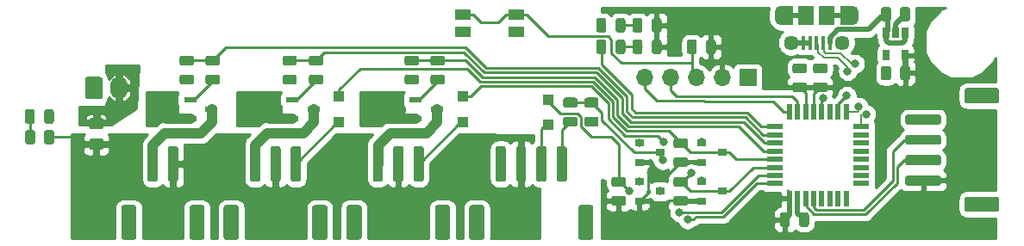
<source format=gbr>
G04 #@! TF.GenerationSoftware,KiCad,Pcbnew,(5.1.5)-3*
G04 #@! TF.CreationDate,2021-06-24T12:24:10-05:00*
G04 #@! TF.ProjectId,NevermoreController,4e657665-726d-46f7-9265-436f6e74726f,rev?*
G04 #@! TF.SameCoordinates,Original*
G04 #@! TF.FileFunction,Copper,L1,Top*
G04 #@! TF.FilePolarity,Positive*
%FSLAX46Y46*%
G04 Gerber Fmt 4.6, Leading zero omitted, Abs format (unit mm)*
G04 Created by KiCad (PCBNEW (5.1.5)-3) date 2021-06-24 12:24:10*
%MOMM*%
%LPD*%
G04 APERTURE LIST*
%ADD10R,1.000000X1.000000*%
%ADD11R,0.650000X1.060000*%
%ADD12C,0.100000*%
%ADD13R,0.900000X0.800000*%
%ADD14R,1.300000X0.600000*%
%ADD15R,0.550000X1.600000*%
%ADD16R,1.600000X0.550000*%
%ADD17O,1.700000X1.700000*%
%ADD18R,1.700000X1.700000*%
%ADD19R,1.550000X1.000000*%
%ADD20R,1.200000X1.900000*%
%ADD21O,1.200000X1.900000*%
%ADD22R,1.500000X1.900000*%
%ADD23C,1.450000*%
%ADD24R,0.400000X1.350000*%
%ADD25O,1.700000X2.200000*%
%ADD26C,0.800000*%
%ADD27C,0.250000*%
%ADD28C,0.500000*%
%ADD29C,1.000000*%
%ADD30C,0.200000*%
%ADD31C,0.254000*%
G04 APERTURE END LIST*
D10*
X134850000Y-85427500D03*
X134850000Y-87927500D03*
X147000000Y-85417500D03*
X147000000Y-87917500D03*
X155400000Y-85697500D03*
X155400000Y-88197500D03*
D11*
X190459000Y-81339000D03*
X188559000Y-81339000D03*
X188559000Y-79139000D03*
X189509000Y-79139000D03*
X190459000Y-79139000D03*
G04 #@! TA.AperFunction,SMDPad,CuDef*
D12*
G36*
X166305142Y-77701174D02*
G01*
X166328803Y-77704684D01*
X166352007Y-77710496D01*
X166374529Y-77718554D01*
X166396153Y-77728782D01*
X166416670Y-77741079D01*
X166435883Y-77755329D01*
X166453607Y-77771393D01*
X166469671Y-77789117D01*
X166483921Y-77808330D01*
X166496218Y-77828847D01*
X166506446Y-77850471D01*
X166514504Y-77872993D01*
X166520316Y-77896197D01*
X166523826Y-77919858D01*
X166525000Y-77943750D01*
X166525000Y-78856250D01*
X166523826Y-78880142D01*
X166520316Y-78903803D01*
X166514504Y-78927007D01*
X166506446Y-78949529D01*
X166496218Y-78971153D01*
X166483921Y-78991670D01*
X166469671Y-79010883D01*
X166453607Y-79028607D01*
X166435883Y-79044671D01*
X166416670Y-79058921D01*
X166396153Y-79071218D01*
X166374529Y-79081446D01*
X166352007Y-79089504D01*
X166328803Y-79095316D01*
X166305142Y-79098826D01*
X166281250Y-79100000D01*
X165793750Y-79100000D01*
X165769858Y-79098826D01*
X165746197Y-79095316D01*
X165722993Y-79089504D01*
X165700471Y-79081446D01*
X165678847Y-79071218D01*
X165658330Y-79058921D01*
X165639117Y-79044671D01*
X165621393Y-79028607D01*
X165605329Y-79010883D01*
X165591079Y-78991670D01*
X165578782Y-78971153D01*
X165568554Y-78949529D01*
X165560496Y-78927007D01*
X165554684Y-78903803D01*
X165551174Y-78880142D01*
X165550000Y-78856250D01*
X165550000Y-77943750D01*
X165551174Y-77919858D01*
X165554684Y-77896197D01*
X165560496Y-77872993D01*
X165568554Y-77850471D01*
X165578782Y-77828847D01*
X165591079Y-77808330D01*
X165605329Y-77789117D01*
X165621393Y-77771393D01*
X165639117Y-77755329D01*
X165658330Y-77741079D01*
X165678847Y-77728782D01*
X165700471Y-77718554D01*
X165722993Y-77710496D01*
X165746197Y-77704684D01*
X165769858Y-77701174D01*
X165793750Y-77700000D01*
X166281250Y-77700000D01*
X166305142Y-77701174D01*
G37*
G04 #@! TD.AperFunction*
G04 #@! TA.AperFunction,SMDPad,CuDef*
G36*
X164430142Y-77701174D02*
G01*
X164453803Y-77704684D01*
X164477007Y-77710496D01*
X164499529Y-77718554D01*
X164521153Y-77728782D01*
X164541670Y-77741079D01*
X164560883Y-77755329D01*
X164578607Y-77771393D01*
X164594671Y-77789117D01*
X164608921Y-77808330D01*
X164621218Y-77828847D01*
X164631446Y-77850471D01*
X164639504Y-77872993D01*
X164645316Y-77896197D01*
X164648826Y-77919858D01*
X164650000Y-77943750D01*
X164650000Y-78856250D01*
X164648826Y-78880142D01*
X164645316Y-78903803D01*
X164639504Y-78927007D01*
X164631446Y-78949529D01*
X164621218Y-78971153D01*
X164608921Y-78991670D01*
X164594671Y-79010883D01*
X164578607Y-79028607D01*
X164560883Y-79044671D01*
X164541670Y-79058921D01*
X164521153Y-79071218D01*
X164499529Y-79081446D01*
X164477007Y-79089504D01*
X164453803Y-79095316D01*
X164430142Y-79098826D01*
X164406250Y-79100000D01*
X163918750Y-79100000D01*
X163894858Y-79098826D01*
X163871197Y-79095316D01*
X163847993Y-79089504D01*
X163825471Y-79081446D01*
X163803847Y-79071218D01*
X163783330Y-79058921D01*
X163764117Y-79044671D01*
X163746393Y-79028607D01*
X163730329Y-79010883D01*
X163716079Y-78991670D01*
X163703782Y-78971153D01*
X163693554Y-78949529D01*
X163685496Y-78927007D01*
X163679684Y-78903803D01*
X163676174Y-78880142D01*
X163675000Y-78856250D01*
X163675000Y-77943750D01*
X163676174Y-77919858D01*
X163679684Y-77896197D01*
X163685496Y-77872993D01*
X163693554Y-77850471D01*
X163703782Y-77828847D01*
X163716079Y-77808330D01*
X163730329Y-77789117D01*
X163746393Y-77771393D01*
X163764117Y-77755329D01*
X163783330Y-77741079D01*
X163803847Y-77728782D01*
X163825471Y-77718554D01*
X163847993Y-77710496D01*
X163871197Y-77704684D01*
X163894858Y-77701174D01*
X163918750Y-77700000D01*
X164406250Y-77700000D01*
X164430142Y-77701174D01*
G37*
G04 #@! TD.AperFunction*
G04 #@! TA.AperFunction,SMDPad,CuDef*
G36*
X162749142Y-77701174D02*
G01*
X162772803Y-77704684D01*
X162796007Y-77710496D01*
X162818529Y-77718554D01*
X162840153Y-77728782D01*
X162860670Y-77741079D01*
X162879883Y-77755329D01*
X162897607Y-77771393D01*
X162913671Y-77789117D01*
X162927921Y-77808330D01*
X162940218Y-77828847D01*
X162950446Y-77850471D01*
X162958504Y-77872993D01*
X162964316Y-77896197D01*
X162967826Y-77919858D01*
X162969000Y-77943750D01*
X162969000Y-78856250D01*
X162967826Y-78880142D01*
X162964316Y-78903803D01*
X162958504Y-78927007D01*
X162950446Y-78949529D01*
X162940218Y-78971153D01*
X162927921Y-78991670D01*
X162913671Y-79010883D01*
X162897607Y-79028607D01*
X162879883Y-79044671D01*
X162860670Y-79058921D01*
X162840153Y-79071218D01*
X162818529Y-79081446D01*
X162796007Y-79089504D01*
X162772803Y-79095316D01*
X162749142Y-79098826D01*
X162725250Y-79100000D01*
X162237750Y-79100000D01*
X162213858Y-79098826D01*
X162190197Y-79095316D01*
X162166993Y-79089504D01*
X162144471Y-79081446D01*
X162122847Y-79071218D01*
X162102330Y-79058921D01*
X162083117Y-79044671D01*
X162065393Y-79028607D01*
X162049329Y-79010883D01*
X162035079Y-78991670D01*
X162022782Y-78971153D01*
X162012554Y-78949529D01*
X162004496Y-78927007D01*
X161998684Y-78903803D01*
X161995174Y-78880142D01*
X161994000Y-78856250D01*
X161994000Y-77943750D01*
X161995174Y-77919858D01*
X161998684Y-77896197D01*
X162004496Y-77872993D01*
X162012554Y-77850471D01*
X162022782Y-77828847D01*
X162035079Y-77808330D01*
X162049329Y-77789117D01*
X162065393Y-77771393D01*
X162083117Y-77755329D01*
X162102330Y-77741079D01*
X162122847Y-77728782D01*
X162144471Y-77718554D01*
X162166993Y-77710496D01*
X162190197Y-77704684D01*
X162213858Y-77701174D01*
X162237750Y-77700000D01*
X162725250Y-77700000D01*
X162749142Y-77701174D01*
G37*
G04 #@! TD.AperFunction*
G04 #@! TA.AperFunction,SMDPad,CuDef*
G36*
X160874142Y-77701174D02*
G01*
X160897803Y-77704684D01*
X160921007Y-77710496D01*
X160943529Y-77718554D01*
X160965153Y-77728782D01*
X160985670Y-77741079D01*
X161004883Y-77755329D01*
X161022607Y-77771393D01*
X161038671Y-77789117D01*
X161052921Y-77808330D01*
X161065218Y-77828847D01*
X161075446Y-77850471D01*
X161083504Y-77872993D01*
X161089316Y-77896197D01*
X161092826Y-77919858D01*
X161094000Y-77943750D01*
X161094000Y-78856250D01*
X161092826Y-78880142D01*
X161089316Y-78903803D01*
X161083504Y-78927007D01*
X161075446Y-78949529D01*
X161065218Y-78971153D01*
X161052921Y-78991670D01*
X161038671Y-79010883D01*
X161022607Y-79028607D01*
X161004883Y-79044671D01*
X160985670Y-79058921D01*
X160965153Y-79071218D01*
X160943529Y-79081446D01*
X160921007Y-79089504D01*
X160897803Y-79095316D01*
X160874142Y-79098826D01*
X160850250Y-79100000D01*
X160362750Y-79100000D01*
X160338858Y-79098826D01*
X160315197Y-79095316D01*
X160291993Y-79089504D01*
X160269471Y-79081446D01*
X160247847Y-79071218D01*
X160227330Y-79058921D01*
X160208117Y-79044671D01*
X160190393Y-79028607D01*
X160174329Y-79010883D01*
X160160079Y-78991670D01*
X160147782Y-78971153D01*
X160137554Y-78949529D01*
X160129496Y-78927007D01*
X160123684Y-78903803D01*
X160120174Y-78880142D01*
X160119000Y-78856250D01*
X160119000Y-77943750D01*
X160120174Y-77919858D01*
X160123684Y-77896197D01*
X160129496Y-77872993D01*
X160137554Y-77850471D01*
X160147782Y-77828847D01*
X160160079Y-77808330D01*
X160174329Y-77789117D01*
X160190393Y-77771393D01*
X160208117Y-77755329D01*
X160227330Y-77741079D01*
X160247847Y-77728782D01*
X160269471Y-77718554D01*
X160291993Y-77710496D01*
X160315197Y-77704684D01*
X160338858Y-77701174D01*
X160362750Y-77700000D01*
X160850250Y-77700000D01*
X160874142Y-77701174D01*
G37*
G04 #@! TD.AperFunction*
G04 #@! TA.AperFunction,SMDPad,CuDef*
G36*
X188839142Y-82401174D02*
G01*
X188862803Y-82404684D01*
X188886007Y-82410496D01*
X188908529Y-82418554D01*
X188930153Y-82428782D01*
X188950670Y-82441079D01*
X188969883Y-82455329D01*
X188987607Y-82471393D01*
X189003671Y-82489117D01*
X189017921Y-82508330D01*
X189030218Y-82528847D01*
X189040446Y-82550471D01*
X189048504Y-82572993D01*
X189054316Y-82596197D01*
X189057826Y-82619858D01*
X189059000Y-82643750D01*
X189059000Y-83556250D01*
X189057826Y-83580142D01*
X189054316Y-83603803D01*
X189048504Y-83627007D01*
X189040446Y-83649529D01*
X189030218Y-83671153D01*
X189017921Y-83691670D01*
X189003671Y-83710883D01*
X188987607Y-83728607D01*
X188969883Y-83744671D01*
X188950670Y-83758921D01*
X188930153Y-83771218D01*
X188908529Y-83781446D01*
X188886007Y-83789504D01*
X188862803Y-83795316D01*
X188839142Y-83798826D01*
X188815250Y-83800000D01*
X188327750Y-83800000D01*
X188303858Y-83798826D01*
X188280197Y-83795316D01*
X188256993Y-83789504D01*
X188234471Y-83781446D01*
X188212847Y-83771218D01*
X188192330Y-83758921D01*
X188173117Y-83744671D01*
X188155393Y-83728607D01*
X188139329Y-83710883D01*
X188125079Y-83691670D01*
X188112782Y-83671153D01*
X188102554Y-83649529D01*
X188094496Y-83627007D01*
X188088684Y-83603803D01*
X188085174Y-83580142D01*
X188084000Y-83556250D01*
X188084000Y-82643750D01*
X188085174Y-82619858D01*
X188088684Y-82596197D01*
X188094496Y-82572993D01*
X188102554Y-82550471D01*
X188112782Y-82528847D01*
X188125079Y-82508330D01*
X188139329Y-82489117D01*
X188155393Y-82471393D01*
X188173117Y-82455329D01*
X188192330Y-82441079D01*
X188212847Y-82428782D01*
X188234471Y-82418554D01*
X188256993Y-82410496D01*
X188280197Y-82404684D01*
X188303858Y-82401174D01*
X188327750Y-82400000D01*
X188815250Y-82400000D01*
X188839142Y-82401174D01*
G37*
G04 #@! TD.AperFunction*
G04 #@! TA.AperFunction,SMDPad,CuDef*
G36*
X190714142Y-82401174D02*
G01*
X190737803Y-82404684D01*
X190761007Y-82410496D01*
X190783529Y-82418554D01*
X190805153Y-82428782D01*
X190825670Y-82441079D01*
X190844883Y-82455329D01*
X190862607Y-82471393D01*
X190878671Y-82489117D01*
X190892921Y-82508330D01*
X190905218Y-82528847D01*
X190915446Y-82550471D01*
X190923504Y-82572993D01*
X190929316Y-82596197D01*
X190932826Y-82619858D01*
X190934000Y-82643750D01*
X190934000Y-83556250D01*
X190932826Y-83580142D01*
X190929316Y-83603803D01*
X190923504Y-83627007D01*
X190915446Y-83649529D01*
X190905218Y-83671153D01*
X190892921Y-83691670D01*
X190878671Y-83710883D01*
X190862607Y-83728607D01*
X190844883Y-83744671D01*
X190825670Y-83758921D01*
X190805153Y-83771218D01*
X190783529Y-83781446D01*
X190761007Y-83789504D01*
X190737803Y-83795316D01*
X190714142Y-83798826D01*
X190690250Y-83800000D01*
X190202750Y-83800000D01*
X190178858Y-83798826D01*
X190155197Y-83795316D01*
X190131993Y-83789504D01*
X190109471Y-83781446D01*
X190087847Y-83771218D01*
X190067330Y-83758921D01*
X190048117Y-83744671D01*
X190030393Y-83728607D01*
X190014329Y-83710883D01*
X190000079Y-83691670D01*
X189987782Y-83671153D01*
X189977554Y-83649529D01*
X189969496Y-83627007D01*
X189963684Y-83603803D01*
X189960174Y-83580142D01*
X189959000Y-83556250D01*
X189959000Y-82643750D01*
X189960174Y-82619858D01*
X189963684Y-82596197D01*
X189969496Y-82572993D01*
X189977554Y-82550471D01*
X189987782Y-82528847D01*
X190000079Y-82508330D01*
X190014329Y-82489117D01*
X190030393Y-82471393D01*
X190048117Y-82455329D01*
X190067330Y-82441079D01*
X190087847Y-82428782D01*
X190109471Y-82418554D01*
X190131993Y-82410496D01*
X190155197Y-82404684D01*
X190178858Y-82401174D01*
X190202750Y-82400000D01*
X190690250Y-82400000D01*
X190714142Y-82401174D01*
G37*
G04 #@! TD.AperFunction*
G04 #@! TA.AperFunction,SMDPad,CuDef*
G36*
X190714142Y-76601174D02*
G01*
X190737803Y-76604684D01*
X190761007Y-76610496D01*
X190783529Y-76618554D01*
X190805153Y-76628782D01*
X190825670Y-76641079D01*
X190844883Y-76655329D01*
X190862607Y-76671393D01*
X190878671Y-76689117D01*
X190892921Y-76708330D01*
X190905218Y-76728847D01*
X190915446Y-76750471D01*
X190923504Y-76772993D01*
X190929316Y-76796197D01*
X190932826Y-76819858D01*
X190934000Y-76843750D01*
X190934000Y-77756250D01*
X190932826Y-77780142D01*
X190929316Y-77803803D01*
X190923504Y-77827007D01*
X190915446Y-77849529D01*
X190905218Y-77871153D01*
X190892921Y-77891670D01*
X190878671Y-77910883D01*
X190862607Y-77928607D01*
X190844883Y-77944671D01*
X190825670Y-77958921D01*
X190805153Y-77971218D01*
X190783529Y-77981446D01*
X190761007Y-77989504D01*
X190737803Y-77995316D01*
X190714142Y-77998826D01*
X190690250Y-78000000D01*
X190202750Y-78000000D01*
X190178858Y-77998826D01*
X190155197Y-77995316D01*
X190131993Y-77989504D01*
X190109471Y-77981446D01*
X190087847Y-77971218D01*
X190067330Y-77958921D01*
X190048117Y-77944671D01*
X190030393Y-77928607D01*
X190014329Y-77910883D01*
X190000079Y-77891670D01*
X189987782Y-77871153D01*
X189977554Y-77849529D01*
X189969496Y-77827007D01*
X189963684Y-77803803D01*
X189960174Y-77780142D01*
X189959000Y-77756250D01*
X189959000Y-76843750D01*
X189960174Y-76819858D01*
X189963684Y-76796197D01*
X189969496Y-76772993D01*
X189977554Y-76750471D01*
X189987782Y-76728847D01*
X190000079Y-76708330D01*
X190014329Y-76689117D01*
X190030393Y-76671393D01*
X190048117Y-76655329D01*
X190067330Y-76641079D01*
X190087847Y-76628782D01*
X190109471Y-76618554D01*
X190131993Y-76610496D01*
X190155197Y-76604684D01*
X190178858Y-76601174D01*
X190202750Y-76600000D01*
X190690250Y-76600000D01*
X190714142Y-76601174D01*
G37*
G04 #@! TD.AperFunction*
G04 #@! TA.AperFunction,SMDPad,CuDef*
G36*
X188839142Y-76601174D02*
G01*
X188862803Y-76604684D01*
X188886007Y-76610496D01*
X188908529Y-76618554D01*
X188930153Y-76628782D01*
X188950670Y-76641079D01*
X188969883Y-76655329D01*
X188987607Y-76671393D01*
X189003671Y-76689117D01*
X189017921Y-76708330D01*
X189030218Y-76728847D01*
X189040446Y-76750471D01*
X189048504Y-76772993D01*
X189054316Y-76796197D01*
X189057826Y-76819858D01*
X189059000Y-76843750D01*
X189059000Y-77756250D01*
X189057826Y-77780142D01*
X189054316Y-77803803D01*
X189048504Y-77827007D01*
X189040446Y-77849529D01*
X189030218Y-77871153D01*
X189017921Y-77891670D01*
X189003671Y-77910883D01*
X188987607Y-77928607D01*
X188969883Y-77944671D01*
X188950670Y-77958921D01*
X188930153Y-77971218D01*
X188908529Y-77981446D01*
X188886007Y-77989504D01*
X188862803Y-77995316D01*
X188839142Y-77998826D01*
X188815250Y-78000000D01*
X188327750Y-78000000D01*
X188303858Y-77998826D01*
X188280197Y-77995316D01*
X188256993Y-77989504D01*
X188234471Y-77981446D01*
X188212847Y-77971218D01*
X188192330Y-77958921D01*
X188173117Y-77944671D01*
X188155393Y-77928607D01*
X188139329Y-77910883D01*
X188125079Y-77891670D01*
X188112782Y-77871153D01*
X188102554Y-77849529D01*
X188094496Y-77827007D01*
X188088684Y-77803803D01*
X188085174Y-77780142D01*
X188084000Y-77756250D01*
X188084000Y-76843750D01*
X188085174Y-76819858D01*
X188088684Y-76796197D01*
X188094496Y-76772993D01*
X188102554Y-76750471D01*
X188112782Y-76728847D01*
X188125079Y-76708330D01*
X188139329Y-76689117D01*
X188155393Y-76671393D01*
X188173117Y-76655329D01*
X188192330Y-76641079D01*
X188212847Y-76628782D01*
X188234471Y-76618554D01*
X188256993Y-76610496D01*
X188280197Y-76604684D01*
X188303858Y-76601174D01*
X188327750Y-76600000D01*
X188815250Y-76600000D01*
X188839142Y-76601174D01*
G37*
G04 #@! TD.AperFunction*
G04 #@! TA.AperFunction,SMDPad,CuDef*
G36*
X169764142Y-79819174D02*
G01*
X169787803Y-79822684D01*
X169811007Y-79828496D01*
X169833529Y-79836554D01*
X169855153Y-79846782D01*
X169875670Y-79859079D01*
X169894883Y-79873329D01*
X169912607Y-79889393D01*
X169928671Y-79907117D01*
X169942921Y-79926330D01*
X169955218Y-79946847D01*
X169965446Y-79968471D01*
X169973504Y-79990993D01*
X169979316Y-80014197D01*
X169982826Y-80037858D01*
X169984000Y-80061750D01*
X169984000Y-80974250D01*
X169982826Y-80998142D01*
X169979316Y-81021803D01*
X169973504Y-81045007D01*
X169965446Y-81067529D01*
X169955218Y-81089153D01*
X169942921Y-81109670D01*
X169928671Y-81128883D01*
X169912607Y-81146607D01*
X169894883Y-81162671D01*
X169875670Y-81176921D01*
X169855153Y-81189218D01*
X169833529Y-81199446D01*
X169811007Y-81207504D01*
X169787803Y-81213316D01*
X169764142Y-81216826D01*
X169740250Y-81218000D01*
X169252750Y-81218000D01*
X169228858Y-81216826D01*
X169205197Y-81213316D01*
X169181993Y-81207504D01*
X169159471Y-81199446D01*
X169137847Y-81189218D01*
X169117330Y-81176921D01*
X169098117Y-81162671D01*
X169080393Y-81146607D01*
X169064329Y-81128883D01*
X169050079Y-81109670D01*
X169037782Y-81089153D01*
X169027554Y-81067529D01*
X169019496Y-81045007D01*
X169013684Y-81021803D01*
X169010174Y-80998142D01*
X169009000Y-80974250D01*
X169009000Y-80061750D01*
X169010174Y-80037858D01*
X169013684Y-80014197D01*
X169019496Y-79990993D01*
X169027554Y-79968471D01*
X169037782Y-79946847D01*
X169050079Y-79926330D01*
X169064329Y-79907117D01*
X169080393Y-79889393D01*
X169098117Y-79873329D01*
X169117330Y-79859079D01*
X169137847Y-79846782D01*
X169159471Y-79836554D01*
X169181993Y-79828496D01*
X169205197Y-79822684D01*
X169228858Y-79819174D01*
X169252750Y-79818000D01*
X169740250Y-79818000D01*
X169764142Y-79819174D01*
G37*
G04 #@! TD.AperFunction*
G04 #@! TA.AperFunction,SMDPad,CuDef*
G36*
X171639142Y-79819174D02*
G01*
X171662803Y-79822684D01*
X171686007Y-79828496D01*
X171708529Y-79836554D01*
X171730153Y-79846782D01*
X171750670Y-79859079D01*
X171769883Y-79873329D01*
X171787607Y-79889393D01*
X171803671Y-79907117D01*
X171817921Y-79926330D01*
X171830218Y-79946847D01*
X171840446Y-79968471D01*
X171848504Y-79990993D01*
X171854316Y-80014197D01*
X171857826Y-80037858D01*
X171859000Y-80061750D01*
X171859000Y-80974250D01*
X171857826Y-80998142D01*
X171854316Y-81021803D01*
X171848504Y-81045007D01*
X171840446Y-81067529D01*
X171830218Y-81089153D01*
X171817921Y-81109670D01*
X171803671Y-81128883D01*
X171787607Y-81146607D01*
X171769883Y-81162671D01*
X171750670Y-81176921D01*
X171730153Y-81189218D01*
X171708529Y-81199446D01*
X171686007Y-81207504D01*
X171662803Y-81213316D01*
X171639142Y-81216826D01*
X171615250Y-81218000D01*
X171127750Y-81218000D01*
X171103858Y-81216826D01*
X171080197Y-81213316D01*
X171056993Y-81207504D01*
X171034471Y-81199446D01*
X171012847Y-81189218D01*
X170992330Y-81176921D01*
X170973117Y-81162671D01*
X170955393Y-81146607D01*
X170939329Y-81128883D01*
X170925079Y-81109670D01*
X170912782Y-81089153D01*
X170902554Y-81067529D01*
X170894496Y-81045007D01*
X170888684Y-81021803D01*
X170885174Y-80998142D01*
X170884000Y-80974250D01*
X170884000Y-80061750D01*
X170885174Y-80037858D01*
X170888684Y-80014197D01*
X170894496Y-79990993D01*
X170902554Y-79968471D01*
X170912782Y-79946847D01*
X170925079Y-79926330D01*
X170939329Y-79907117D01*
X170955393Y-79889393D01*
X170973117Y-79873329D01*
X170992330Y-79859079D01*
X171012847Y-79846782D01*
X171034471Y-79836554D01*
X171056993Y-79828496D01*
X171080197Y-79822684D01*
X171103858Y-79819174D01*
X171127750Y-79818000D01*
X171615250Y-79818000D01*
X171639142Y-79819174D01*
G37*
G04 #@! TD.AperFunction*
G04 #@! TA.AperFunction,SMDPad,CuDef*
G36*
X180566142Y-82142174D02*
G01*
X180589803Y-82145684D01*
X180613007Y-82151496D01*
X180635529Y-82159554D01*
X180657153Y-82169782D01*
X180677670Y-82182079D01*
X180696883Y-82196329D01*
X180714607Y-82212393D01*
X180730671Y-82230117D01*
X180744921Y-82249330D01*
X180757218Y-82269847D01*
X180767446Y-82291471D01*
X180775504Y-82313993D01*
X180781316Y-82337197D01*
X180784826Y-82360858D01*
X180786000Y-82384750D01*
X180786000Y-82872250D01*
X180784826Y-82896142D01*
X180781316Y-82919803D01*
X180775504Y-82943007D01*
X180767446Y-82965529D01*
X180757218Y-82987153D01*
X180744921Y-83007670D01*
X180730671Y-83026883D01*
X180714607Y-83044607D01*
X180696883Y-83060671D01*
X180677670Y-83074921D01*
X180657153Y-83087218D01*
X180635529Y-83097446D01*
X180613007Y-83105504D01*
X180589803Y-83111316D01*
X180566142Y-83114826D01*
X180542250Y-83116000D01*
X179629750Y-83116000D01*
X179605858Y-83114826D01*
X179582197Y-83111316D01*
X179558993Y-83105504D01*
X179536471Y-83097446D01*
X179514847Y-83087218D01*
X179494330Y-83074921D01*
X179475117Y-83060671D01*
X179457393Y-83044607D01*
X179441329Y-83026883D01*
X179427079Y-83007670D01*
X179414782Y-82987153D01*
X179404554Y-82965529D01*
X179396496Y-82943007D01*
X179390684Y-82919803D01*
X179387174Y-82896142D01*
X179386000Y-82872250D01*
X179386000Y-82384750D01*
X179387174Y-82360858D01*
X179390684Y-82337197D01*
X179396496Y-82313993D01*
X179404554Y-82291471D01*
X179414782Y-82269847D01*
X179427079Y-82249330D01*
X179441329Y-82230117D01*
X179457393Y-82212393D01*
X179475117Y-82196329D01*
X179494330Y-82182079D01*
X179514847Y-82169782D01*
X179536471Y-82159554D01*
X179558993Y-82151496D01*
X179582197Y-82145684D01*
X179605858Y-82142174D01*
X179629750Y-82141000D01*
X180542250Y-82141000D01*
X180566142Y-82142174D01*
G37*
G04 #@! TD.AperFunction*
G04 #@! TA.AperFunction,SMDPad,CuDef*
G36*
X180566142Y-84017174D02*
G01*
X180589803Y-84020684D01*
X180613007Y-84026496D01*
X180635529Y-84034554D01*
X180657153Y-84044782D01*
X180677670Y-84057079D01*
X180696883Y-84071329D01*
X180714607Y-84087393D01*
X180730671Y-84105117D01*
X180744921Y-84124330D01*
X180757218Y-84144847D01*
X180767446Y-84166471D01*
X180775504Y-84188993D01*
X180781316Y-84212197D01*
X180784826Y-84235858D01*
X180786000Y-84259750D01*
X180786000Y-84747250D01*
X180784826Y-84771142D01*
X180781316Y-84794803D01*
X180775504Y-84818007D01*
X180767446Y-84840529D01*
X180757218Y-84862153D01*
X180744921Y-84882670D01*
X180730671Y-84901883D01*
X180714607Y-84919607D01*
X180696883Y-84935671D01*
X180677670Y-84949921D01*
X180657153Y-84962218D01*
X180635529Y-84972446D01*
X180613007Y-84980504D01*
X180589803Y-84986316D01*
X180566142Y-84989826D01*
X180542250Y-84991000D01*
X179629750Y-84991000D01*
X179605858Y-84989826D01*
X179582197Y-84986316D01*
X179558993Y-84980504D01*
X179536471Y-84972446D01*
X179514847Y-84962218D01*
X179494330Y-84949921D01*
X179475117Y-84935671D01*
X179457393Y-84919607D01*
X179441329Y-84901883D01*
X179427079Y-84882670D01*
X179414782Y-84862153D01*
X179404554Y-84840529D01*
X179396496Y-84818007D01*
X179390684Y-84794803D01*
X179387174Y-84771142D01*
X179386000Y-84747250D01*
X179386000Y-84259750D01*
X179387174Y-84235858D01*
X179390684Y-84212197D01*
X179396496Y-84188993D01*
X179404554Y-84166471D01*
X179414782Y-84144847D01*
X179427079Y-84124330D01*
X179441329Y-84105117D01*
X179457393Y-84087393D01*
X179475117Y-84071329D01*
X179494330Y-84057079D01*
X179514847Y-84044782D01*
X179536471Y-84034554D01*
X179558993Y-84026496D01*
X179582197Y-84020684D01*
X179605858Y-84017174D01*
X179629750Y-84016000D01*
X180542250Y-84016000D01*
X180566142Y-84017174D01*
G37*
G04 #@! TD.AperFunction*
G04 #@! TA.AperFunction,SMDPad,CuDef*
G36*
X166305142Y-79819174D02*
G01*
X166328803Y-79822684D01*
X166352007Y-79828496D01*
X166374529Y-79836554D01*
X166396153Y-79846782D01*
X166416670Y-79859079D01*
X166435883Y-79873329D01*
X166453607Y-79889393D01*
X166469671Y-79907117D01*
X166483921Y-79926330D01*
X166496218Y-79946847D01*
X166506446Y-79968471D01*
X166514504Y-79990993D01*
X166520316Y-80014197D01*
X166523826Y-80037858D01*
X166525000Y-80061750D01*
X166525000Y-80974250D01*
X166523826Y-80998142D01*
X166520316Y-81021803D01*
X166514504Y-81045007D01*
X166506446Y-81067529D01*
X166496218Y-81089153D01*
X166483921Y-81109670D01*
X166469671Y-81128883D01*
X166453607Y-81146607D01*
X166435883Y-81162671D01*
X166416670Y-81176921D01*
X166396153Y-81189218D01*
X166374529Y-81199446D01*
X166352007Y-81207504D01*
X166328803Y-81213316D01*
X166305142Y-81216826D01*
X166281250Y-81218000D01*
X165793750Y-81218000D01*
X165769858Y-81216826D01*
X165746197Y-81213316D01*
X165722993Y-81207504D01*
X165700471Y-81199446D01*
X165678847Y-81189218D01*
X165658330Y-81176921D01*
X165639117Y-81162671D01*
X165621393Y-81146607D01*
X165605329Y-81128883D01*
X165591079Y-81109670D01*
X165578782Y-81089153D01*
X165568554Y-81067529D01*
X165560496Y-81045007D01*
X165554684Y-81021803D01*
X165551174Y-80998142D01*
X165550000Y-80974250D01*
X165550000Y-80061750D01*
X165551174Y-80037858D01*
X165554684Y-80014197D01*
X165560496Y-79990993D01*
X165568554Y-79968471D01*
X165578782Y-79946847D01*
X165591079Y-79926330D01*
X165605329Y-79907117D01*
X165621393Y-79889393D01*
X165639117Y-79873329D01*
X165658330Y-79859079D01*
X165678847Y-79846782D01*
X165700471Y-79836554D01*
X165722993Y-79828496D01*
X165746197Y-79822684D01*
X165769858Y-79819174D01*
X165793750Y-79818000D01*
X166281250Y-79818000D01*
X166305142Y-79819174D01*
G37*
G04 #@! TD.AperFunction*
G04 #@! TA.AperFunction,SMDPad,CuDef*
G36*
X164430142Y-79819174D02*
G01*
X164453803Y-79822684D01*
X164477007Y-79828496D01*
X164499529Y-79836554D01*
X164521153Y-79846782D01*
X164541670Y-79859079D01*
X164560883Y-79873329D01*
X164578607Y-79889393D01*
X164594671Y-79907117D01*
X164608921Y-79926330D01*
X164621218Y-79946847D01*
X164631446Y-79968471D01*
X164639504Y-79990993D01*
X164645316Y-80014197D01*
X164648826Y-80037858D01*
X164650000Y-80061750D01*
X164650000Y-80974250D01*
X164648826Y-80998142D01*
X164645316Y-81021803D01*
X164639504Y-81045007D01*
X164631446Y-81067529D01*
X164621218Y-81089153D01*
X164608921Y-81109670D01*
X164594671Y-81128883D01*
X164578607Y-81146607D01*
X164560883Y-81162671D01*
X164541670Y-81176921D01*
X164521153Y-81189218D01*
X164499529Y-81199446D01*
X164477007Y-81207504D01*
X164453803Y-81213316D01*
X164430142Y-81216826D01*
X164406250Y-81218000D01*
X163918750Y-81218000D01*
X163894858Y-81216826D01*
X163871197Y-81213316D01*
X163847993Y-81207504D01*
X163825471Y-81199446D01*
X163803847Y-81189218D01*
X163783330Y-81176921D01*
X163764117Y-81162671D01*
X163746393Y-81146607D01*
X163730329Y-81128883D01*
X163716079Y-81109670D01*
X163703782Y-81089153D01*
X163693554Y-81067529D01*
X163685496Y-81045007D01*
X163679684Y-81021803D01*
X163676174Y-80998142D01*
X163675000Y-80974250D01*
X163675000Y-80061750D01*
X163676174Y-80037858D01*
X163679684Y-80014197D01*
X163685496Y-79990993D01*
X163693554Y-79968471D01*
X163703782Y-79946847D01*
X163716079Y-79926330D01*
X163730329Y-79907117D01*
X163746393Y-79889393D01*
X163764117Y-79873329D01*
X163783330Y-79859079D01*
X163803847Y-79846782D01*
X163825471Y-79836554D01*
X163847993Y-79828496D01*
X163871197Y-79822684D01*
X163894858Y-79819174D01*
X163918750Y-79818000D01*
X164406250Y-79818000D01*
X164430142Y-79819174D01*
G37*
G04 #@! TD.AperFunction*
G04 #@! TA.AperFunction,SMDPad,CuDef*
G36*
X106635142Y-88709174D02*
G01*
X106658803Y-88712684D01*
X106682007Y-88718496D01*
X106704529Y-88726554D01*
X106726153Y-88736782D01*
X106746670Y-88749079D01*
X106765883Y-88763329D01*
X106783607Y-88779393D01*
X106799671Y-88797117D01*
X106813921Y-88816330D01*
X106826218Y-88836847D01*
X106836446Y-88858471D01*
X106844504Y-88880993D01*
X106850316Y-88904197D01*
X106853826Y-88927858D01*
X106855000Y-88951750D01*
X106855000Y-89864250D01*
X106853826Y-89888142D01*
X106850316Y-89911803D01*
X106844504Y-89935007D01*
X106836446Y-89957529D01*
X106826218Y-89979153D01*
X106813921Y-89999670D01*
X106799671Y-90018883D01*
X106783607Y-90036607D01*
X106765883Y-90052671D01*
X106746670Y-90066921D01*
X106726153Y-90079218D01*
X106704529Y-90089446D01*
X106682007Y-90097504D01*
X106658803Y-90103316D01*
X106635142Y-90106826D01*
X106611250Y-90108000D01*
X106123750Y-90108000D01*
X106099858Y-90106826D01*
X106076197Y-90103316D01*
X106052993Y-90097504D01*
X106030471Y-90089446D01*
X106008847Y-90079218D01*
X105988330Y-90066921D01*
X105969117Y-90052671D01*
X105951393Y-90036607D01*
X105935329Y-90018883D01*
X105921079Y-89999670D01*
X105908782Y-89979153D01*
X105898554Y-89957529D01*
X105890496Y-89935007D01*
X105884684Y-89911803D01*
X105881174Y-89888142D01*
X105880000Y-89864250D01*
X105880000Y-88951750D01*
X105881174Y-88927858D01*
X105884684Y-88904197D01*
X105890496Y-88880993D01*
X105898554Y-88858471D01*
X105908782Y-88836847D01*
X105921079Y-88816330D01*
X105935329Y-88797117D01*
X105951393Y-88779393D01*
X105969117Y-88763329D01*
X105988330Y-88749079D01*
X106008847Y-88736782D01*
X106030471Y-88726554D01*
X106052993Y-88718496D01*
X106076197Y-88712684D01*
X106099858Y-88709174D01*
X106123750Y-88708000D01*
X106611250Y-88708000D01*
X106635142Y-88709174D01*
G37*
G04 #@! TD.AperFunction*
G04 #@! TA.AperFunction,SMDPad,CuDef*
G36*
X104760142Y-88709174D02*
G01*
X104783803Y-88712684D01*
X104807007Y-88718496D01*
X104829529Y-88726554D01*
X104851153Y-88736782D01*
X104871670Y-88749079D01*
X104890883Y-88763329D01*
X104908607Y-88779393D01*
X104924671Y-88797117D01*
X104938921Y-88816330D01*
X104951218Y-88836847D01*
X104961446Y-88858471D01*
X104969504Y-88880993D01*
X104975316Y-88904197D01*
X104978826Y-88927858D01*
X104980000Y-88951750D01*
X104980000Y-89864250D01*
X104978826Y-89888142D01*
X104975316Y-89911803D01*
X104969504Y-89935007D01*
X104961446Y-89957529D01*
X104951218Y-89979153D01*
X104938921Y-89999670D01*
X104924671Y-90018883D01*
X104908607Y-90036607D01*
X104890883Y-90052671D01*
X104871670Y-90066921D01*
X104851153Y-90079218D01*
X104829529Y-90089446D01*
X104807007Y-90097504D01*
X104783803Y-90103316D01*
X104760142Y-90106826D01*
X104736250Y-90108000D01*
X104248750Y-90108000D01*
X104224858Y-90106826D01*
X104201197Y-90103316D01*
X104177993Y-90097504D01*
X104155471Y-90089446D01*
X104133847Y-90079218D01*
X104113330Y-90066921D01*
X104094117Y-90052671D01*
X104076393Y-90036607D01*
X104060329Y-90018883D01*
X104046079Y-89999670D01*
X104033782Y-89979153D01*
X104023554Y-89957529D01*
X104015496Y-89935007D01*
X104009684Y-89911803D01*
X104006174Y-89888142D01*
X104005000Y-89864250D01*
X104005000Y-88951750D01*
X104006174Y-88927858D01*
X104009684Y-88904197D01*
X104015496Y-88880993D01*
X104023554Y-88858471D01*
X104033782Y-88836847D01*
X104046079Y-88816330D01*
X104060329Y-88797117D01*
X104076393Y-88779393D01*
X104094117Y-88763329D01*
X104113330Y-88749079D01*
X104133847Y-88736782D01*
X104155471Y-88726554D01*
X104177993Y-88718496D01*
X104201197Y-88712684D01*
X104224858Y-88709174D01*
X104248750Y-88708000D01*
X104736250Y-88708000D01*
X104760142Y-88709174D01*
G37*
G04 #@! TD.AperFunction*
G04 #@! TA.AperFunction,SMDPad,CuDef*
G36*
X162749142Y-79819174D02*
G01*
X162772803Y-79822684D01*
X162796007Y-79828496D01*
X162818529Y-79836554D01*
X162840153Y-79846782D01*
X162860670Y-79859079D01*
X162879883Y-79873329D01*
X162897607Y-79889393D01*
X162913671Y-79907117D01*
X162927921Y-79926330D01*
X162940218Y-79946847D01*
X162950446Y-79968471D01*
X162958504Y-79990993D01*
X162964316Y-80014197D01*
X162967826Y-80037858D01*
X162969000Y-80061750D01*
X162969000Y-80974250D01*
X162967826Y-80998142D01*
X162964316Y-81021803D01*
X162958504Y-81045007D01*
X162950446Y-81067529D01*
X162940218Y-81089153D01*
X162927921Y-81109670D01*
X162913671Y-81128883D01*
X162897607Y-81146607D01*
X162879883Y-81162671D01*
X162860670Y-81176921D01*
X162840153Y-81189218D01*
X162818529Y-81199446D01*
X162796007Y-81207504D01*
X162772803Y-81213316D01*
X162749142Y-81216826D01*
X162725250Y-81218000D01*
X162237750Y-81218000D01*
X162213858Y-81216826D01*
X162190197Y-81213316D01*
X162166993Y-81207504D01*
X162144471Y-81199446D01*
X162122847Y-81189218D01*
X162102330Y-81176921D01*
X162083117Y-81162671D01*
X162065393Y-81146607D01*
X162049329Y-81128883D01*
X162035079Y-81109670D01*
X162022782Y-81089153D01*
X162012554Y-81067529D01*
X162004496Y-81045007D01*
X161998684Y-81021803D01*
X161995174Y-80998142D01*
X161994000Y-80974250D01*
X161994000Y-80061750D01*
X161995174Y-80037858D01*
X161998684Y-80014197D01*
X162004496Y-79990993D01*
X162012554Y-79968471D01*
X162022782Y-79946847D01*
X162035079Y-79926330D01*
X162049329Y-79907117D01*
X162065393Y-79889393D01*
X162083117Y-79873329D01*
X162102330Y-79859079D01*
X162122847Y-79846782D01*
X162144471Y-79836554D01*
X162166993Y-79828496D01*
X162190197Y-79822684D01*
X162213858Y-79819174D01*
X162237750Y-79818000D01*
X162725250Y-79818000D01*
X162749142Y-79819174D01*
G37*
G04 #@! TD.AperFunction*
G04 #@! TA.AperFunction,SMDPad,CuDef*
G36*
X160874142Y-79819174D02*
G01*
X160897803Y-79822684D01*
X160921007Y-79828496D01*
X160943529Y-79836554D01*
X160965153Y-79846782D01*
X160985670Y-79859079D01*
X161004883Y-79873329D01*
X161022607Y-79889393D01*
X161038671Y-79907117D01*
X161052921Y-79926330D01*
X161065218Y-79946847D01*
X161075446Y-79968471D01*
X161083504Y-79990993D01*
X161089316Y-80014197D01*
X161092826Y-80037858D01*
X161094000Y-80061750D01*
X161094000Y-80974250D01*
X161092826Y-80998142D01*
X161089316Y-81021803D01*
X161083504Y-81045007D01*
X161075446Y-81067529D01*
X161065218Y-81089153D01*
X161052921Y-81109670D01*
X161038671Y-81128883D01*
X161022607Y-81146607D01*
X161004883Y-81162671D01*
X160985670Y-81176921D01*
X160965153Y-81189218D01*
X160943529Y-81199446D01*
X160921007Y-81207504D01*
X160897803Y-81213316D01*
X160874142Y-81216826D01*
X160850250Y-81218000D01*
X160362750Y-81218000D01*
X160338858Y-81216826D01*
X160315197Y-81213316D01*
X160291993Y-81207504D01*
X160269471Y-81199446D01*
X160247847Y-81189218D01*
X160227330Y-81176921D01*
X160208117Y-81162671D01*
X160190393Y-81146607D01*
X160174329Y-81128883D01*
X160160079Y-81109670D01*
X160147782Y-81089153D01*
X160137554Y-81067529D01*
X160129496Y-81045007D01*
X160123684Y-81021803D01*
X160120174Y-80998142D01*
X160119000Y-80974250D01*
X160119000Y-80061750D01*
X160120174Y-80037858D01*
X160123684Y-80014197D01*
X160129496Y-79990993D01*
X160137554Y-79968471D01*
X160147782Y-79946847D01*
X160160079Y-79926330D01*
X160174329Y-79907117D01*
X160190393Y-79889393D01*
X160208117Y-79873329D01*
X160227330Y-79859079D01*
X160247847Y-79846782D01*
X160269471Y-79836554D01*
X160291993Y-79828496D01*
X160315197Y-79822684D01*
X160338858Y-79819174D01*
X160362750Y-79818000D01*
X160850250Y-79818000D01*
X160874142Y-79819174D01*
G37*
G04 #@! TD.AperFunction*
G04 #@! TA.AperFunction,SMDPad,CuDef*
G36*
X104740142Y-86677174D02*
G01*
X104763803Y-86680684D01*
X104787007Y-86686496D01*
X104809529Y-86694554D01*
X104831153Y-86704782D01*
X104851670Y-86717079D01*
X104870883Y-86731329D01*
X104888607Y-86747393D01*
X104904671Y-86765117D01*
X104918921Y-86784330D01*
X104931218Y-86804847D01*
X104941446Y-86826471D01*
X104949504Y-86848993D01*
X104955316Y-86872197D01*
X104958826Y-86895858D01*
X104960000Y-86919750D01*
X104960000Y-87832250D01*
X104958826Y-87856142D01*
X104955316Y-87879803D01*
X104949504Y-87903007D01*
X104941446Y-87925529D01*
X104931218Y-87947153D01*
X104918921Y-87967670D01*
X104904671Y-87986883D01*
X104888607Y-88004607D01*
X104870883Y-88020671D01*
X104851670Y-88034921D01*
X104831153Y-88047218D01*
X104809529Y-88057446D01*
X104787007Y-88065504D01*
X104763803Y-88071316D01*
X104740142Y-88074826D01*
X104716250Y-88076000D01*
X104228750Y-88076000D01*
X104204858Y-88074826D01*
X104181197Y-88071316D01*
X104157993Y-88065504D01*
X104135471Y-88057446D01*
X104113847Y-88047218D01*
X104093330Y-88034921D01*
X104074117Y-88020671D01*
X104056393Y-88004607D01*
X104040329Y-87986883D01*
X104026079Y-87967670D01*
X104013782Y-87947153D01*
X104003554Y-87925529D01*
X103995496Y-87903007D01*
X103989684Y-87879803D01*
X103986174Y-87856142D01*
X103985000Y-87832250D01*
X103985000Y-86919750D01*
X103986174Y-86895858D01*
X103989684Y-86872197D01*
X103995496Y-86848993D01*
X104003554Y-86826471D01*
X104013782Y-86804847D01*
X104026079Y-86784330D01*
X104040329Y-86765117D01*
X104056393Y-86747393D01*
X104074117Y-86731329D01*
X104093330Y-86717079D01*
X104113847Y-86704782D01*
X104135471Y-86694554D01*
X104157993Y-86686496D01*
X104181197Y-86680684D01*
X104204858Y-86677174D01*
X104228750Y-86676000D01*
X104716250Y-86676000D01*
X104740142Y-86677174D01*
G37*
G04 #@! TD.AperFunction*
G04 #@! TA.AperFunction,SMDPad,CuDef*
G36*
X106615142Y-86677174D02*
G01*
X106638803Y-86680684D01*
X106662007Y-86686496D01*
X106684529Y-86694554D01*
X106706153Y-86704782D01*
X106726670Y-86717079D01*
X106745883Y-86731329D01*
X106763607Y-86747393D01*
X106779671Y-86765117D01*
X106793921Y-86784330D01*
X106806218Y-86804847D01*
X106816446Y-86826471D01*
X106824504Y-86848993D01*
X106830316Y-86872197D01*
X106833826Y-86895858D01*
X106835000Y-86919750D01*
X106835000Y-87832250D01*
X106833826Y-87856142D01*
X106830316Y-87879803D01*
X106824504Y-87903007D01*
X106816446Y-87925529D01*
X106806218Y-87947153D01*
X106793921Y-87967670D01*
X106779671Y-87986883D01*
X106763607Y-88004607D01*
X106745883Y-88020671D01*
X106726670Y-88034921D01*
X106706153Y-88047218D01*
X106684529Y-88057446D01*
X106662007Y-88065504D01*
X106638803Y-88071316D01*
X106615142Y-88074826D01*
X106591250Y-88076000D01*
X106103750Y-88076000D01*
X106079858Y-88074826D01*
X106056197Y-88071316D01*
X106032993Y-88065504D01*
X106010471Y-88057446D01*
X105988847Y-88047218D01*
X105968330Y-88034921D01*
X105949117Y-88020671D01*
X105931393Y-88004607D01*
X105915329Y-87986883D01*
X105901079Y-87967670D01*
X105888782Y-87947153D01*
X105878554Y-87925529D01*
X105870496Y-87903007D01*
X105864684Y-87879803D01*
X105861174Y-87856142D01*
X105860000Y-87832250D01*
X105860000Y-86919750D01*
X105861174Y-86895858D01*
X105864684Y-86872197D01*
X105870496Y-86848993D01*
X105878554Y-86826471D01*
X105888782Y-86804847D01*
X105901079Y-86784330D01*
X105915329Y-86765117D01*
X105931393Y-86747393D01*
X105949117Y-86731329D01*
X105968330Y-86717079D01*
X105988847Y-86704782D01*
X106010471Y-86694554D01*
X106032993Y-86686496D01*
X106056197Y-86680684D01*
X106079858Y-86677174D01*
X106103750Y-86676000D01*
X106591250Y-86676000D01*
X106615142Y-86677174D01*
G37*
G04 #@! TD.AperFunction*
G04 #@! TA.AperFunction,SMDPad,CuDef*
G36*
X199446504Y-84579204D02*
G01*
X199470773Y-84582804D01*
X199494571Y-84588765D01*
X199517671Y-84597030D01*
X199539849Y-84607520D01*
X199560893Y-84620133D01*
X199580598Y-84634747D01*
X199598777Y-84651223D01*
X199615253Y-84669402D01*
X199629867Y-84689107D01*
X199642480Y-84710151D01*
X199652970Y-84732329D01*
X199661235Y-84755429D01*
X199667196Y-84779227D01*
X199670796Y-84803496D01*
X199672000Y-84828000D01*
X199672000Y-85828000D01*
X199670796Y-85852504D01*
X199667196Y-85876773D01*
X199661235Y-85900571D01*
X199652970Y-85923671D01*
X199642480Y-85945849D01*
X199629867Y-85966893D01*
X199615253Y-85986598D01*
X199598777Y-86004777D01*
X199580598Y-86021253D01*
X199560893Y-86035867D01*
X199539849Y-86048480D01*
X199517671Y-86058970D01*
X199494571Y-86067235D01*
X199470773Y-86073196D01*
X199446504Y-86076796D01*
X199422000Y-86078000D01*
X196522000Y-86078000D01*
X196497496Y-86076796D01*
X196473227Y-86073196D01*
X196449429Y-86067235D01*
X196426329Y-86058970D01*
X196404151Y-86048480D01*
X196383107Y-86035867D01*
X196363402Y-86021253D01*
X196345223Y-86004777D01*
X196328747Y-85986598D01*
X196314133Y-85966893D01*
X196301520Y-85945849D01*
X196291030Y-85923671D01*
X196282765Y-85900571D01*
X196276804Y-85876773D01*
X196273204Y-85852504D01*
X196272000Y-85828000D01*
X196272000Y-84828000D01*
X196273204Y-84803496D01*
X196276804Y-84779227D01*
X196282765Y-84755429D01*
X196291030Y-84732329D01*
X196301520Y-84710151D01*
X196314133Y-84689107D01*
X196328747Y-84669402D01*
X196345223Y-84651223D01*
X196363402Y-84634747D01*
X196383107Y-84620133D01*
X196404151Y-84607520D01*
X196426329Y-84597030D01*
X196449429Y-84588765D01*
X196473227Y-84582804D01*
X196497496Y-84579204D01*
X196522000Y-84578000D01*
X199422000Y-84578000D01*
X199446504Y-84579204D01*
G37*
G04 #@! TD.AperFunction*
G04 #@! TA.AperFunction,SMDPad,CuDef*
G36*
X199446504Y-95279204D02*
G01*
X199470773Y-95282804D01*
X199494571Y-95288765D01*
X199517671Y-95297030D01*
X199539849Y-95307520D01*
X199560893Y-95320133D01*
X199580598Y-95334747D01*
X199598777Y-95351223D01*
X199615253Y-95369402D01*
X199629867Y-95389107D01*
X199642480Y-95410151D01*
X199652970Y-95432329D01*
X199661235Y-95455429D01*
X199667196Y-95479227D01*
X199670796Y-95503496D01*
X199672000Y-95528000D01*
X199672000Y-96528000D01*
X199670796Y-96552504D01*
X199667196Y-96576773D01*
X199661235Y-96600571D01*
X199652970Y-96623671D01*
X199642480Y-96645849D01*
X199629867Y-96666893D01*
X199615253Y-96686598D01*
X199598777Y-96704777D01*
X199580598Y-96721253D01*
X199560893Y-96735867D01*
X199539849Y-96748480D01*
X199517671Y-96758970D01*
X199494571Y-96767235D01*
X199470773Y-96773196D01*
X199446504Y-96776796D01*
X199422000Y-96778000D01*
X196522000Y-96778000D01*
X196497496Y-96776796D01*
X196473227Y-96773196D01*
X196449429Y-96767235D01*
X196426329Y-96758970D01*
X196404151Y-96748480D01*
X196383107Y-96735867D01*
X196363402Y-96721253D01*
X196345223Y-96704777D01*
X196328747Y-96686598D01*
X196314133Y-96666893D01*
X196301520Y-96645849D01*
X196291030Y-96623671D01*
X196282765Y-96600571D01*
X196276804Y-96576773D01*
X196273204Y-96552504D01*
X196272000Y-96528000D01*
X196272000Y-95528000D01*
X196273204Y-95503496D01*
X196276804Y-95479227D01*
X196282765Y-95455429D01*
X196291030Y-95432329D01*
X196301520Y-95410151D01*
X196314133Y-95389107D01*
X196328747Y-95369402D01*
X196345223Y-95351223D01*
X196363402Y-95334747D01*
X196383107Y-95320133D01*
X196404151Y-95307520D01*
X196426329Y-95297030D01*
X196449429Y-95288765D01*
X196473227Y-95282804D01*
X196497496Y-95279204D01*
X196522000Y-95278000D01*
X199422000Y-95278000D01*
X199446504Y-95279204D01*
G37*
G04 #@! TD.AperFunction*
G04 #@! TA.AperFunction,SMDPad,CuDef*
G36*
X193746504Y-87179204D02*
G01*
X193770773Y-87182804D01*
X193794571Y-87188765D01*
X193817671Y-87197030D01*
X193839849Y-87207520D01*
X193860893Y-87220133D01*
X193880598Y-87234747D01*
X193898777Y-87251223D01*
X193915253Y-87269402D01*
X193929867Y-87289107D01*
X193942480Y-87310151D01*
X193952970Y-87332329D01*
X193961235Y-87355429D01*
X193967196Y-87379227D01*
X193970796Y-87403496D01*
X193972000Y-87428000D01*
X193972000Y-87928000D01*
X193970796Y-87952504D01*
X193967196Y-87976773D01*
X193961235Y-88000571D01*
X193952970Y-88023671D01*
X193942480Y-88045849D01*
X193929867Y-88066893D01*
X193915253Y-88086598D01*
X193898777Y-88104777D01*
X193880598Y-88121253D01*
X193860893Y-88135867D01*
X193839849Y-88148480D01*
X193817671Y-88158970D01*
X193794571Y-88167235D01*
X193770773Y-88173196D01*
X193746504Y-88176796D01*
X193722000Y-88178000D01*
X190722000Y-88178000D01*
X190697496Y-88176796D01*
X190673227Y-88173196D01*
X190649429Y-88167235D01*
X190626329Y-88158970D01*
X190604151Y-88148480D01*
X190583107Y-88135867D01*
X190563402Y-88121253D01*
X190545223Y-88104777D01*
X190528747Y-88086598D01*
X190514133Y-88066893D01*
X190501520Y-88045849D01*
X190491030Y-88023671D01*
X190482765Y-88000571D01*
X190476804Y-87976773D01*
X190473204Y-87952504D01*
X190472000Y-87928000D01*
X190472000Y-87428000D01*
X190473204Y-87403496D01*
X190476804Y-87379227D01*
X190482765Y-87355429D01*
X190491030Y-87332329D01*
X190501520Y-87310151D01*
X190514133Y-87289107D01*
X190528747Y-87269402D01*
X190545223Y-87251223D01*
X190563402Y-87234747D01*
X190583107Y-87220133D01*
X190604151Y-87207520D01*
X190626329Y-87197030D01*
X190649429Y-87188765D01*
X190673227Y-87182804D01*
X190697496Y-87179204D01*
X190722000Y-87178000D01*
X193722000Y-87178000D01*
X193746504Y-87179204D01*
G37*
G04 #@! TD.AperFunction*
G04 #@! TA.AperFunction,SMDPad,CuDef*
G36*
X193746504Y-89179204D02*
G01*
X193770773Y-89182804D01*
X193794571Y-89188765D01*
X193817671Y-89197030D01*
X193839849Y-89207520D01*
X193860893Y-89220133D01*
X193880598Y-89234747D01*
X193898777Y-89251223D01*
X193915253Y-89269402D01*
X193929867Y-89289107D01*
X193942480Y-89310151D01*
X193952970Y-89332329D01*
X193961235Y-89355429D01*
X193967196Y-89379227D01*
X193970796Y-89403496D01*
X193972000Y-89428000D01*
X193972000Y-89928000D01*
X193970796Y-89952504D01*
X193967196Y-89976773D01*
X193961235Y-90000571D01*
X193952970Y-90023671D01*
X193942480Y-90045849D01*
X193929867Y-90066893D01*
X193915253Y-90086598D01*
X193898777Y-90104777D01*
X193880598Y-90121253D01*
X193860893Y-90135867D01*
X193839849Y-90148480D01*
X193817671Y-90158970D01*
X193794571Y-90167235D01*
X193770773Y-90173196D01*
X193746504Y-90176796D01*
X193722000Y-90178000D01*
X190722000Y-90178000D01*
X190697496Y-90176796D01*
X190673227Y-90173196D01*
X190649429Y-90167235D01*
X190626329Y-90158970D01*
X190604151Y-90148480D01*
X190583107Y-90135867D01*
X190563402Y-90121253D01*
X190545223Y-90104777D01*
X190528747Y-90086598D01*
X190514133Y-90066893D01*
X190501520Y-90045849D01*
X190491030Y-90023671D01*
X190482765Y-90000571D01*
X190476804Y-89976773D01*
X190473204Y-89952504D01*
X190472000Y-89928000D01*
X190472000Y-89428000D01*
X190473204Y-89403496D01*
X190476804Y-89379227D01*
X190482765Y-89355429D01*
X190491030Y-89332329D01*
X190501520Y-89310151D01*
X190514133Y-89289107D01*
X190528747Y-89269402D01*
X190545223Y-89251223D01*
X190563402Y-89234747D01*
X190583107Y-89220133D01*
X190604151Y-89207520D01*
X190626329Y-89197030D01*
X190649429Y-89188765D01*
X190673227Y-89182804D01*
X190697496Y-89179204D01*
X190722000Y-89178000D01*
X193722000Y-89178000D01*
X193746504Y-89179204D01*
G37*
G04 #@! TD.AperFunction*
G04 #@! TA.AperFunction,SMDPad,CuDef*
G36*
X193746504Y-91179204D02*
G01*
X193770773Y-91182804D01*
X193794571Y-91188765D01*
X193817671Y-91197030D01*
X193839849Y-91207520D01*
X193860893Y-91220133D01*
X193880598Y-91234747D01*
X193898777Y-91251223D01*
X193915253Y-91269402D01*
X193929867Y-91289107D01*
X193942480Y-91310151D01*
X193952970Y-91332329D01*
X193961235Y-91355429D01*
X193967196Y-91379227D01*
X193970796Y-91403496D01*
X193972000Y-91428000D01*
X193972000Y-91928000D01*
X193970796Y-91952504D01*
X193967196Y-91976773D01*
X193961235Y-92000571D01*
X193952970Y-92023671D01*
X193942480Y-92045849D01*
X193929867Y-92066893D01*
X193915253Y-92086598D01*
X193898777Y-92104777D01*
X193880598Y-92121253D01*
X193860893Y-92135867D01*
X193839849Y-92148480D01*
X193817671Y-92158970D01*
X193794571Y-92167235D01*
X193770773Y-92173196D01*
X193746504Y-92176796D01*
X193722000Y-92178000D01*
X190722000Y-92178000D01*
X190697496Y-92176796D01*
X190673227Y-92173196D01*
X190649429Y-92167235D01*
X190626329Y-92158970D01*
X190604151Y-92148480D01*
X190583107Y-92135867D01*
X190563402Y-92121253D01*
X190545223Y-92104777D01*
X190528747Y-92086598D01*
X190514133Y-92066893D01*
X190501520Y-92045849D01*
X190491030Y-92023671D01*
X190482765Y-92000571D01*
X190476804Y-91976773D01*
X190473204Y-91952504D01*
X190472000Y-91928000D01*
X190472000Y-91428000D01*
X190473204Y-91403496D01*
X190476804Y-91379227D01*
X190482765Y-91355429D01*
X190491030Y-91332329D01*
X190501520Y-91310151D01*
X190514133Y-91289107D01*
X190528747Y-91269402D01*
X190545223Y-91251223D01*
X190563402Y-91234747D01*
X190583107Y-91220133D01*
X190604151Y-91207520D01*
X190626329Y-91197030D01*
X190649429Y-91188765D01*
X190673227Y-91182804D01*
X190697496Y-91179204D01*
X190722000Y-91178000D01*
X193722000Y-91178000D01*
X193746504Y-91179204D01*
G37*
G04 #@! TD.AperFunction*
G04 #@! TA.AperFunction,SMDPad,CuDef*
G36*
X193746504Y-93179204D02*
G01*
X193770773Y-93182804D01*
X193794571Y-93188765D01*
X193817671Y-93197030D01*
X193839849Y-93207520D01*
X193860893Y-93220133D01*
X193880598Y-93234747D01*
X193898777Y-93251223D01*
X193915253Y-93269402D01*
X193929867Y-93289107D01*
X193942480Y-93310151D01*
X193952970Y-93332329D01*
X193961235Y-93355429D01*
X193967196Y-93379227D01*
X193970796Y-93403496D01*
X193972000Y-93428000D01*
X193972000Y-93928000D01*
X193970796Y-93952504D01*
X193967196Y-93976773D01*
X193961235Y-94000571D01*
X193952970Y-94023671D01*
X193942480Y-94045849D01*
X193929867Y-94066893D01*
X193915253Y-94086598D01*
X193898777Y-94104777D01*
X193880598Y-94121253D01*
X193860893Y-94135867D01*
X193839849Y-94148480D01*
X193817671Y-94158970D01*
X193794571Y-94167235D01*
X193770773Y-94173196D01*
X193746504Y-94176796D01*
X193722000Y-94178000D01*
X190722000Y-94178000D01*
X190697496Y-94176796D01*
X190673227Y-94173196D01*
X190649429Y-94167235D01*
X190626329Y-94158970D01*
X190604151Y-94148480D01*
X190583107Y-94135867D01*
X190563402Y-94121253D01*
X190545223Y-94104777D01*
X190528747Y-94086598D01*
X190514133Y-94066893D01*
X190501520Y-94045849D01*
X190491030Y-94023671D01*
X190482765Y-94000571D01*
X190476804Y-93976773D01*
X190473204Y-93952504D01*
X190472000Y-93928000D01*
X190472000Y-93428000D01*
X190473204Y-93403496D01*
X190476804Y-93379227D01*
X190482765Y-93355429D01*
X190491030Y-93332329D01*
X190501520Y-93310151D01*
X190514133Y-93289107D01*
X190528747Y-93269402D01*
X190545223Y-93251223D01*
X190563402Y-93234747D01*
X190583107Y-93220133D01*
X190604151Y-93207520D01*
X190626329Y-93197030D01*
X190649429Y-93188765D01*
X190673227Y-93182804D01*
X190697496Y-93179204D01*
X190722000Y-93178000D01*
X193722000Y-93178000D01*
X193746504Y-93179204D01*
G37*
G04 #@! TD.AperFunction*
G04 #@! TA.AperFunction,SMDPad,CuDef*
G36*
X168882142Y-93318174D02*
G01*
X168905803Y-93321684D01*
X168929007Y-93327496D01*
X168951529Y-93335554D01*
X168973153Y-93345782D01*
X168993670Y-93358079D01*
X169012883Y-93372329D01*
X169030607Y-93388393D01*
X169046671Y-93406117D01*
X169060921Y-93425330D01*
X169073218Y-93445847D01*
X169083446Y-93467471D01*
X169091504Y-93489993D01*
X169097316Y-93513197D01*
X169100826Y-93536858D01*
X169102000Y-93560750D01*
X169102000Y-94048250D01*
X169100826Y-94072142D01*
X169097316Y-94095803D01*
X169091504Y-94119007D01*
X169083446Y-94141529D01*
X169073218Y-94163153D01*
X169060921Y-94183670D01*
X169046671Y-94202883D01*
X169030607Y-94220607D01*
X169012883Y-94236671D01*
X168993670Y-94250921D01*
X168973153Y-94263218D01*
X168951529Y-94273446D01*
X168929007Y-94281504D01*
X168905803Y-94287316D01*
X168882142Y-94290826D01*
X168858250Y-94292000D01*
X167945750Y-94292000D01*
X167921858Y-94290826D01*
X167898197Y-94287316D01*
X167874993Y-94281504D01*
X167852471Y-94273446D01*
X167830847Y-94263218D01*
X167810330Y-94250921D01*
X167791117Y-94236671D01*
X167773393Y-94220607D01*
X167757329Y-94202883D01*
X167743079Y-94183670D01*
X167730782Y-94163153D01*
X167720554Y-94141529D01*
X167712496Y-94119007D01*
X167706684Y-94095803D01*
X167703174Y-94072142D01*
X167702000Y-94048250D01*
X167702000Y-93560750D01*
X167703174Y-93536858D01*
X167706684Y-93513197D01*
X167712496Y-93489993D01*
X167720554Y-93467471D01*
X167730782Y-93445847D01*
X167743079Y-93425330D01*
X167757329Y-93406117D01*
X167773393Y-93388393D01*
X167791117Y-93372329D01*
X167810330Y-93358079D01*
X167830847Y-93345782D01*
X167852471Y-93335554D01*
X167874993Y-93327496D01*
X167898197Y-93321684D01*
X167921858Y-93318174D01*
X167945750Y-93317000D01*
X168858250Y-93317000D01*
X168882142Y-93318174D01*
G37*
G04 #@! TD.AperFunction*
G04 #@! TA.AperFunction,SMDPad,CuDef*
G36*
X168882142Y-95193174D02*
G01*
X168905803Y-95196684D01*
X168929007Y-95202496D01*
X168951529Y-95210554D01*
X168973153Y-95220782D01*
X168993670Y-95233079D01*
X169012883Y-95247329D01*
X169030607Y-95263393D01*
X169046671Y-95281117D01*
X169060921Y-95300330D01*
X169073218Y-95320847D01*
X169083446Y-95342471D01*
X169091504Y-95364993D01*
X169097316Y-95388197D01*
X169100826Y-95411858D01*
X169102000Y-95435750D01*
X169102000Y-95923250D01*
X169100826Y-95947142D01*
X169097316Y-95970803D01*
X169091504Y-95994007D01*
X169083446Y-96016529D01*
X169073218Y-96038153D01*
X169060921Y-96058670D01*
X169046671Y-96077883D01*
X169030607Y-96095607D01*
X169012883Y-96111671D01*
X168993670Y-96125921D01*
X168973153Y-96138218D01*
X168951529Y-96148446D01*
X168929007Y-96156504D01*
X168905803Y-96162316D01*
X168882142Y-96165826D01*
X168858250Y-96167000D01*
X167945750Y-96167000D01*
X167921858Y-96165826D01*
X167898197Y-96162316D01*
X167874993Y-96156504D01*
X167852471Y-96148446D01*
X167830847Y-96138218D01*
X167810330Y-96125921D01*
X167791117Y-96111671D01*
X167773393Y-96095607D01*
X167757329Y-96077883D01*
X167743079Y-96058670D01*
X167730782Y-96038153D01*
X167720554Y-96016529D01*
X167712496Y-95994007D01*
X167706684Y-95970803D01*
X167703174Y-95947142D01*
X167702000Y-95923250D01*
X167702000Y-95435750D01*
X167703174Y-95411858D01*
X167706684Y-95388197D01*
X167712496Y-95364993D01*
X167720554Y-95342471D01*
X167730782Y-95320847D01*
X167743079Y-95300330D01*
X167757329Y-95281117D01*
X167773393Y-95263393D01*
X167791117Y-95247329D01*
X167810330Y-95233079D01*
X167830847Y-95220782D01*
X167852471Y-95210554D01*
X167874993Y-95202496D01*
X167898197Y-95196684D01*
X167921858Y-95193174D01*
X167945750Y-95192000D01*
X168858250Y-95192000D01*
X168882142Y-95193174D01*
G37*
G04 #@! TD.AperFunction*
G04 #@! TA.AperFunction,SMDPad,CuDef*
G36*
X180783142Y-96837174D02*
G01*
X180806803Y-96840684D01*
X180830007Y-96846496D01*
X180852529Y-96854554D01*
X180874153Y-96864782D01*
X180894670Y-96877079D01*
X180913883Y-96891329D01*
X180931607Y-96907393D01*
X180947671Y-96925117D01*
X180961921Y-96944330D01*
X180974218Y-96964847D01*
X180984446Y-96986471D01*
X180992504Y-97008993D01*
X180998316Y-97032197D01*
X181001826Y-97055858D01*
X181003000Y-97079750D01*
X181003000Y-97992250D01*
X181001826Y-98016142D01*
X180998316Y-98039803D01*
X180992504Y-98063007D01*
X180984446Y-98085529D01*
X180974218Y-98107153D01*
X180961921Y-98127670D01*
X180947671Y-98146883D01*
X180931607Y-98164607D01*
X180913883Y-98180671D01*
X180894670Y-98194921D01*
X180874153Y-98207218D01*
X180852529Y-98217446D01*
X180830007Y-98225504D01*
X180806803Y-98231316D01*
X180783142Y-98234826D01*
X180759250Y-98236000D01*
X180271750Y-98236000D01*
X180247858Y-98234826D01*
X180224197Y-98231316D01*
X180200993Y-98225504D01*
X180178471Y-98217446D01*
X180156847Y-98207218D01*
X180136330Y-98194921D01*
X180117117Y-98180671D01*
X180099393Y-98164607D01*
X180083329Y-98146883D01*
X180069079Y-98127670D01*
X180056782Y-98107153D01*
X180046554Y-98085529D01*
X180038496Y-98063007D01*
X180032684Y-98039803D01*
X180029174Y-98016142D01*
X180028000Y-97992250D01*
X180028000Y-97079750D01*
X180029174Y-97055858D01*
X180032684Y-97032197D01*
X180038496Y-97008993D01*
X180046554Y-96986471D01*
X180056782Y-96964847D01*
X180069079Y-96944330D01*
X180083329Y-96925117D01*
X180099393Y-96907393D01*
X180117117Y-96891329D01*
X180136330Y-96877079D01*
X180156847Y-96864782D01*
X180178471Y-96854554D01*
X180200993Y-96846496D01*
X180224197Y-96840684D01*
X180247858Y-96837174D01*
X180271750Y-96836000D01*
X180759250Y-96836000D01*
X180783142Y-96837174D01*
G37*
G04 #@! TD.AperFunction*
G04 #@! TA.AperFunction,SMDPad,CuDef*
G36*
X178908142Y-96837174D02*
G01*
X178931803Y-96840684D01*
X178955007Y-96846496D01*
X178977529Y-96854554D01*
X178999153Y-96864782D01*
X179019670Y-96877079D01*
X179038883Y-96891329D01*
X179056607Y-96907393D01*
X179072671Y-96925117D01*
X179086921Y-96944330D01*
X179099218Y-96964847D01*
X179109446Y-96986471D01*
X179117504Y-97008993D01*
X179123316Y-97032197D01*
X179126826Y-97055858D01*
X179128000Y-97079750D01*
X179128000Y-97992250D01*
X179126826Y-98016142D01*
X179123316Y-98039803D01*
X179117504Y-98063007D01*
X179109446Y-98085529D01*
X179099218Y-98107153D01*
X179086921Y-98127670D01*
X179072671Y-98146883D01*
X179056607Y-98164607D01*
X179038883Y-98180671D01*
X179019670Y-98194921D01*
X178999153Y-98207218D01*
X178977529Y-98217446D01*
X178955007Y-98225504D01*
X178931803Y-98231316D01*
X178908142Y-98234826D01*
X178884250Y-98236000D01*
X178396750Y-98236000D01*
X178372858Y-98234826D01*
X178349197Y-98231316D01*
X178325993Y-98225504D01*
X178303471Y-98217446D01*
X178281847Y-98207218D01*
X178261330Y-98194921D01*
X178242117Y-98180671D01*
X178224393Y-98164607D01*
X178208329Y-98146883D01*
X178194079Y-98127670D01*
X178181782Y-98107153D01*
X178171554Y-98085529D01*
X178163496Y-98063007D01*
X178157684Y-98039803D01*
X178154174Y-98016142D01*
X178153000Y-97992250D01*
X178153000Y-97079750D01*
X178154174Y-97055858D01*
X178157684Y-97032197D01*
X178163496Y-97008993D01*
X178171554Y-96986471D01*
X178181782Y-96964847D01*
X178194079Y-96944330D01*
X178208329Y-96925117D01*
X178224393Y-96907393D01*
X178242117Y-96891329D01*
X178261330Y-96877079D01*
X178281847Y-96864782D01*
X178303471Y-96854554D01*
X178325993Y-96846496D01*
X178349197Y-96840684D01*
X178372858Y-96837174D01*
X178396750Y-96836000D01*
X178884250Y-96836000D01*
X178908142Y-96837174D01*
G37*
G04 #@! TD.AperFunction*
D13*
X166354000Y-90932000D03*
X164354000Y-91882000D03*
X164354000Y-89982000D03*
X172450000Y-90932000D03*
X170450000Y-91882000D03*
X170450000Y-89982000D03*
X164354000Y-93792000D03*
X164354000Y-95692000D03*
X166354000Y-94742000D03*
X170450000Y-93792000D03*
X170450000Y-95692000D03*
X172450000Y-94742000D03*
G04 #@! TA.AperFunction,SMDPad,CuDef*
D12*
G36*
X168882142Y-91383174D02*
G01*
X168905803Y-91386684D01*
X168929007Y-91392496D01*
X168951529Y-91400554D01*
X168973153Y-91410782D01*
X168993670Y-91423079D01*
X169012883Y-91437329D01*
X169030607Y-91453393D01*
X169046671Y-91471117D01*
X169060921Y-91490330D01*
X169073218Y-91510847D01*
X169083446Y-91532471D01*
X169091504Y-91554993D01*
X169097316Y-91578197D01*
X169100826Y-91601858D01*
X169102000Y-91625750D01*
X169102000Y-92113250D01*
X169100826Y-92137142D01*
X169097316Y-92160803D01*
X169091504Y-92184007D01*
X169083446Y-92206529D01*
X169073218Y-92228153D01*
X169060921Y-92248670D01*
X169046671Y-92267883D01*
X169030607Y-92285607D01*
X169012883Y-92301671D01*
X168993670Y-92315921D01*
X168973153Y-92328218D01*
X168951529Y-92338446D01*
X168929007Y-92346504D01*
X168905803Y-92352316D01*
X168882142Y-92355826D01*
X168858250Y-92357000D01*
X167945750Y-92357000D01*
X167921858Y-92355826D01*
X167898197Y-92352316D01*
X167874993Y-92346504D01*
X167852471Y-92338446D01*
X167830847Y-92328218D01*
X167810330Y-92315921D01*
X167791117Y-92301671D01*
X167773393Y-92285607D01*
X167757329Y-92267883D01*
X167743079Y-92248670D01*
X167730782Y-92228153D01*
X167720554Y-92206529D01*
X167712496Y-92184007D01*
X167706684Y-92160803D01*
X167703174Y-92137142D01*
X167702000Y-92113250D01*
X167702000Y-91625750D01*
X167703174Y-91601858D01*
X167706684Y-91578197D01*
X167712496Y-91554993D01*
X167720554Y-91532471D01*
X167730782Y-91510847D01*
X167743079Y-91490330D01*
X167757329Y-91471117D01*
X167773393Y-91453393D01*
X167791117Y-91437329D01*
X167810330Y-91423079D01*
X167830847Y-91410782D01*
X167852471Y-91400554D01*
X167874993Y-91392496D01*
X167898197Y-91386684D01*
X167921858Y-91383174D01*
X167945750Y-91382000D01*
X168858250Y-91382000D01*
X168882142Y-91383174D01*
G37*
G04 #@! TD.AperFunction*
G04 #@! TA.AperFunction,SMDPad,CuDef*
G36*
X168882142Y-89508174D02*
G01*
X168905803Y-89511684D01*
X168929007Y-89517496D01*
X168951529Y-89525554D01*
X168973153Y-89535782D01*
X168993670Y-89548079D01*
X169012883Y-89562329D01*
X169030607Y-89578393D01*
X169046671Y-89596117D01*
X169060921Y-89615330D01*
X169073218Y-89635847D01*
X169083446Y-89657471D01*
X169091504Y-89679993D01*
X169097316Y-89703197D01*
X169100826Y-89726858D01*
X169102000Y-89750750D01*
X169102000Y-90238250D01*
X169100826Y-90262142D01*
X169097316Y-90285803D01*
X169091504Y-90309007D01*
X169083446Y-90331529D01*
X169073218Y-90353153D01*
X169060921Y-90373670D01*
X169046671Y-90392883D01*
X169030607Y-90410607D01*
X169012883Y-90426671D01*
X168993670Y-90440921D01*
X168973153Y-90453218D01*
X168951529Y-90463446D01*
X168929007Y-90471504D01*
X168905803Y-90477316D01*
X168882142Y-90480826D01*
X168858250Y-90482000D01*
X167945750Y-90482000D01*
X167921858Y-90480826D01*
X167898197Y-90477316D01*
X167874993Y-90471504D01*
X167852471Y-90463446D01*
X167830847Y-90453218D01*
X167810330Y-90440921D01*
X167791117Y-90426671D01*
X167773393Y-90410607D01*
X167757329Y-90392883D01*
X167743079Y-90373670D01*
X167730782Y-90353153D01*
X167720554Y-90331529D01*
X167712496Y-90309007D01*
X167706684Y-90285803D01*
X167703174Y-90262142D01*
X167702000Y-90238250D01*
X167702000Y-89750750D01*
X167703174Y-89726858D01*
X167706684Y-89703197D01*
X167712496Y-89679993D01*
X167720554Y-89657471D01*
X167730782Y-89635847D01*
X167743079Y-89615330D01*
X167757329Y-89596117D01*
X167773393Y-89578393D01*
X167791117Y-89562329D01*
X167810330Y-89548079D01*
X167830847Y-89535782D01*
X167852471Y-89525554D01*
X167874993Y-89517496D01*
X167898197Y-89511684D01*
X167921858Y-89508174D01*
X167945750Y-89507000D01*
X168858250Y-89507000D01*
X168882142Y-89508174D01*
G37*
G04 #@! TD.AperFunction*
G04 #@! TA.AperFunction,SMDPad,CuDef*
G36*
X162786142Y-93318174D02*
G01*
X162809803Y-93321684D01*
X162833007Y-93327496D01*
X162855529Y-93335554D01*
X162877153Y-93345782D01*
X162897670Y-93358079D01*
X162916883Y-93372329D01*
X162934607Y-93388393D01*
X162950671Y-93406117D01*
X162964921Y-93425330D01*
X162977218Y-93445847D01*
X162987446Y-93467471D01*
X162995504Y-93489993D01*
X163001316Y-93513197D01*
X163004826Y-93536858D01*
X163006000Y-93560750D01*
X163006000Y-94048250D01*
X163004826Y-94072142D01*
X163001316Y-94095803D01*
X162995504Y-94119007D01*
X162987446Y-94141529D01*
X162977218Y-94163153D01*
X162964921Y-94183670D01*
X162950671Y-94202883D01*
X162934607Y-94220607D01*
X162916883Y-94236671D01*
X162897670Y-94250921D01*
X162877153Y-94263218D01*
X162855529Y-94273446D01*
X162833007Y-94281504D01*
X162809803Y-94287316D01*
X162786142Y-94290826D01*
X162762250Y-94292000D01*
X161849750Y-94292000D01*
X161825858Y-94290826D01*
X161802197Y-94287316D01*
X161778993Y-94281504D01*
X161756471Y-94273446D01*
X161734847Y-94263218D01*
X161714330Y-94250921D01*
X161695117Y-94236671D01*
X161677393Y-94220607D01*
X161661329Y-94202883D01*
X161647079Y-94183670D01*
X161634782Y-94163153D01*
X161624554Y-94141529D01*
X161616496Y-94119007D01*
X161610684Y-94095803D01*
X161607174Y-94072142D01*
X161606000Y-94048250D01*
X161606000Y-93560750D01*
X161607174Y-93536858D01*
X161610684Y-93513197D01*
X161616496Y-93489993D01*
X161624554Y-93467471D01*
X161634782Y-93445847D01*
X161647079Y-93425330D01*
X161661329Y-93406117D01*
X161677393Y-93388393D01*
X161695117Y-93372329D01*
X161714330Y-93358079D01*
X161734847Y-93345782D01*
X161756471Y-93335554D01*
X161778993Y-93327496D01*
X161802197Y-93321684D01*
X161825858Y-93318174D01*
X161849750Y-93317000D01*
X162762250Y-93317000D01*
X162786142Y-93318174D01*
G37*
G04 #@! TD.AperFunction*
G04 #@! TA.AperFunction,SMDPad,CuDef*
G36*
X162786142Y-95193174D02*
G01*
X162809803Y-95196684D01*
X162833007Y-95202496D01*
X162855529Y-95210554D01*
X162877153Y-95220782D01*
X162897670Y-95233079D01*
X162916883Y-95247329D01*
X162934607Y-95263393D01*
X162950671Y-95281117D01*
X162964921Y-95300330D01*
X162977218Y-95320847D01*
X162987446Y-95342471D01*
X162995504Y-95364993D01*
X163001316Y-95388197D01*
X163004826Y-95411858D01*
X163006000Y-95435750D01*
X163006000Y-95923250D01*
X163004826Y-95947142D01*
X163001316Y-95970803D01*
X162995504Y-95994007D01*
X162987446Y-96016529D01*
X162977218Y-96038153D01*
X162964921Y-96058670D01*
X162950671Y-96077883D01*
X162934607Y-96095607D01*
X162916883Y-96111671D01*
X162897670Y-96125921D01*
X162877153Y-96138218D01*
X162855529Y-96148446D01*
X162833007Y-96156504D01*
X162809803Y-96162316D01*
X162786142Y-96165826D01*
X162762250Y-96167000D01*
X161849750Y-96167000D01*
X161825858Y-96165826D01*
X161802197Y-96162316D01*
X161778993Y-96156504D01*
X161756471Y-96148446D01*
X161734847Y-96138218D01*
X161714330Y-96125921D01*
X161695117Y-96111671D01*
X161677393Y-96095607D01*
X161661329Y-96077883D01*
X161647079Y-96058670D01*
X161634782Y-96038153D01*
X161624554Y-96016529D01*
X161616496Y-95994007D01*
X161610684Y-95970803D01*
X161607174Y-95947142D01*
X161606000Y-95923250D01*
X161606000Y-95435750D01*
X161607174Y-95411858D01*
X161610684Y-95388197D01*
X161616496Y-95364993D01*
X161624554Y-95342471D01*
X161634782Y-95320847D01*
X161647079Y-95300330D01*
X161661329Y-95281117D01*
X161677393Y-95263393D01*
X161695117Y-95247329D01*
X161714330Y-95233079D01*
X161734847Y-95220782D01*
X161756471Y-95210554D01*
X161778993Y-95202496D01*
X161802197Y-95196684D01*
X161825858Y-95193174D01*
X161849750Y-95192000D01*
X162762250Y-95192000D01*
X162786142Y-95193174D01*
G37*
G04 #@! TD.AperFunction*
G04 #@! TA.AperFunction,SMDPad,CuDef*
G36*
X130480142Y-83255174D02*
G01*
X130503803Y-83258684D01*
X130527007Y-83264496D01*
X130549529Y-83272554D01*
X130571153Y-83282782D01*
X130591670Y-83295079D01*
X130610883Y-83309329D01*
X130628607Y-83325393D01*
X130644671Y-83343117D01*
X130658921Y-83362330D01*
X130671218Y-83382847D01*
X130681446Y-83404471D01*
X130689504Y-83426993D01*
X130695316Y-83450197D01*
X130698826Y-83473858D01*
X130700000Y-83497750D01*
X130700000Y-83985250D01*
X130698826Y-84009142D01*
X130695316Y-84032803D01*
X130689504Y-84056007D01*
X130681446Y-84078529D01*
X130671218Y-84100153D01*
X130658921Y-84120670D01*
X130644671Y-84139883D01*
X130628607Y-84157607D01*
X130610883Y-84173671D01*
X130591670Y-84187921D01*
X130571153Y-84200218D01*
X130549529Y-84210446D01*
X130527007Y-84218504D01*
X130503803Y-84224316D01*
X130480142Y-84227826D01*
X130456250Y-84229000D01*
X129543750Y-84229000D01*
X129519858Y-84227826D01*
X129496197Y-84224316D01*
X129472993Y-84218504D01*
X129450471Y-84210446D01*
X129428847Y-84200218D01*
X129408330Y-84187921D01*
X129389117Y-84173671D01*
X129371393Y-84157607D01*
X129355329Y-84139883D01*
X129341079Y-84120670D01*
X129328782Y-84100153D01*
X129318554Y-84078529D01*
X129310496Y-84056007D01*
X129304684Y-84032803D01*
X129301174Y-84009142D01*
X129300000Y-83985250D01*
X129300000Y-83497750D01*
X129301174Y-83473858D01*
X129304684Y-83450197D01*
X129310496Y-83426993D01*
X129318554Y-83404471D01*
X129328782Y-83382847D01*
X129341079Y-83362330D01*
X129355329Y-83343117D01*
X129371393Y-83325393D01*
X129389117Y-83309329D01*
X129408330Y-83295079D01*
X129428847Y-83282782D01*
X129450471Y-83272554D01*
X129472993Y-83264496D01*
X129496197Y-83258684D01*
X129519858Y-83255174D01*
X129543750Y-83254000D01*
X130456250Y-83254000D01*
X130480142Y-83255174D01*
G37*
G04 #@! TD.AperFunction*
G04 #@! TA.AperFunction,SMDPad,CuDef*
G36*
X130480142Y-81380174D02*
G01*
X130503803Y-81383684D01*
X130527007Y-81389496D01*
X130549529Y-81397554D01*
X130571153Y-81407782D01*
X130591670Y-81420079D01*
X130610883Y-81434329D01*
X130628607Y-81450393D01*
X130644671Y-81468117D01*
X130658921Y-81487330D01*
X130671218Y-81507847D01*
X130681446Y-81529471D01*
X130689504Y-81551993D01*
X130695316Y-81575197D01*
X130698826Y-81598858D01*
X130700000Y-81622750D01*
X130700000Y-82110250D01*
X130698826Y-82134142D01*
X130695316Y-82157803D01*
X130689504Y-82181007D01*
X130681446Y-82203529D01*
X130671218Y-82225153D01*
X130658921Y-82245670D01*
X130644671Y-82264883D01*
X130628607Y-82282607D01*
X130610883Y-82298671D01*
X130591670Y-82312921D01*
X130571153Y-82325218D01*
X130549529Y-82335446D01*
X130527007Y-82343504D01*
X130503803Y-82349316D01*
X130480142Y-82352826D01*
X130456250Y-82354000D01*
X129543750Y-82354000D01*
X129519858Y-82352826D01*
X129496197Y-82349316D01*
X129472993Y-82343504D01*
X129450471Y-82335446D01*
X129428847Y-82325218D01*
X129408330Y-82312921D01*
X129389117Y-82298671D01*
X129371393Y-82282607D01*
X129355329Y-82264883D01*
X129341079Y-82245670D01*
X129328782Y-82225153D01*
X129318554Y-82203529D01*
X129310496Y-82181007D01*
X129304684Y-82157803D01*
X129301174Y-82134142D01*
X129300000Y-82110250D01*
X129300000Y-81622750D01*
X129301174Y-81598858D01*
X129304684Y-81575197D01*
X129310496Y-81551993D01*
X129318554Y-81529471D01*
X129328782Y-81507847D01*
X129341079Y-81487330D01*
X129355329Y-81468117D01*
X129371393Y-81450393D01*
X129389117Y-81434329D01*
X129408330Y-81420079D01*
X129428847Y-81407782D01*
X129450471Y-81397554D01*
X129472993Y-81389496D01*
X129496197Y-81383684D01*
X129519858Y-81380174D01*
X129543750Y-81379000D01*
X130456250Y-81379000D01*
X130480142Y-81380174D01*
G37*
G04 #@! TD.AperFunction*
G04 #@! TA.AperFunction,SMDPad,CuDef*
G36*
X133068142Y-81380174D02*
G01*
X133091803Y-81383684D01*
X133115007Y-81389496D01*
X133137529Y-81397554D01*
X133159153Y-81407782D01*
X133179670Y-81420079D01*
X133198883Y-81434329D01*
X133216607Y-81450393D01*
X133232671Y-81468117D01*
X133246921Y-81487330D01*
X133259218Y-81507847D01*
X133269446Y-81529471D01*
X133277504Y-81551993D01*
X133283316Y-81575197D01*
X133286826Y-81598858D01*
X133288000Y-81622750D01*
X133288000Y-82110250D01*
X133286826Y-82134142D01*
X133283316Y-82157803D01*
X133277504Y-82181007D01*
X133269446Y-82203529D01*
X133259218Y-82225153D01*
X133246921Y-82245670D01*
X133232671Y-82264883D01*
X133216607Y-82282607D01*
X133198883Y-82298671D01*
X133179670Y-82312921D01*
X133159153Y-82325218D01*
X133137529Y-82335446D01*
X133115007Y-82343504D01*
X133091803Y-82349316D01*
X133068142Y-82352826D01*
X133044250Y-82354000D01*
X132131750Y-82354000D01*
X132107858Y-82352826D01*
X132084197Y-82349316D01*
X132060993Y-82343504D01*
X132038471Y-82335446D01*
X132016847Y-82325218D01*
X131996330Y-82312921D01*
X131977117Y-82298671D01*
X131959393Y-82282607D01*
X131943329Y-82264883D01*
X131929079Y-82245670D01*
X131916782Y-82225153D01*
X131906554Y-82203529D01*
X131898496Y-82181007D01*
X131892684Y-82157803D01*
X131889174Y-82134142D01*
X131888000Y-82110250D01*
X131888000Y-81622750D01*
X131889174Y-81598858D01*
X131892684Y-81575197D01*
X131898496Y-81551993D01*
X131906554Y-81529471D01*
X131916782Y-81507847D01*
X131929079Y-81487330D01*
X131943329Y-81468117D01*
X131959393Y-81450393D01*
X131977117Y-81434329D01*
X131996330Y-81420079D01*
X132016847Y-81407782D01*
X132038471Y-81397554D01*
X132060993Y-81389496D01*
X132084197Y-81383684D01*
X132107858Y-81380174D01*
X132131750Y-81379000D01*
X133044250Y-81379000D01*
X133068142Y-81380174D01*
G37*
G04 #@! TD.AperFunction*
G04 #@! TA.AperFunction,SMDPad,CuDef*
G36*
X133068142Y-83255174D02*
G01*
X133091803Y-83258684D01*
X133115007Y-83264496D01*
X133137529Y-83272554D01*
X133159153Y-83282782D01*
X133179670Y-83295079D01*
X133198883Y-83309329D01*
X133216607Y-83325393D01*
X133232671Y-83343117D01*
X133246921Y-83362330D01*
X133259218Y-83382847D01*
X133269446Y-83404471D01*
X133277504Y-83426993D01*
X133283316Y-83450197D01*
X133286826Y-83473858D01*
X133288000Y-83497750D01*
X133288000Y-83985250D01*
X133286826Y-84009142D01*
X133283316Y-84032803D01*
X133277504Y-84056007D01*
X133269446Y-84078529D01*
X133259218Y-84100153D01*
X133246921Y-84120670D01*
X133232671Y-84139883D01*
X133216607Y-84157607D01*
X133198883Y-84173671D01*
X133179670Y-84187921D01*
X133159153Y-84200218D01*
X133137529Y-84210446D01*
X133115007Y-84218504D01*
X133091803Y-84224316D01*
X133068142Y-84227826D01*
X133044250Y-84229000D01*
X132131750Y-84229000D01*
X132107858Y-84227826D01*
X132084197Y-84224316D01*
X132060993Y-84218504D01*
X132038471Y-84210446D01*
X132016847Y-84200218D01*
X131996330Y-84187921D01*
X131977117Y-84173671D01*
X131959393Y-84157607D01*
X131943329Y-84139883D01*
X131929079Y-84120670D01*
X131916782Y-84100153D01*
X131906554Y-84078529D01*
X131898496Y-84056007D01*
X131892684Y-84032803D01*
X131889174Y-84009142D01*
X131888000Y-83985250D01*
X131888000Y-83497750D01*
X131889174Y-83473858D01*
X131892684Y-83450197D01*
X131898496Y-83426993D01*
X131906554Y-83404471D01*
X131916782Y-83382847D01*
X131929079Y-83362330D01*
X131943329Y-83343117D01*
X131959393Y-83325393D01*
X131977117Y-83309329D01*
X131996330Y-83295079D01*
X132016847Y-83282782D01*
X132038471Y-83272554D01*
X132060993Y-83264496D01*
X132084197Y-83258684D01*
X132107858Y-83255174D01*
X132131750Y-83254000D01*
X133044250Y-83254000D01*
X133068142Y-83255174D01*
G37*
G04 #@! TD.AperFunction*
G04 #@! TA.AperFunction,SMDPad,CuDef*
G36*
X142466142Y-83255174D02*
G01*
X142489803Y-83258684D01*
X142513007Y-83264496D01*
X142535529Y-83272554D01*
X142557153Y-83282782D01*
X142577670Y-83295079D01*
X142596883Y-83309329D01*
X142614607Y-83325393D01*
X142630671Y-83343117D01*
X142644921Y-83362330D01*
X142657218Y-83382847D01*
X142667446Y-83404471D01*
X142675504Y-83426993D01*
X142681316Y-83450197D01*
X142684826Y-83473858D01*
X142686000Y-83497750D01*
X142686000Y-83985250D01*
X142684826Y-84009142D01*
X142681316Y-84032803D01*
X142675504Y-84056007D01*
X142667446Y-84078529D01*
X142657218Y-84100153D01*
X142644921Y-84120670D01*
X142630671Y-84139883D01*
X142614607Y-84157607D01*
X142596883Y-84173671D01*
X142577670Y-84187921D01*
X142557153Y-84200218D01*
X142535529Y-84210446D01*
X142513007Y-84218504D01*
X142489803Y-84224316D01*
X142466142Y-84227826D01*
X142442250Y-84229000D01*
X141529750Y-84229000D01*
X141505858Y-84227826D01*
X141482197Y-84224316D01*
X141458993Y-84218504D01*
X141436471Y-84210446D01*
X141414847Y-84200218D01*
X141394330Y-84187921D01*
X141375117Y-84173671D01*
X141357393Y-84157607D01*
X141341329Y-84139883D01*
X141327079Y-84120670D01*
X141314782Y-84100153D01*
X141304554Y-84078529D01*
X141296496Y-84056007D01*
X141290684Y-84032803D01*
X141287174Y-84009142D01*
X141286000Y-83985250D01*
X141286000Y-83497750D01*
X141287174Y-83473858D01*
X141290684Y-83450197D01*
X141296496Y-83426993D01*
X141304554Y-83404471D01*
X141314782Y-83382847D01*
X141327079Y-83362330D01*
X141341329Y-83343117D01*
X141357393Y-83325393D01*
X141375117Y-83309329D01*
X141394330Y-83295079D01*
X141414847Y-83282782D01*
X141436471Y-83272554D01*
X141458993Y-83264496D01*
X141482197Y-83258684D01*
X141505858Y-83255174D01*
X141529750Y-83254000D01*
X142442250Y-83254000D01*
X142466142Y-83255174D01*
G37*
G04 #@! TD.AperFunction*
G04 #@! TA.AperFunction,SMDPad,CuDef*
G36*
X142466142Y-81380174D02*
G01*
X142489803Y-81383684D01*
X142513007Y-81389496D01*
X142535529Y-81397554D01*
X142557153Y-81407782D01*
X142577670Y-81420079D01*
X142596883Y-81434329D01*
X142614607Y-81450393D01*
X142630671Y-81468117D01*
X142644921Y-81487330D01*
X142657218Y-81507847D01*
X142667446Y-81529471D01*
X142675504Y-81551993D01*
X142681316Y-81575197D01*
X142684826Y-81598858D01*
X142686000Y-81622750D01*
X142686000Y-82110250D01*
X142684826Y-82134142D01*
X142681316Y-82157803D01*
X142675504Y-82181007D01*
X142667446Y-82203529D01*
X142657218Y-82225153D01*
X142644921Y-82245670D01*
X142630671Y-82264883D01*
X142614607Y-82282607D01*
X142596883Y-82298671D01*
X142577670Y-82312921D01*
X142557153Y-82325218D01*
X142535529Y-82335446D01*
X142513007Y-82343504D01*
X142489803Y-82349316D01*
X142466142Y-82352826D01*
X142442250Y-82354000D01*
X141529750Y-82354000D01*
X141505858Y-82352826D01*
X141482197Y-82349316D01*
X141458993Y-82343504D01*
X141436471Y-82335446D01*
X141414847Y-82325218D01*
X141394330Y-82312921D01*
X141375117Y-82298671D01*
X141357393Y-82282607D01*
X141341329Y-82264883D01*
X141327079Y-82245670D01*
X141314782Y-82225153D01*
X141304554Y-82203529D01*
X141296496Y-82181007D01*
X141290684Y-82157803D01*
X141287174Y-82134142D01*
X141286000Y-82110250D01*
X141286000Y-81622750D01*
X141287174Y-81598858D01*
X141290684Y-81575197D01*
X141296496Y-81551993D01*
X141304554Y-81529471D01*
X141314782Y-81507847D01*
X141327079Y-81487330D01*
X141341329Y-81468117D01*
X141357393Y-81450393D01*
X141375117Y-81434329D01*
X141394330Y-81420079D01*
X141414847Y-81407782D01*
X141436471Y-81397554D01*
X141458993Y-81389496D01*
X141482197Y-81383684D01*
X141505858Y-81380174D01*
X141529750Y-81379000D01*
X142442250Y-81379000D01*
X142466142Y-81380174D01*
G37*
G04 #@! TD.AperFunction*
G04 #@! TA.AperFunction,SMDPad,CuDef*
G36*
X145006142Y-81380174D02*
G01*
X145029803Y-81383684D01*
X145053007Y-81389496D01*
X145075529Y-81397554D01*
X145097153Y-81407782D01*
X145117670Y-81420079D01*
X145136883Y-81434329D01*
X145154607Y-81450393D01*
X145170671Y-81468117D01*
X145184921Y-81487330D01*
X145197218Y-81507847D01*
X145207446Y-81529471D01*
X145215504Y-81551993D01*
X145221316Y-81575197D01*
X145224826Y-81598858D01*
X145226000Y-81622750D01*
X145226000Y-82110250D01*
X145224826Y-82134142D01*
X145221316Y-82157803D01*
X145215504Y-82181007D01*
X145207446Y-82203529D01*
X145197218Y-82225153D01*
X145184921Y-82245670D01*
X145170671Y-82264883D01*
X145154607Y-82282607D01*
X145136883Y-82298671D01*
X145117670Y-82312921D01*
X145097153Y-82325218D01*
X145075529Y-82335446D01*
X145053007Y-82343504D01*
X145029803Y-82349316D01*
X145006142Y-82352826D01*
X144982250Y-82354000D01*
X144069750Y-82354000D01*
X144045858Y-82352826D01*
X144022197Y-82349316D01*
X143998993Y-82343504D01*
X143976471Y-82335446D01*
X143954847Y-82325218D01*
X143934330Y-82312921D01*
X143915117Y-82298671D01*
X143897393Y-82282607D01*
X143881329Y-82264883D01*
X143867079Y-82245670D01*
X143854782Y-82225153D01*
X143844554Y-82203529D01*
X143836496Y-82181007D01*
X143830684Y-82157803D01*
X143827174Y-82134142D01*
X143826000Y-82110250D01*
X143826000Y-81622750D01*
X143827174Y-81598858D01*
X143830684Y-81575197D01*
X143836496Y-81551993D01*
X143844554Y-81529471D01*
X143854782Y-81507847D01*
X143867079Y-81487330D01*
X143881329Y-81468117D01*
X143897393Y-81450393D01*
X143915117Y-81434329D01*
X143934330Y-81420079D01*
X143954847Y-81407782D01*
X143976471Y-81397554D01*
X143998993Y-81389496D01*
X144022197Y-81383684D01*
X144045858Y-81380174D01*
X144069750Y-81379000D01*
X144982250Y-81379000D01*
X145006142Y-81380174D01*
G37*
G04 #@! TD.AperFunction*
G04 #@! TA.AperFunction,SMDPad,CuDef*
G36*
X145006142Y-83255174D02*
G01*
X145029803Y-83258684D01*
X145053007Y-83264496D01*
X145075529Y-83272554D01*
X145097153Y-83282782D01*
X145117670Y-83295079D01*
X145136883Y-83309329D01*
X145154607Y-83325393D01*
X145170671Y-83343117D01*
X145184921Y-83362330D01*
X145197218Y-83382847D01*
X145207446Y-83404471D01*
X145215504Y-83426993D01*
X145221316Y-83450197D01*
X145224826Y-83473858D01*
X145226000Y-83497750D01*
X145226000Y-83985250D01*
X145224826Y-84009142D01*
X145221316Y-84032803D01*
X145215504Y-84056007D01*
X145207446Y-84078529D01*
X145197218Y-84100153D01*
X145184921Y-84120670D01*
X145170671Y-84139883D01*
X145154607Y-84157607D01*
X145136883Y-84173671D01*
X145117670Y-84187921D01*
X145097153Y-84200218D01*
X145075529Y-84210446D01*
X145053007Y-84218504D01*
X145029803Y-84224316D01*
X145006142Y-84227826D01*
X144982250Y-84229000D01*
X144069750Y-84229000D01*
X144045858Y-84227826D01*
X144022197Y-84224316D01*
X143998993Y-84218504D01*
X143976471Y-84210446D01*
X143954847Y-84200218D01*
X143934330Y-84187921D01*
X143915117Y-84173671D01*
X143897393Y-84157607D01*
X143881329Y-84139883D01*
X143867079Y-84120670D01*
X143854782Y-84100153D01*
X143844554Y-84078529D01*
X143836496Y-84056007D01*
X143830684Y-84032803D01*
X143827174Y-84009142D01*
X143826000Y-83985250D01*
X143826000Y-83497750D01*
X143827174Y-83473858D01*
X143830684Y-83450197D01*
X143836496Y-83426993D01*
X143844554Y-83404471D01*
X143854782Y-83382847D01*
X143867079Y-83362330D01*
X143881329Y-83343117D01*
X143897393Y-83325393D01*
X143915117Y-83309329D01*
X143934330Y-83295079D01*
X143954847Y-83282782D01*
X143976471Y-83272554D01*
X143998993Y-83264496D01*
X144022197Y-83258684D01*
X144045858Y-83255174D01*
X144069750Y-83254000D01*
X144982250Y-83254000D01*
X145006142Y-83255174D01*
G37*
G04 #@! TD.AperFunction*
G04 #@! TA.AperFunction,SMDPad,CuDef*
G36*
X160119142Y-85523674D02*
G01*
X160142803Y-85527184D01*
X160166007Y-85532996D01*
X160188529Y-85541054D01*
X160210153Y-85551282D01*
X160230670Y-85563579D01*
X160249883Y-85577829D01*
X160267607Y-85593893D01*
X160283671Y-85611617D01*
X160297921Y-85630830D01*
X160310218Y-85651347D01*
X160320446Y-85672971D01*
X160328504Y-85695493D01*
X160334316Y-85718697D01*
X160337826Y-85742358D01*
X160339000Y-85766250D01*
X160339000Y-86253750D01*
X160337826Y-86277642D01*
X160334316Y-86301303D01*
X160328504Y-86324507D01*
X160320446Y-86347029D01*
X160310218Y-86368653D01*
X160297921Y-86389170D01*
X160283671Y-86408383D01*
X160267607Y-86426107D01*
X160249883Y-86442171D01*
X160230670Y-86456421D01*
X160210153Y-86468718D01*
X160188529Y-86478946D01*
X160166007Y-86487004D01*
X160142803Y-86492816D01*
X160119142Y-86496326D01*
X160095250Y-86497500D01*
X159182750Y-86497500D01*
X159158858Y-86496326D01*
X159135197Y-86492816D01*
X159111993Y-86487004D01*
X159089471Y-86478946D01*
X159067847Y-86468718D01*
X159047330Y-86456421D01*
X159028117Y-86442171D01*
X159010393Y-86426107D01*
X158994329Y-86408383D01*
X158980079Y-86389170D01*
X158967782Y-86368653D01*
X158957554Y-86347029D01*
X158949496Y-86324507D01*
X158943684Y-86301303D01*
X158940174Y-86277642D01*
X158939000Y-86253750D01*
X158939000Y-85766250D01*
X158940174Y-85742358D01*
X158943684Y-85718697D01*
X158949496Y-85695493D01*
X158957554Y-85672971D01*
X158967782Y-85651347D01*
X158980079Y-85630830D01*
X158994329Y-85611617D01*
X159010393Y-85593893D01*
X159028117Y-85577829D01*
X159047330Y-85563579D01*
X159067847Y-85551282D01*
X159089471Y-85541054D01*
X159111993Y-85532996D01*
X159135197Y-85527184D01*
X159158858Y-85523674D01*
X159182750Y-85522500D01*
X160095250Y-85522500D01*
X160119142Y-85523674D01*
G37*
G04 #@! TD.AperFunction*
G04 #@! TA.AperFunction,SMDPad,CuDef*
G36*
X160119142Y-87398674D02*
G01*
X160142803Y-87402184D01*
X160166007Y-87407996D01*
X160188529Y-87416054D01*
X160210153Y-87426282D01*
X160230670Y-87438579D01*
X160249883Y-87452829D01*
X160267607Y-87468893D01*
X160283671Y-87486617D01*
X160297921Y-87505830D01*
X160310218Y-87526347D01*
X160320446Y-87547971D01*
X160328504Y-87570493D01*
X160334316Y-87593697D01*
X160337826Y-87617358D01*
X160339000Y-87641250D01*
X160339000Y-88128750D01*
X160337826Y-88152642D01*
X160334316Y-88176303D01*
X160328504Y-88199507D01*
X160320446Y-88222029D01*
X160310218Y-88243653D01*
X160297921Y-88264170D01*
X160283671Y-88283383D01*
X160267607Y-88301107D01*
X160249883Y-88317171D01*
X160230670Y-88331421D01*
X160210153Y-88343718D01*
X160188529Y-88353946D01*
X160166007Y-88362004D01*
X160142803Y-88367816D01*
X160119142Y-88371326D01*
X160095250Y-88372500D01*
X159182750Y-88372500D01*
X159158858Y-88371326D01*
X159135197Y-88367816D01*
X159111993Y-88362004D01*
X159089471Y-88353946D01*
X159067847Y-88343718D01*
X159047330Y-88331421D01*
X159028117Y-88317171D01*
X159010393Y-88301107D01*
X158994329Y-88283383D01*
X158980079Y-88264170D01*
X158967782Y-88243653D01*
X158957554Y-88222029D01*
X158949496Y-88199507D01*
X158943684Y-88176303D01*
X158940174Y-88152642D01*
X158939000Y-88128750D01*
X158939000Y-87641250D01*
X158940174Y-87617358D01*
X158943684Y-87593697D01*
X158949496Y-87570493D01*
X158957554Y-87547971D01*
X158967782Y-87526347D01*
X158980079Y-87505830D01*
X158994329Y-87486617D01*
X159010393Y-87468893D01*
X159028117Y-87452829D01*
X159047330Y-87438579D01*
X159067847Y-87426282D01*
X159089471Y-87416054D01*
X159111993Y-87407996D01*
X159135197Y-87402184D01*
X159158858Y-87398674D01*
X159182750Y-87397500D01*
X160095250Y-87397500D01*
X160119142Y-87398674D01*
G37*
G04 #@! TD.AperFunction*
G04 #@! TA.AperFunction,SMDPad,CuDef*
G36*
X120368142Y-83255174D02*
G01*
X120391803Y-83258684D01*
X120415007Y-83264496D01*
X120437529Y-83272554D01*
X120459153Y-83282782D01*
X120479670Y-83295079D01*
X120498883Y-83309329D01*
X120516607Y-83325393D01*
X120532671Y-83343117D01*
X120546921Y-83362330D01*
X120559218Y-83382847D01*
X120569446Y-83404471D01*
X120577504Y-83426993D01*
X120583316Y-83450197D01*
X120586826Y-83473858D01*
X120588000Y-83497750D01*
X120588000Y-83985250D01*
X120586826Y-84009142D01*
X120583316Y-84032803D01*
X120577504Y-84056007D01*
X120569446Y-84078529D01*
X120559218Y-84100153D01*
X120546921Y-84120670D01*
X120532671Y-84139883D01*
X120516607Y-84157607D01*
X120498883Y-84173671D01*
X120479670Y-84187921D01*
X120459153Y-84200218D01*
X120437529Y-84210446D01*
X120415007Y-84218504D01*
X120391803Y-84224316D01*
X120368142Y-84227826D01*
X120344250Y-84229000D01*
X119431750Y-84229000D01*
X119407858Y-84227826D01*
X119384197Y-84224316D01*
X119360993Y-84218504D01*
X119338471Y-84210446D01*
X119316847Y-84200218D01*
X119296330Y-84187921D01*
X119277117Y-84173671D01*
X119259393Y-84157607D01*
X119243329Y-84139883D01*
X119229079Y-84120670D01*
X119216782Y-84100153D01*
X119206554Y-84078529D01*
X119198496Y-84056007D01*
X119192684Y-84032803D01*
X119189174Y-84009142D01*
X119188000Y-83985250D01*
X119188000Y-83497750D01*
X119189174Y-83473858D01*
X119192684Y-83450197D01*
X119198496Y-83426993D01*
X119206554Y-83404471D01*
X119216782Y-83382847D01*
X119229079Y-83362330D01*
X119243329Y-83343117D01*
X119259393Y-83325393D01*
X119277117Y-83309329D01*
X119296330Y-83295079D01*
X119316847Y-83282782D01*
X119338471Y-83272554D01*
X119360993Y-83264496D01*
X119384197Y-83258684D01*
X119407858Y-83255174D01*
X119431750Y-83254000D01*
X120344250Y-83254000D01*
X120368142Y-83255174D01*
G37*
G04 #@! TD.AperFunction*
G04 #@! TA.AperFunction,SMDPad,CuDef*
G36*
X120368142Y-81380174D02*
G01*
X120391803Y-81383684D01*
X120415007Y-81389496D01*
X120437529Y-81397554D01*
X120459153Y-81407782D01*
X120479670Y-81420079D01*
X120498883Y-81434329D01*
X120516607Y-81450393D01*
X120532671Y-81468117D01*
X120546921Y-81487330D01*
X120559218Y-81507847D01*
X120569446Y-81529471D01*
X120577504Y-81551993D01*
X120583316Y-81575197D01*
X120586826Y-81598858D01*
X120588000Y-81622750D01*
X120588000Y-82110250D01*
X120586826Y-82134142D01*
X120583316Y-82157803D01*
X120577504Y-82181007D01*
X120569446Y-82203529D01*
X120559218Y-82225153D01*
X120546921Y-82245670D01*
X120532671Y-82264883D01*
X120516607Y-82282607D01*
X120498883Y-82298671D01*
X120479670Y-82312921D01*
X120459153Y-82325218D01*
X120437529Y-82335446D01*
X120415007Y-82343504D01*
X120391803Y-82349316D01*
X120368142Y-82352826D01*
X120344250Y-82354000D01*
X119431750Y-82354000D01*
X119407858Y-82352826D01*
X119384197Y-82349316D01*
X119360993Y-82343504D01*
X119338471Y-82335446D01*
X119316847Y-82325218D01*
X119296330Y-82312921D01*
X119277117Y-82298671D01*
X119259393Y-82282607D01*
X119243329Y-82264883D01*
X119229079Y-82245670D01*
X119216782Y-82225153D01*
X119206554Y-82203529D01*
X119198496Y-82181007D01*
X119192684Y-82157803D01*
X119189174Y-82134142D01*
X119188000Y-82110250D01*
X119188000Y-81622750D01*
X119189174Y-81598858D01*
X119192684Y-81575197D01*
X119198496Y-81551993D01*
X119206554Y-81529471D01*
X119216782Y-81507847D01*
X119229079Y-81487330D01*
X119243329Y-81468117D01*
X119259393Y-81450393D01*
X119277117Y-81434329D01*
X119296330Y-81420079D01*
X119316847Y-81407782D01*
X119338471Y-81397554D01*
X119360993Y-81389496D01*
X119384197Y-81383684D01*
X119407858Y-81380174D01*
X119431750Y-81379000D01*
X120344250Y-81379000D01*
X120368142Y-81380174D01*
G37*
G04 #@! TD.AperFunction*
G04 #@! TA.AperFunction,SMDPad,CuDef*
G36*
X122908142Y-81380174D02*
G01*
X122931803Y-81383684D01*
X122955007Y-81389496D01*
X122977529Y-81397554D01*
X122999153Y-81407782D01*
X123019670Y-81420079D01*
X123038883Y-81434329D01*
X123056607Y-81450393D01*
X123072671Y-81468117D01*
X123086921Y-81487330D01*
X123099218Y-81507847D01*
X123109446Y-81529471D01*
X123117504Y-81551993D01*
X123123316Y-81575197D01*
X123126826Y-81598858D01*
X123128000Y-81622750D01*
X123128000Y-82110250D01*
X123126826Y-82134142D01*
X123123316Y-82157803D01*
X123117504Y-82181007D01*
X123109446Y-82203529D01*
X123099218Y-82225153D01*
X123086921Y-82245670D01*
X123072671Y-82264883D01*
X123056607Y-82282607D01*
X123038883Y-82298671D01*
X123019670Y-82312921D01*
X122999153Y-82325218D01*
X122977529Y-82335446D01*
X122955007Y-82343504D01*
X122931803Y-82349316D01*
X122908142Y-82352826D01*
X122884250Y-82354000D01*
X121971750Y-82354000D01*
X121947858Y-82352826D01*
X121924197Y-82349316D01*
X121900993Y-82343504D01*
X121878471Y-82335446D01*
X121856847Y-82325218D01*
X121836330Y-82312921D01*
X121817117Y-82298671D01*
X121799393Y-82282607D01*
X121783329Y-82264883D01*
X121769079Y-82245670D01*
X121756782Y-82225153D01*
X121746554Y-82203529D01*
X121738496Y-82181007D01*
X121732684Y-82157803D01*
X121729174Y-82134142D01*
X121728000Y-82110250D01*
X121728000Y-81622750D01*
X121729174Y-81598858D01*
X121732684Y-81575197D01*
X121738496Y-81551993D01*
X121746554Y-81529471D01*
X121756782Y-81507847D01*
X121769079Y-81487330D01*
X121783329Y-81468117D01*
X121799393Y-81450393D01*
X121817117Y-81434329D01*
X121836330Y-81420079D01*
X121856847Y-81407782D01*
X121878471Y-81397554D01*
X121900993Y-81389496D01*
X121924197Y-81383684D01*
X121947858Y-81380174D01*
X121971750Y-81379000D01*
X122884250Y-81379000D01*
X122908142Y-81380174D01*
G37*
G04 #@! TD.AperFunction*
G04 #@! TA.AperFunction,SMDPad,CuDef*
G36*
X122908142Y-83255174D02*
G01*
X122931803Y-83258684D01*
X122955007Y-83264496D01*
X122977529Y-83272554D01*
X122999153Y-83282782D01*
X123019670Y-83295079D01*
X123038883Y-83309329D01*
X123056607Y-83325393D01*
X123072671Y-83343117D01*
X123086921Y-83362330D01*
X123099218Y-83382847D01*
X123109446Y-83404471D01*
X123117504Y-83426993D01*
X123123316Y-83450197D01*
X123126826Y-83473858D01*
X123128000Y-83497750D01*
X123128000Y-83985250D01*
X123126826Y-84009142D01*
X123123316Y-84032803D01*
X123117504Y-84056007D01*
X123109446Y-84078529D01*
X123099218Y-84100153D01*
X123086921Y-84120670D01*
X123072671Y-84139883D01*
X123056607Y-84157607D01*
X123038883Y-84173671D01*
X123019670Y-84187921D01*
X122999153Y-84200218D01*
X122977529Y-84210446D01*
X122955007Y-84218504D01*
X122931803Y-84224316D01*
X122908142Y-84227826D01*
X122884250Y-84229000D01*
X121971750Y-84229000D01*
X121947858Y-84227826D01*
X121924197Y-84224316D01*
X121900993Y-84218504D01*
X121878471Y-84210446D01*
X121856847Y-84200218D01*
X121836330Y-84187921D01*
X121817117Y-84173671D01*
X121799393Y-84157607D01*
X121783329Y-84139883D01*
X121769079Y-84120670D01*
X121756782Y-84100153D01*
X121746554Y-84078529D01*
X121738496Y-84056007D01*
X121732684Y-84032803D01*
X121729174Y-84009142D01*
X121728000Y-83985250D01*
X121728000Y-83497750D01*
X121729174Y-83473858D01*
X121732684Y-83450197D01*
X121738496Y-83426993D01*
X121746554Y-83404471D01*
X121756782Y-83382847D01*
X121769079Y-83362330D01*
X121783329Y-83343117D01*
X121799393Y-83325393D01*
X121817117Y-83309329D01*
X121836330Y-83295079D01*
X121856847Y-83282782D01*
X121878471Y-83272554D01*
X121900993Y-83264496D01*
X121924197Y-83258684D01*
X121947858Y-83255174D01*
X121971750Y-83254000D01*
X122884250Y-83254000D01*
X122908142Y-83255174D01*
G37*
G04 #@! TD.AperFunction*
G04 #@! TA.AperFunction,SMDPad,CuDef*
G36*
X158034892Y-87398674D02*
G01*
X158058553Y-87402184D01*
X158081757Y-87407996D01*
X158104279Y-87416054D01*
X158125903Y-87426282D01*
X158146420Y-87438579D01*
X158165633Y-87452829D01*
X158183357Y-87468893D01*
X158199421Y-87486617D01*
X158213671Y-87505830D01*
X158225968Y-87526347D01*
X158236196Y-87547971D01*
X158244254Y-87570493D01*
X158250066Y-87593697D01*
X158253576Y-87617358D01*
X158254750Y-87641250D01*
X158254750Y-88128750D01*
X158253576Y-88152642D01*
X158250066Y-88176303D01*
X158244254Y-88199507D01*
X158236196Y-88222029D01*
X158225968Y-88243653D01*
X158213671Y-88264170D01*
X158199421Y-88283383D01*
X158183357Y-88301107D01*
X158165633Y-88317171D01*
X158146420Y-88331421D01*
X158125903Y-88343718D01*
X158104279Y-88353946D01*
X158081757Y-88362004D01*
X158058553Y-88367816D01*
X158034892Y-88371326D01*
X158011000Y-88372500D01*
X157098500Y-88372500D01*
X157074608Y-88371326D01*
X157050947Y-88367816D01*
X157027743Y-88362004D01*
X157005221Y-88353946D01*
X156983597Y-88343718D01*
X156963080Y-88331421D01*
X156943867Y-88317171D01*
X156926143Y-88301107D01*
X156910079Y-88283383D01*
X156895829Y-88264170D01*
X156883532Y-88243653D01*
X156873304Y-88222029D01*
X156865246Y-88199507D01*
X156859434Y-88176303D01*
X156855924Y-88152642D01*
X156854750Y-88128750D01*
X156854750Y-87641250D01*
X156855924Y-87617358D01*
X156859434Y-87593697D01*
X156865246Y-87570493D01*
X156873304Y-87547971D01*
X156883532Y-87526347D01*
X156895829Y-87505830D01*
X156910079Y-87486617D01*
X156926143Y-87468893D01*
X156943867Y-87452829D01*
X156963080Y-87438579D01*
X156983597Y-87426282D01*
X157005221Y-87416054D01*
X157027743Y-87407996D01*
X157050947Y-87402184D01*
X157074608Y-87398674D01*
X157098500Y-87397500D01*
X158011000Y-87397500D01*
X158034892Y-87398674D01*
G37*
G04 #@! TD.AperFunction*
G04 #@! TA.AperFunction,SMDPad,CuDef*
G36*
X158034892Y-85523674D02*
G01*
X158058553Y-85527184D01*
X158081757Y-85532996D01*
X158104279Y-85541054D01*
X158125903Y-85551282D01*
X158146420Y-85563579D01*
X158165633Y-85577829D01*
X158183357Y-85593893D01*
X158199421Y-85611617D01*
X158213671Y-85630830D01*
X158225968Y-85651347D01*
X158236196Y-85672971D01*
X158244254Y-85695493D01*
X158250066Y-85718697D01*
X158253576Y-85742358D01*
X158254750Y-85766250D01*
X158254750Y-86253750D01*
X158253576Y-86277642D01*
X158250066Y-86301303D01*
X158244254Y-86324507D01*
X158236196Y-86347029D01*
X158225968Y-86368653D01*
X158213671Y-86389170D01*
X158199421Y-86408383D01*
X158183357Y-86426107D01*
X158165633Y-86442171D01*
X158146420Y-86456421D01*
X158125903Y-86468718D01*
X158104279Y-86478946D01*
X158081757Y-86487004D01*
X158058553Y-86492816D01*
X158034892Y-86496326D01*
X158011000Y-86497500D01*
X157098500Y-86497500D01*
X157074608Y-86496326D01*
X157050947Y-86492816D01*
X157027743Y-86487004D01*
X157005221Y-86478946D01*
X156983597Y-86468718D01*
X156963080Y-86456421D01*
X156943867Y-86442171D01*
X156926143Y-86426107D01*
X156910079Y-86408383D01*
X156895829Y-86389170D01*
X156883532Y-86368653D01*
X156873304Y-86347029D01*
X156865246Y-86324507D01*
X156859434Y-86301303D01*
X156855924Y-86277642D01*
X156854750Y-86253750D01*
X156854750Y-85766250D01*
X156855924Y-85742358D01*
X156859434Y-85718697D01*
X156865246Y-85695493D01*
X156873304Y-85672971D01*
X156883532Y-85651347D01*
X156895829Y-85630830D01*
X156910079Y-85611617D01*
X156926143Y-85593893D01*
X156943867Y-85577829D01*
X156963080Y-85563579D01*
X156983597Y-85551282D01*
X157005221Y-85541054D01*
X157027743Y-85532996D01*
X157050947Y-85527184D01*
X157074608Y-85523674D01*
X157098500Y-85522500D01*
X158011000Y-85522500D01*
X158034892Y-85523674D01*
G37*
G04 #@! TD.AperFunction*
D14*
X120210500Y-85727500D03*
X120210500Y-87627500D03*
X122310500Y-86677500D03*
X130280700Y-85727500D03*
X130280700Y-87627500D03*
X132380700Y-86677500D03*
X142335700Y-85717500D03*
X142335700Y-87617500D03*
X144435700Y-86667500D03*
G04 #@! TA.AperFunction,SMDPad,CuDef*
D12*
G36*
X182598142Y-82142174D02*
G01*
X182621803Y-82145684D01*
X182645007Y-82151496D01*
X182667529Y-82159554D01*
X182689153Y-82169782D01*
X182709670Y-82182079D01*
X182728883Y-82196329D01*
X182746607Y-82212393D01*
X182762671Y-82230117D01*
X182776921Y-82249330D01*
X182789218Y-82269847D01*
X182799446Y-82291471D01*
X182807504Y-82313993D01*
X182813316Y-82337197D01*
X182816826Y-82360858D01*
X182818000Y-82384750D01*
X182818000Y-82872250D01*
X182816826Y-82896142D01*
X182813316Y-82919803D01*
X182807504Y-82943007D01*
X182799446Y-82965529D01*
X182789218Y-82987153D01*
X182776921Y-83007670D01*
X182762671Y-83026883D01*
X182746607Y-83044607D01*
X182728883Y-83060671D01*
X182709670Y-83074921D01*
X182689153Y-83087218D01*
X182667529Y-83097446D01*
X182645007Y-83105504D01*
X182621803Y-83111316D01*
X182598142Y-83114826D01*
X182574250Y-83116000D01*
X181661750Y-83116000D01*
X181637858Y-83114826D01*
X181614197Y-83111316D01*
X181590993Y-83105504D01*
X181568471Y-83097446D01*
X181546847Y-83087218D01*
X181526330Y-83074921D01*
X181507117Y-83060671D01*
X181489393Y-83044607D01*
X181473329Y-83026883D01*
X181459079Y-83007670D01*
X181446782Y-82987153D01*
X181436554Y-82965529D01*
X181428496Y-82943007D01*
X181422684Y-82919803D01*
X181419174Y-82896142D01*
X181418000Y-82872250D01*
X181418000Y-82384750D01*
X181419174Y-82360858D01*
X181422684Y-82337197D01*
X181428496Y-82313993D01*
X181436554Y-82291471D01*
X181446782Y-82269847D01*
X181459079Y-82249330D01*
X181473329Y-82230117D01*
X181489393Y-82212393D01*
X181507117Y-82196329D01*
X181526330Y-82182079D01*
X181546847Y-82169782D01*
X181568471Y-82159554D01*
X181590993Y-82151496D01*
X181614197Y-82145684D01*
X181637858Y-82142174D01*
X181661750Y-82141000D01*
X182574250Y-82141000D01*
X182598142Y-82142174D01*
G37*
G04 #@! TD.AperFunction*
G04 #@! TA.AperFunction,SMDPad,CuDef*
G36*
X182598142Y-84017174D02*
G01*
X182621803Y-84020684D01*
X182645007Y-84026496D01*
X182667529Y-84034554D01*
X182689153Y-84044782D01*
X182709670Y-84057079D01*
X182728883Y-84071329D01*
X182746607Y-84087393D01*
X182762671Y-84105117D01*
X182776921Y-84124330D01*
X182789218Y-84144847D01*
X182799446Y-84166471D01*
X182807504Y-84188993D01*
X182813316Y-84212197D01*
X182816826Y-84235858D01*
X182818000Y-84259750D01*
X182818000Y-84747250D01*
X182816826Y-84771142D01*
X182813316Y-84794803D01*
X182807504Y-84818007D01*
X182799446Y-84840529D01*
X182789218Y-84862153D01*
X182776921Y-84882670D01*
X182762671Y-84901883D01*
X182746607Y-84919607D01*
X182728883Y-84935671D01*
X182709670Y-84949921D01*
X182689153Y-84962218D01*
X182667529Y-84972446D01*
X182645007Y-84980504D01*
X182621803Y-84986316D01*
X182598142Y-84989826D01*
X182574250Y-84991000D01*
X181661750Y-84991000D01*
X181637858Y-84989826D01*
X181614197Y-84986316D01*
X181590993Y-84980504D01*
X181568471Y-84972446D01*
X181546847Y-84962218D01*
X181526330Y-84949921D01*
X181507117Y-84935671D01*
X181489393Y-84919607D01*
X181473329Y-84901883D01*
X181459079Y-84882670D01*
X181446782Y-84862153D01*
X181436554Y-84840529D01*
X181428496Y-84818007D01*
X181422684Y-84794803D01*
X181419174Y-84771142D01*
X181418000Y-84747250D01*
X181418000Y-84259750D01*
X181419174Y-84235858D01*
X181422684Y-84212197D01*
X181428496Y-84188993D01*
X181436554Y-84166471D01*
X181446782Y-84144847D01*
X181459079Y-84124330D01*
X181473329Y-84105117D01*
X181489393Y-84087393D01*
X181507117Y-84071329D01*
X181526330Y-84057079D01*
X181546847Y-84044782D01*
X181568471Y-84034554D01*
X181590993Y-84026496D01*
X181614197Y-84020684D01*
X181637858Y-84017174D01*
X181661750Y-84016000D01*
X182574250Y-84016000D01*
X182598142Y-84017174D01*
G37*
G04 #@! TD.AperFunction*
G04 #@! TA.AperFunction,SMDPad,CuDef*
G36*
X121413004Y-96101204D02*
G01*
X121437273Y-96104804D01*
X121461071Y-96110765D01*
X121484171Y-96119030D01*
X121506349Y-96129520D01*
X121527393Y-96142133D01*
X121547098Y-96156747D01*
X121565277Y-96173223D01*
X121581753Y-96191402D01*
X121596367Y-96211107D01*
X121608980Y-96232151D01*
X121619470Y-96254329D01*
X121627735Y-96277429D01*
X121633696Y-96301227D01*
X121637296Y-96325496D01*
X121638500Y-96350000D01*
X121638500Y-99250000D01*
X121637296Y-99274504D01*
X121633696Y-99298773D01*
X121627735Y-99322571D01*
X121619470Y-99345671D01*
X121608980Y-99367849D01*
X121596367Y-99388893D01*
X121581753Y-99408598D01*
X121565277Y-99426777D01*
X121547098Y-99443253D01*
X121527393Y-99457867D01*
X121506349Y-99470480D01*
X121484171Y-99480970D01*
X121461071Y-99489235D01*
X121437273Y-99495196D01*
X121413004Y-99498796D01*
X121388500Y-99500000D01*
X120388500Y-99500000D01*
X120363996Y-99498796D01*
X120339727Y-99495196D01*
X120315929Y-99489235D01*
X120292829Y-99480970D01*
X120270651Y-99470480D01*
X120249607Y-99457867D01*
X120229902Y-99443253D01*
X120211723Y-99426777D01*
X120195247Y-99408598D01*
X120180633Y-99388893D01*
X120168020Y-99367849D01*
X120157530Y-99345671D01*
X120149265Y-99322571D01*
X120143304Y-99298773D01*
X120139704Y-99274504D01*
X120138500Y-99250000D01*
X120138500Y-96350000D01*
X120139704Y-96325496D01*
X120143304Y-96301227D01*
X120149265Y-96277429D01*
X120157530Y-96254329D01*
X120168020Y-96232151D01*
X120180633Y-96211107D01*
X120195247Y-96191402D01*
X120211723Y-96173223D01*
X120229902Y-96156747D01*
X120249607Y-96142133D01*
X120270651Y-96129520D01*
X120292829Y-96119030D01*
X120315929Y-96110765D01*
X120339727Y-96104804D01*
X120363996Y-96101204D01*
X120388500Y-96100000D01*
X121388500Y-96100000D01*
X121413004Y-96101204D01*
G37*
G04 #@! TD.AperFunction*
G04 #@! TA.AperFunction,SMDPad,CuDef*
G36*
X114713004Y-96101204D02*
G01*
X114737273Y-96104804D01*
X114761071Y-96110765D01*
X114784171Y-96119030D01*
X114806349Y-96129520D01*
X114827393Y-96142133D01*
X114847098Y-96156747D01*
X114865277Y-96173223D01*
X114881753Y-96191402D01*
X114896367Y-96211107D01*
X114908980Y-96232151D01*
X114919470Y-96254329D01*
X114927735Y-96277429D01*
X114933696Y-96301227D01*
X114937296Y-96325496D01*
X114938500Y-96350000D01*
X114938500Y-99250000D01*
X114937296Y-99274504D01*
X114933696Y-99298773D01*
X114927735Y-99322571D01*
X114919470Y-99345671D01*
X114908980Y-99367849D01*
X114896367Y-99388893D01*
X114881753Y-99408598D01*
X114865277Y-99426777D01*
X114847098Y-99443253D01*
X114827393Y-99457867D01*
X114806349Y-99470480D01*
X114784171Y-99480970D01*
X114761071Y-99489235D01*
X114737273Y-99495196D01*
X114713004Y-99498796D01*
X114688500Y-99500000D01*
X113688500Y-99500000D01*
X113663996Y-99498796D01*
X113639727Y-99495196D01*
X113615929Y-99489235D01*
X113592829Y-99480970D01*
X113570651Y-99470480D01*
X113549607Y-99457867D01*
X113529902Y-99443253D01*
X113511723Y-99426777D01*
X113495247Y-99408598D01*
X113480633Y-99388893D01*
X113468020Y-99367849D01*
X113457530Y-99345671D01*
X113449265Y-99322571D01*
X113443304Y-99298773D01*
X113439704Y-99274504D01*
X113438500Y-99250000D01*
X113438500Y-96350000D01*
X113439704Y-96325496D01*
X113443304Y-96301227D01*
X113449265Y-96277429D01*
X113457530Y-96254329D01*
X113468020Y-96232151D01*
X113480633Y-96211107D01*
X113495247Y-96191402D01*
X113511723Y-96173223D01*
X113529902Y-96156747D01*
X113549607Y-96142133D01*
X113570651Y-96129520D01*
X113592829Y-96119030D01*
X113615929Y-96110765D01*
X113639727Y-96104804D01*
X113663996Y-96101204D01*
X113688500Y-96100000D01*
X114688500Y-96100000D01*
X114713004Y-96101204D01*
G37*
G04 #@! TD.AperFunction*
G04 #@! TA.AperFunction,SMDPad,CuDef*
G36*
X118813004Y-90301204D02*
G01*
X118837273Y-90304804D01*
X118861071Y-90310765D01*
X118884171Y-90319030D01*
X118906349Y-90329520D01*
X118927393Y-90342133D01*
X118947098Y-90356747D01*
X118965277Y-90373223D01*
X118981753Y-90391402D01*
X118996367Y-90411107D01*
X119008980Y-90432151D01*
X119019470Y-90454329D01*
X119027735Y-90477429D01*
X119033696Y-90501227D01*
X119037296Y-90525496D01*
X119038500Y-90550000D01*
X119038500Y-93550000D01*
X119037296Y-93574504D01*
X119033696Y-93598773D01*
X119027735Y-93622571D01*
X119019470Y-93645671D01*
X119008980Y-93667849D01*
X118996367Y-93688893D01*
X118981753Y-93708598D01*
X118965277Y-93726777D01*
X118947098Y-93743253D01*
X118927393Y-93757867D01*
X118906349Y-93770480D01*
X118884171Y-93780970D01*
X118861071Y-93789235D01*
X118837273Y-93795196D01*
X118813004Y-93798796D01*
X118788500Y-93800000D01*
X118288500Y-93800000D01*
X118263996Y-93798796D01*
X118239727Y-93795196D01*
X118215929Y-93789235D01*
X118192829Y-93780970D01*
X118170651Y-93770480D01*
X118149607Y-93757867D01*
X118129902Y-93743253D01*
X118111723Y-93726777D01*
X118095247Y-93708598D01*
X118080633Y-93688893D01*
X118068020Y-93667849D01*
X118057530Y-93645671D01*
X118049265Y-93622571D01*
X118043304Y-93598773D01*
X118039704Y-93574504D01*
X118038500Y-93550000D01*
X118038500Y-90550000D01*
X118039704Y-90525496D01*
X118043304Y-90501227D01*
X118049265Y-90477429D01*
X118057530Y-90454329D01*
X118068020Y-90432151D01*
X118080633Y-90411107D01*
X118095247Y-90391402D01*
X118111723Y-90373223D01*
X118129902Y-90356747D01*
X118149607Y-90342133D01*
X118170651Y-90329520D01*
X118192829Y-90319030D01*
X118215929Y-90310765D01*
X118239727Y-90304804D01*
X118263996Y-90301204D01*
X118288500Y-90300000D01*
X118788500Y-90300000D01*
X118813004Y-90301204D01*
G37*
G04 #@! TD.AperFunction*
G04 #@! TA.AperFunction,SMDPad,CuDef*
G36*
X116813004Y-90301204D02*
G01*
X116837273Y-90304804D01*
X116861071Y-90310765D01*
X116884171Y-90319030D01*
X116906349Y-90329520D01*
X116927393Y-90342133D01*
X116947098Y-90356747D01*
X116965277Y-90373223D01*
X116981753Y-90391402D01*
X116996367Y-90411107D01*
X117008980Y-90432151D01*
X117019470Y-90454329D01*
X117027735Y-90477429D01*
X117033696Y-90501227D01*
X117037296Y-90525496D01*
X117038500Y-90550000D01*
X117038500Y-93550000D01*
X117037296Y-93574504D01*
X117033696Y-93598773D01*
X117027735Y-93622571D01*
X117019470Y-93645671D01*
X117008980Y-93667849D01*
X116996367Y-93688893D01*
X116981753Y-93708598D01*
X116965277Y-93726777D01*
X116947098Y-93743253D01*
X116927393Y-93757867D01*
X116906349Y-93770480D01*
X116884171Y-93780970D01*
X116861071Y-93789235D01*
X116837273Y-93795196D01*
X116813004Y-93798796D01*
X116788500Y-93800000D01*
X116288500Y-93800000D01*
X116263996Y-93798796D01*
X116239727Y-93795196D01*
X116215929Y-93789235D01*
X116192829Y-93780970D01*
X116170651Y-93770480D01*
X116149607Y-93757867D01*
X116129902Y-93743253D01*
X116111723Y-93726777D01*
X116095247Y-93708598D01*
X116080633Y-93688893D01*
X116068020Y-93667849D01*
X116057530Y-93645671D01*
X116049265Y-93622571D01*
X116043304Y-93598773D01*
X116039704Y-93574504D01*
X116038500Y-93550000D01*
X116038500Y-90550000D01*
X116039704Y-90525496D01*
X116043304Y-90501227D01*
X116049265Y-90477429D01*
X116057530Y-90454329D01*
X116068020Y-90432151D01*
X116080633Y-90411107D01*
X116095247Y-90391402D01*
X116111723Y-90373223D01*
X116129902Y-90356747D01*
X116149607Y-90342133D01*
X116170651Y-90329520D01*
X116192829Y-90319030D01*
X116215929Y-90310765D01*
X116239727Y-90304804D01*
X116263996Y-90301204D01*
X116288500Y-90300000D01*
X116788500Y-90300000D01*
X116813004Y-90301204D01*
G37*
G04 #@! TD.AperFunction*
D15*
X179064000Y-86936000D03*
X179864000Y-86936000D03*
X180664000Y-86936000D03*
X181464000Y-86936000D03*
X182264000Y-86936000D03*
X183064000Y-86936000D03*
X183864000Y-86936000D03*
X184664000Y-86936000D03*
D16*
X186114000Y-88386000D03*
X186114000Y-89186000D03*
X186114000Y-89986000D03*
X186114000Y-90786000D03*
X186114000Y-91586000D03*
X186114000Y-92386000D03*
X186114000Y-93186000D03*
X186114000Y-93986000D03*
D15*
X184664000Y-95436000D03*
X183864000Y-95436000D03*
X183064000Y-95436000D03*
X182264000Y-95436000D03*
X181464000Y-95436000D03*
X180664000Y-95436000D03*
X179864000Y-95436000D03*
X179064000Y-95436000D03*
D16*
X177614000Y-93986000D03*
X177614000Y-93186000D03*
X177614000Y-92386000D03*
X177614000Y-91586000D03*
X177614000Y-90786000D03*
X177614000Y-89986000D03*
X177614000Y-89186000D03*
X177614000Y-88386000D03*
D17*
X164846000Y-83566000D03*
X167386000Y-83566000D03*
X169926000Y-83566000D03*
X172466000Y-83566000D03*
D18*
X175006000Y-83566000D03*
D19*
X146975000Y-79082000D03*
X152225000Y-79082000D03*
X152225000Y-77382000D03*
X146975000Y-77382000D03*
G04 #@! TA.AperFunction,SMDPad,CuDef*
D12*
G36*
X159599104Y-96101204D02*
G01*
X159623373Y-96104804D01*
X159647171Y-96110765D01*
X159670271Y-96119030D01*
X159692449Y-96129520D01*
X159713493Y-96142133D01*
X159733198Y-96156747D01*
X159751377Y-96173223D01*
X159767853Y-96191402D01*
X159782467Y-96211107D01*
X159795080Y-96232151D01*
X159805570Y-96254329D01*
X159813835Y-96277429D01*
X159819796Y-96301227D01*
X159823396Y-96325496D01*
X159824600Y-96350000D01*
X159824600Y-99250000D01*
X159823396Y-99274504D01*
X159819796Y-99298773D01*
X159813835Y-99322571D01*
X159805570Y-99345671D01*
X159795080Y-99367849D01*
X159782467Y-99388893D01*
X159767853Y-99408598D01*
X159751377Y-99426777D01*
X159733198Y-99443253D01*
X159713493Y-99457867D01*
X159692449Y-99470480D01*
X159670271Y-99480970D01*
X159647171Y-99489235D01*
X159623373Y-99495196D01*
X159599104Y-99498796D01*
X159574600Y-99500000D01*
X158574600Y-99500000D01*
X158550096Y-99498796D01*
X158525827Y-99495196D01*
X158502029Y-99489235D01*
X158478929Y-99480970D01*
X158456751Y-99470480D01*
X158435707Y-99457867D01*
X158416002Y-99443253D01*
X158397823Y-99426777D01*
X158381347Y-99408598D01*
X158366733Y-99388893D01*
X158354120Y-99367849D01*
X158343630Y-99345671D01*
X158335365Y-99322571D01*
X158329404Y-99298773D01*
X158325804Y-99274504D01*
X158324600Y-99250000D01*
X158324600Y-96350000D01*
X158325804Y-96325496D01*
X158329404Y-96301227D01*
X158335365Y-96277429D01*
X158343630Y-96254329D01*
X158354120Y-96232151D01*
X158366733Y-96211107D01*
X158381347Y-96191402D01*
X158397823Y-96173223D01*
X158416002Y-96156747D01*
X158435707Y-96142133D01*
X158456751Y-96129520D01*
X158478929Y-96119030D01*
X158502029Y-96110765D01*
X158525827Y-96104804D01*
X158550096Y-96101204D01*
X158574600Y-96100000D01*
X159574600Y-96100000D01*
X159599104Y-96101204D01*
G37*
G04 #@! TD.AperFunction*
G04 #@! TA.AperFunction,SMDPad,CuDef*
G36*
X148899104Y-96101204D02*
G01*
X148923373Y-96104804D01*
X148947171Y-96110765D01*
X148970271Y-96119030D01*
X148992449Y-96129520D01*
X149013493Y-96142133D01*
X149033198Y-96156747D01*
X149051377Y-96173223D01*
X149067853Y-96191402D01*
X149082467Y-96211107D01*
X149095080Y-96232151D01*
X149105570Y-96254329D01*
X149113835Y-96277429D01*
X149119796Y-96301227D01*
X149123396Y-96325496D01*
X149124600Y-96350000D01*
X149124600Y-99250000D01*
X149123396Y-99274504D01*
X149119796Y-99298773D01*
X149113835Y-99322571D01*
X149105570Y-99345671D01*
X149095080Y-99367849D01*
X149082467Y-99388893D01*
X149067853Y-99408598D01*
X149051377Y-99426777D01*
X149033198Y-99443253D01*
X149013493Y-99457867D01*
X148992449Y-99470480D01*
X148970271Y-99480970D01*
X148947171Y-99489235D01*
X148923373Y-99495196D01*
X148899104Y-99498796D01*
X148874600Y-99500000D01*
X147874600Y-99500000D01*
X147850096Y-99498796D01*
X147825827Y-99495196D01*
X147802029Y-99489235D01*
X147778929Y-99480970D01*
X147756751Y-99470480D01*
X147735707Y-99457867D01*
X147716002Y-99443253D01*
X147697823Y-99426777D01*
X147681347Y-99408598D01*
X147666733Y-99388893D01*
X147654120Y-99367849D01*
X147643630Y-99345671D01*
X147635365Y-99322571D01*
X147629404Y-99298773D01*
X147625804Y-99274504D01*
X147624600Y-99250000D01*
X147624600Y-96350000D01*
X147625804Y-96325496D01*
X147629404Y-96301227D01*
X147635365Y-96277429D01*
X147643630Y-96254329D01*
X147654120Y-96232151D01*
X147666733Y-96211107D01*
X147681347Y-96191402D01*
X147697823Y-96173223D01*
X147716002Y-96156747D01*
X147735707Y-96142133D01*
X147756751Y-96129520D01*
X147778929Y-96119030D01*
X147802029Y-96110765D01*
X147825827Y-96104804D01*
X147850096Y-96101204D01*
X147874600Y-96100000D01*
X148874600Y-96100000D01*
X148899104Y-96101204D01*
G37*
G04 #@! TD.AperFunction*
G04 #@! TA.AperFunction,SMDPad,CuDef*
G36*
X156999104Y-90301204D02*
G01*
X157023373Y-90304804D01*
X157047171Y-90310765D01*
X157070271Y-90319030D01*
X157092449Y-90329520D01*
X157113493Y-90342133D01*
X157133198Y-90356747D01*
X157151377Y-90373223D01*
X157167853Y-90391402D01*
X157182467Y-90411107D01*
X157195080Y-90432151D01*
X157205570Y-90454329D01*
X157213835Y-90477429D01*
X157219796Y-90501227D01*
X157223396Y-90525496D01*
X157224600Y-90550000D01*
X157224600Y-93550000D01*
X157223396Y-93574504D01*
X157219796Y-93598773D01*
X157213835Y-93622571D01*
X157205570Y-93645671D01*
X157195080Y-93667849D01*
X157182467Y-93688893D01*
X157167853Y-93708598D01*
X157151377Y-93726777D01*
X157133198Y-93743253D01*
X157113493Y-93757867D01*
X157092449Y-93770480D01*
X157070271Y-93780970D01*
X157047171Y-93789235D01*
X157023373Y-93795196D01*
X156999104Y-93798796D01*
X156974600Y-93800000D01*
X156474600Y-93800000D01*
X156450096Y-93798796D01*
X156425827Y-93795196D01*
X156402029Y-93789235D01*
X156378929Y-93780970D01*
X156356751Y-93770480D01*
X156335707Y-93757867D01*
X156316002Y-93743253D01*
X156297823Y-93726777D01*
X156281347Y-93708598D01*
X156266733Y-93688893D01*
X156254120Y-93667849D01*
X156243630Y-93645671D01*
X156235365Y-93622571D01*
X156229404Y-93598773D01*
X156225804Y-93574504D01*
X156224600Y-93550000D01*
X156224600Y-90550000D01*
X156225804Y-90525496D01*
X156229404Y-90501227D01*
X156235365Y-90477429D01*
X156243630Y-90454329D01*
X156254120Y-90432151D01*
X156266733Y-90411107D01*
X156281347Y-90391402D01*
X156297823Y-90373223D01*
X156316002Y-90356747D01*
X156335707Y-90342133D01*
X156356751Y-90329520D01*
X156378929Y-90319030D01*
X156402029Y-90310765D01*
X156425827Y-90304804D01*
X156450096Y-90301204D01*
X156474600Y-90300000D01*
X156974600Y-90300000D01*
X156999104Y-90301204D01*
G37*
G04 #@! TD.AperFunction*
G04 #@! TA.AperFunction,SMDPad,CuDef*
G36*
X154999104Y-90301204D02*
G01*
X155023373Y-90304804D01*
X155047171Y-90310765D01*
X155070271Y-90319030D01*
X155092449Y-90329520D01*
X155113493Y-90342133D01*
X155133198Y-90356747D01*
X155151377Y-90373223D01*
X155167853Y-90391402D01*
X155182467Y-90411107D01*
X155195080Y-90432151D01*
X155205570Y-90454329D01*
X155213835Y-90477429D01*
X155219796Y-90501227D01*
X155223396Y-90525496D01*
X155224600Y-90550000D01*
X155224600Y-93550000D01*
X155223396Y-93574504D01*
X155219796Y-93598773D01*
X155213835Y-93622571D01*
X155205570Y-93645671D01*
X155195080Y-93667849D01*
X155182467Y-93688893D01*
X155167853Y-93708598D01*
X155151377Y-93726777D01*
X155133198Y-93743253D01*
X155113493Y-93757867D01*
X155092449Y-93770480D01*
X155070271Y-93780970D01*
X155047171Y-93789235D01*
X155023373Y-93795196D01*
X154999104Y-93798796D01*
X154974600Y-93800000D01*
X154474600Y-93800000D01*
X154450096Y-93798796D01*
X154425827Y-93795196D01*
X154402029Y-93789235D01*
X154378929Y-93780970D01*
X154356751Y-93770480D01*
X154335707Y-93757867D01*
X154316002Y-93743253D01*
X154297823Y-93726777D01*
X154281347Y-93708598D01*
X154266733Y-93688893D01*
X154254120Y-93667849D01*
X154243630Y-93645671D01*
X154235365Y-93622571D01*
X154229404Y-93598773D01*
X154225804Y-93574504D01*
X154224600Y-93550000D01*
X154224600Y-90550000D01*
X154225804Y-90525496D01*
X154229404Y-90501227D01*
X154235365Y-90477429D01*
X154243630Y-90454329D01*
X154254120Y-90432151D01*
X154266733Y-90411107D01*
X154281347Y-90391402D01*
X154297823Y-90373223D01*
X154316002Y-90356747D01*
X154335707Y-90342133D01*
X154356751Y-90329520D01*
X154378929Y-90319030D01*
X154402029Y-90310765D01*
X154425827Y-90304804D01*
X154450096Y-90301204D01*
X154474600Y-90300000D01*
X154974600Y-90300000D01*
X154999104Y-90301204D01*
G37*
G04 #@! TD.AperFunction*
G04 #@! TA.AperFunction,SMDPad,CuDef*
G36*
X152999104Y-90301204D02*
G01*
X153023373Y-90304804D01*
X153047171Y-90310765D01*
X153070271Y-90319030D01*
X153092449Y-90329520D01*
X153113493Y-90342133D01*
X153133198Y-90356747D01*
X153151377Y-90373223D01*
X153167853Y-90391402D01*
X153182467Y-90411107D01*
X153195080Y-90432151D01*
X153205570Y-90454329D01*
X153213835Y-90477429D01*
X153219796Y-90501227D01*
X153223396Y-90525496D01*
X153224600Y-90550000D01*
X153224600Y-93550000D01*
X153223396Y-93574504D01*
X153219796Y-93598773D01*
X153213835Y-93622571D01*
X153205570Y-93645671D01*
X153195080Y-93667849D01*
X153182467Y-93688893D01*
X153167853Y-93708598D01*
X153151377Y-93726777D01*
X153133198Y-93743253D01*
X153113493Y-93757867D01*
X153092449Y-93770480D01*
X153070271Y-93780970D01*
X153047171Y-93789235D01*
X153023373Y-93795196D01*
X152999104Y-93798796D01*
X152974600Y-93800000D01*
X152474600Y-93800000D01*
X152450096Y-93798796D01*
X152425827Y-93795196D01*
X152402029Y-93789235D01*
X152378929Y-93780970D01*
X152356751Y-93770480D01*
X152335707Y-93757867D01*
X152316002Y-93743253D01*
X152297823Y-93726777D01*
X152281347Y-93708598D01*
X152266733Y-93688893D01*
X152254120Y-93667849D01*
X152243630Y-93645671D01*
X152235365Y-93622571D01*
X152229404Y-93598773D01*
X152225804Y-93574504D01*
X152224600Y-93550000D01*
X152224600Y-90550000D01*
X152225804Y-90525496D01*
X152229404Y-90501227D01*
X152235365Y-90477429D01*
X152243630Y-90454329D01*
X152254120Y-90432151D01*
X152266733Y-90411107D01*
X152281347Y-90391402D01*
X152297823Y-90373223D01*
X152316002Y-90356747D01*
X152335707Y-90342133D01*
X152356751Y-90329520D01*
X152378929Y-90319030D01*
X152402029Y-90310765D01*
X152425827Y-90304804D01*
X152450096Y-90301204D01*
X152474600Y-90300000D01*
X152974600Y-90300000D01*
X152999104Y-90301204D01*
G37*
G04 #@! TD.AperFunction*
G04 #@! TA.AperFunction,SMDPad,CuDef*
G36*
X150999104Y-90301204D02*
G01*
X151023373Y-90304804D01*
X151047171Y-90310765D01*
X151070271Y-90319030D01*
X151092449Y-90329520D01*
X151113493Y-90342133D01*
X151133198Y-90356747D01*
X151151377Y-90373223D01*
X151167853Y-90391402D01*
X151182467Y-90411107D01*
X151195080Y-90432151D01*
X151205570Y-90454329D01*
X151213835Y-90477429D01*
X151219796Y-90501227D01*
X151223396Y-90525496D01*
X151224600Y-90550000D01*
X151224600Y-93550000D01*
X151223396Y-93574504D01*
X151219796Y-93598773D01*
X151213835Y-93622571D01*
X151205570Y-93645671D01*
X151195080Y-93667849D01*
X151182467Y-93688893D01*
X151167853Y-93708598D01*
X151151377Y-93726777D01*
X151133198Y-93743253D01*
X151113493Y-93757867D01*
X151092449Y-93770480D01*
X151070271Y-93780970D01*
X151047171Y-93789235D01*
X151023373Y-93795196D01*
X150999104Y-93798796D01*
X150974600Y-93800000D01*
X150474600Y-93800000D01*
X150450096Y-93798796D01*
X150425827Y-93795196D01*
X150402029Y-93789235D01*
X150378929Y-93780970D01*
X150356751Y-93770480D01*
X150335707Y-93757867D01*
X150316002Y-93743253D01*
X150297823Y-93726777D01*
X150281347Y-93708598D01*
X150266733Y-93688893D01*
X150254120Y-93667849D01*
X150243630Y-93645671D01*
X150235365Y-93622571D01*
X150229404Y-93598773D01*
X150225804Y-93574504D01*
X150224600Y-93550000D01*
X150224600Y-90550000D01*
X150225804Y-90525496D01*
X150229404Y-90501227D01*
X150235365Y-90477429D01*
X150243630Y-90454329D01*
X150254120Y-90432151D01*
X150266733Y-90411107D01*
X150281347Y-90391402D01*
X150297823Y-90373223D01*
X150316002Y-90356747D01*
X150335707Y-90342133D01*
X150356751Y-90329520D01*
X150378929Y-90319030D01*
X150402029Y-90310765D01*
X150425827Y-90304804D01*
X150450096Y-90301204D01*
X150474600Y-90300000D01*
X150974600Y-90300000D01*
X150999104Y-90301204D01*
G37*
G04 #@! TD.AperFunction*
G04 #@! TA.AperFunction,SMDPad,CuDef*
G36*
X133475037Y-96101204D02*
G01*
X133499306Y-96104804D01*
X133523104Y-96110765D01*
X133546204Y-96119030D01*
X133568382Y-96129520D01*
X133589426Y-96142133D01*
X133609131Y-96156747D01*
X133627310Y-96173223D01*
X133643786Y-96191402D01*
X133658400Y-96211107D01*
X133671013Y-96232151D01*
X133681503Y-96254329D01*
X133689768Y-96277429D01*
X133695729Y-96301227D01*
X133699329Y-96325496D01*
X133700533Y-96350000D01*
X133700533Y-99250000D01*
X133699329Y-99274504D01*
X133695729Y-99298773D01*
X133689768Y-99322571D01*
X133681503Y-99345671D01*
X133671013Y-99367849D01*
X133658400Y-99388893D01*
X133643786Y-99408598D01*
X133627310Y-99426777D01*
X133609131Y-99443253D01*
X133589426Y-99457867D01*
X133568382Y-99470480D01*
X133546204Y-99480970D01*
X133523104Y-99489235D01*
X133499306Y-99495196D01*
X133475037Y-99498796D01*
X133450533Y-99500000D01*
X132450533Y-99500000D01*
X132426029Y-99498796D01*
X132401760Y-99495196D01*
X132377962Y-99489235D01*
X132354862Y-99480970D01*
X132332684Y-99470480D01*
X132311640Y-99457867D01*
X132291935Y-99443253D01*
X132273756Y-99426777D01*
X132257280Y-99408598D01*
X132242666Y-99388893D01*
X132230053Y-99367849D01*
X132219563Y-99345671D01*
X132211298Y-99322571D01*
X132205337Y-99298773D01*
X132201737Y-99274504D01*
X132200533Y-99250000D01*
X132200533Y-96350000D01*
X132201737Y-96325496D01*
X132205337Y-96301227D01*
X132211298Y-96277429D01*
X132219563Y-96254329D01*
X132230053Y-96232151D01*
X132242666Y-96211107D01*
X132257280Y-96191402D01*
X132273756Y-96173223D01*
X132291935Y-96156747D01*
X132311640Y-96142133D01*
X132332684Y-96129520D01*
X132354862Y-96119030D01*
X132377962Y-96110765D01*
X132401760Y-96104804D01*
X132426029Y-96101204D01*
X132450533Y-96100000D01*
X133450533Y-96100000D01*
X133475037Y-96101204D01*
G37*
G04 #@! TD.AperFunction*
G04 #@! TA.AperFunction,SMDPad,CuDef*
G36*
X124775037Y-96101204D02*
G01*
X124799306Y-96104804D01*
X124823104Y-96110765D01*
X124846204Y-96119030D01*
X124868382Y-96129520D01*
X124889426Y-96142133D01*
X124909131Y-96156747D01*
X124927310Y-96173223D01*
X124943786Y-96191402D01*
X124958400Y-96211107D01*
X124971013Y-96232151D01*
X124981503Y-96254329D01*
X124989768Y-96277429D01*
X124995729Y-96301227D01*
X124999329Y-96325496D01*
X125000533Y-96350000D01*
X125000533Y-99250000D01*
X124999329Y-99274504D01*
X124995729Y-99298773D01*
X124989768Y-99322571D01*
X124981503Y-99345671D01*
X124971013Y-99367849D01*
X124958400Y-99388893D01*
X124943786Y-99408598D01*
X124927310Y-99426777D01*
X124909131Y-99443253D01*
X124889426Y-99457867D01*
X124868382Y-99470480D01*
X124846204Y-99480970D01*
X124823104Y-99489235D01*
X124799306Y-99495196D01*
X124775037Y-99498796D01*
X124750533Y-99500000D01*
X123750533Y-99500000D01*
X123726029Y-99498796D01*
X123701760Y-99495196D01*
X123677962Y-99489235D01*
X123654862Y-99480970D01*
X123632684Y-99470480D01*
X123611640Y-99457867D01*
X123591935Y-99443253D01*
X123573756Y-99426777D01*
X123557280Y-99408598D01*
X123542666Y-99388893D01*
X123530053Y-99367849D01*
X123519563Y-99345671D01*
X123511298Y-99322571D01*
X123505337Y-99298773D01*
X123501737Y-99274504D01*
X123500533Y-99250000D01*
X123500533Y-96350000D01*
X123501737Y-96325496D01*
X123505337Y-96301227D01*
X123511298Y-96277429D01*
X123519563Y-96254329D01*
X123530053Y-96232151D01*
X123542666Y-96211107D01*
X123557280Y-96191402D01*
X123573756Y-96173223D01*
X123591935Y-96156747D01*
X123611640Y-96142133D01*
X123632684Y-96129520D01*
X123654862Y-96119030D01*
X123677962Y-96110765D01*
X123701760Y-96104804D01*
X123726029Y-96101204D01*
X123750533Y-96100000D01*
X124750533Y-96100000D01*
X124775037Y-96101204D01*
G37*
G04 #@! TD.AperFunction*
G04 #@! TA.AperFunction,SMDPad,CuDef*
G36*
X130875037Y-90301204D02*
G01*
X130899306Y-90304804D01*
X130923104Y-90310765D01*
X130946204Y-90319030D01*
X130968382Y-90329520D01*
X130989426Y-90342133D01*
X131009131Y-90356747D01*
X131027310Y-90373223D01*
X131043786Y-90391402D01*
X131058400Y-90411107D01*
X131071013Y-90432151D01*
X131081503Y-90454329D01*
X131089768Y-90477429D01*
X131095729Y-90501227D01*
X131099329Y-90525496D01*
X131100533Y-90550000D01*
X131100533Y-93550000D01*
X131099329Y-93574504D01*
X131095729Y-93598773D01*
X131089768Y-93622571D01*
X131081503Y-93645671D01*
X131071013Y-93667849D01*
X131058400Y-93688893D01*
X131043786Y-93708598D01*
X131027310Y-93726777D01*
X131009131Y-93743253D01*
X130989426Y-93757867D01*
X130968382Y-93770480D01*
X130946204Y-93780970D01*
X130923104Y-93789235D01*
X130899306Y-93795196D01*
X130875037Y-93798796D01*
X130850533Y-93800000D01*
X130350533Y-93800000D01*
X130326029Y-93798796D01*
X130301760Y-93795196D01*
X130277962Y-93789235D01*
X130254862Y-93780970D01*
X130232684Y-93770480D01*
X130211640Y-93757867D01*
X130191935Y-93743253D01*
X130173756Y-93726777D01*
X130157280Y-93708598D01*
X130142666Y-93688893D01*
X130130053Y-93667849D01*
X130119563Y-93645671D01*
X130111298Y-93622571D01*
X130105337Y-93598773D01*
X130101737Y-93574504D01*
X130100533Y-93550000D01*
X130100533Y-90550000D01*
X130101737Y-90525496D01*
X130105337Y-90501227D01*
X130111298Y-90477429D01*
X130119563Y-90454329D01*
X130130053Y-90432151D01*
X130142666Y-90411107D01*
X130157280Y-90391402D01*
X130173756Y-90373223D01*
X130191935Y-90356747D01*
X130211640Y-90342133D01*
X130232684Y-90329520D01*
X130254862Y-90319030D01*
X130277962Y-90310765D01*
X130301760Y-90304804D01*
X130326029Y-90301204D01*
X130350533Y-90300000D01*
X130850533Y-90300000D01*
X130875037Y-90301204D01*
G37*
G04 #@! TD.AperFunction*
G04 #@! TA.AperFunction,SMDPad,CuDef*
G36*
X128875037Y-90301204D02*
G01*
X128899306Y-90304804D01*
X128923104Y-90310765D01*
X128946204Y-90319030D01*
X128968382Y-90329520D01*
X128989426Y-90342133D01*
X129009131Y-90356747D01*
X129027310Y-90373223D01*
X129043786Y-90391402D01*
X129058400Y-90411107D01*
X129071013Y-90432151D01*
X129081503Y-90454329D01*
X129089768Y-90477429D01*
X129095729Y-90501227D01*
X129099329Y-90525496D01*
X129100533Y-90550000D01*
X129100533Y-93550000D01*
X129099329Y-93574504D01*
X129095729Y-93598773D01*
X129089768Y-93622571D01*
X129081503Y-93645671D01*
X129071013Y-93667849D01*
X129058400Y-93688893D01*
X129043786Y-93708598D01*
X129027310Y-93726777D01*
X129009131Y-93743253D01*
X128989426Y-93757867D01*
X128968382Y-93770480D01*
X128946204Y-93780970D01*
X128923104Y-93789235D01*
X128899306Y-93795196D01*
X128875037Y-93798796D01*
X128850533Y-93800000D01*
X128350533Y-93800000D01*
X128326029Y-93798796D01*
X128301760Y-93795196D01*
X128277962Y-93789235D01*
X128254862Y-93780970D01*
X128232684Y-93770480D01*
X128211640Y-93757867D01*
X128191935Y-93743253D01*
X128173756Y-93726777D01*
X128157280Y-93708598D01*
X128142666Y-93688893D01*
X128130053Y-93667849D01*
X128119563Y-93645671D01*
X128111298Y-93622571D01*
X128105337Y-93598773D01*
X128101737Y-93574504D01*
X128100533Y-93550000D01*
X128100533Y-90550000D01*
X128101737Y-90525496D01*
X128105337Y-90501227D01*
X128111298Y-90477429D01*
X128119563Y-90454329D01*
X128130053Y-90432151D01*
X128142666Y-90411107D01*
X128157280Y-90391402D01*
X128173756Y-90373223D01*
X128191935Y-90356747D01*
X128211640Y-90342133D01*
X128232684Y-90329520D01*
X128254862Y-90319030D01*
X128277962Y-90310765D01*
X128301760Y-90304804D01*
X128326029Y-90301204D01*
X128350533Y-90300000D01*
X128850533Y-90300000D01*
X128875037Y-90301204D01*
G37*
G04 #@! TD.AperFunction*
G04 #@! TA.AperFunction,SMDPad,CuDef*
G36*
X126875037Y-90301204D02*
G01*
X126899306Y-90304804D01*
X126923104Y-90310765D01*
X126946204Y-90319030D01*
X126968382Y-90329520D01*
X126989426Y-90342133D01*
X127009131Y-90356747D01*
X127027310Y-90373223D01*
X127043786Y-90391402D01*
X127058400Y-90411107D01*
X127071013Y-90432151D01*
X127081503Y-90454329D01*
X127089768Y-90477429D01*
X127095729Y-90501227D01*
X127099329Y-90525496D01*
X127100533Y-90550000D01*
X127100533Y-93550000D01*
X127099329Y-93574504D01*
X127095729Y-93598773D01*
X127089768Y-93622571D01*
X127081503Y-93645671D01*
X127071013Y-93667849D01*
X127058400Y-93688893D01*
X127043786Y-93708598D01*
X127027310Y-93726777D01*
X127009131Y-93743253D01*
X126989426Y-93757867D01*
X126968382Y-93770480D01*
X126946204Y-93780970D01*
X126923104Y-93789235D01*
X126899306Y-93795196D01*
X126875037Y-93798796D01*
X126850533Y-93800000D01*
X126350533Y-93800000D01*
X126326029Y-93798796D01*
X126301760Y-93795196D01*
X126277962Y-93789235D01*
X126254862Y-93780970D01*
X126232684Y-93770480D01*
X126211640Y-93757867D01*
X126191935Y-93743253D01*
X126173756Y-93726777D01*
X126157280Y-93708598D01*
X126142666Y-93688893D01*
X126130053Y-93667849D01*
X126119563Y-93645671D01*
X126111298Y-93622571D01*
X126105337Y-93598773D01*
X126101737Y-93574504D01*
X126100533Y-93550000D01*
X126100533Y-90550000D01*
X126101737Y-90525496D01*
X126105337Y-90501227D01*
X126111298Y-90477429D01*
X126119563Y-90454329D01*
X126130053Y-90432151D01*
X126142666Y-90411107D01*
X126157280Y-90391402D01*
X126173756Y-90373223D01*
X126191935Y-90356747D01*
X126211640Y-90342133D01*
X126232684Y-90329520D01*
X126254862Y-90319030D01*
X126277962Y-90310765D01*
X126301760Y-90304804D01*
X126326029Y-90301204D01*
X126350533Y-90300000D01*
X126850533Y-90300000D01*
X126875037Y-90301204D01*
G37*
G04 #@! TD.AperFunction*
G04 #@! TA.AperFunction,SMDPad,CuDef*
G36*
X145537070Y-96101204D02*
G01*
X145561339Y-96104804D01*
X145585137Y-96110765D01*
X145608237Y-96119030D01*
X145630415Y-96129520D01*
X145651459Y-96142133D01*
X145671164Y-96156747D01*
X145689343Y-96173223D01*
X145705819Y-96191402D01*
X145720433Y-96211107D01*
X145733046Y-96232151D01*
X145743536Y-96254329D01*
X145751801Y-96277429D01*
X145757762Y-96301227D01*
X145761362Y-96325496D01*
X145762566Y-96350000D01*
X145762566Y-99250000D01*
X145761362Y-99274504D01*
X145757762Y-99298773D01*
X145751801Y-99322571D01*
X145743536Y-99345671D01*
X145733046Y-99367849D01*
X145720433Y-99388893D01*
X145705819Y-99408598D01*
X145689343Y-99426777D01*
X145671164Y-99443253D01*
X145651459Y-99457867D01*
X145630415Y-99470480D01*
X145608237Y-99480970D01*
X145585137Y-99489235D01*
X145561339Y-99495196D01*
X145537070Y-99498796D01*
X145512566Y-99500000D01*
X144512566Y-99500000D01*
X144488062Y-99498796D01*
X144463793Y-99495196D01*
X144439995Y-99489235D01*
X144416895Y-99480970D01*
X144394717Y-99470480D01*
X144373673Y-99457867D01*
X144353968Y-99443253D01*
X144335789Y-99426777D01*
X144319313Y-99408598D01*
X144304699Y-99388893D01*
X144292086Y-99367849D01*
X144281596Y-99345671D01*
X144273331Y-99322571D01*
X144267370Y-99298773D01*
X144263770Y-99274504D01*
X144262566Y-99250000D01*
X144262566Y-96350000D01*
X144263770Y-96325496D01*
X144267370Y-96301227D01*
X144273331Y-96277429D01*
X144281596Y-96254329D01*
X144292086Y-96232151D01*
X144304699Y-96211107D01*
X144319313Y-96191402D01*
X144335789Y-96173223D01*
X144353968Y-96156747D01*
X144373673Y-96142133D01*
X144394717Y-96129520D01*
X144416895Y-96119030D01*
X144439995Y-96110765D01*
X144463793Y-96104804D01*
X144488062Y-96101204D01*
X144512566Y-96100000D01*
X145512566Y-96100000D01*
X145537070Y-96101204D01*
G37*
G04 #@! TD.AperFunction*
G04 #@! TA.AperFunction,SMDPad,CuDef*
G36*
X136837070Y-96101204D02*
G01*
X136861339Y-96104804D01*
X136885137Y-96110765D01*
X136908237Y-96119030D01*
X136930415Y-96129520D01*
X136951459Y-96142133D01*
X136971164Y-96156747D01*
X136989343Y-96173223D01*
X137005819Y-96191402D01*
X137020433Y-96211107D01*
X137033046Y-96232151D01*
X137043536Y-96254329D01*
X137051801Y-96277429D01*
X137057762Y-96301227D01*
X137061362Y-96325496D01*
X137062566Y-96350000D01*
X137062566Y-99250000D01*
X137061362Y-99274504D01*
X137057762Y-99298773D01*
X137051801Y-99322571D01*
X137043536Y-99345671D01*
X137033046Y-99367849D01*
X137020433Y-99388893D01*
X137005819Y-99408598D01*
X136989343Y-99426777D01*
X136971164Y-99443253D01*
X136951459Y-99457867D01*
X136930415Y-99470480D01*
X136908237Y-99480970D01*
X136885137Y-99489235D01*
X136861339Y-99495196D01*
X136837070Y-99498796D01*
X136812566Y-99500000D01*
X135812566Y-99500000D01*
X135788062Y-99498796D01*
X135763793Y-99495196D01*
X135739995Y-99489235D01*
X135716895Y-99480970D01*
X135694717Y-99470480D01*
X135673673Y-99457867D01*
X135653968Y-99443253D01*
X135635789Y-99426777D01*
X135619313Y-99408598D01*
X135604699Y-99388893D01*
X135592086Y-99367849D01*
X135581596Y-99345671D01*
X135573331Y-99322571D01*
X135567370Y-99298773D01*
X135563770Y-99274504D01*
X135562566Y-99250000D01*
X135562566Y-96350000D01*
X135563770Y-96325496D01*
X135567370Y-96301227D01*
X135573331Y-96277429D01*
X135581596Y-96254329D01*
X135592086Y-96232151D01*
X135604699Y-96211107D01*
X135619313Y-96191402D01*
X135635789Y-96173223D01*
X135653968Y-96156747D01*
X135673673Y-96142133D01*
X135694717Y-96129520D01*
X135716895Y-96119030D01*
X135739995Y-96110765D01*
X135763793Y-96104804D01*
X135788062Y-96101204D01*
X135812566Y-96100000D01*
X136812566Y-96100000D01*
X136837070Y-96101204D01*
G37*
G04 #@! TD.AperFunction*
G04 #@! TA.AperFunction,SMDPad,CuDef*
G36*
X142937070Y-90301204D02*
G01*
X142961339Y-90304804D01*
X142985137Y-90310765D01*
X143008237Y-90319030D01*
X143030415Y-90329520D01*
X143051459Y-90342133D01*
X143071164Y-90356747D01*
X143089343Y-90373223D01*
X143105819Y-90391402D01*
X143120433Y-90411107D01*
X143133046Y-90432151D01*
X143143536Y-90454329D01*
X143151801Y-90477429D01*
X143157762Y-90501227D01*
X143161362Y-90525496D01*
X143162566Y-90550000D01*
X143162566Y-93550000D01*
X143161362Y-93574504D01*
X143157762Y-93598773D01*
X143151801Y-93622571D01*
X143143536Y-93645671D01*
X143133046Y-93667849D01*
X143120433Y-93688893D01*
X143105819Y-93708598D01*
X143089343Y-93726777D01*
X143071164Y-93743253D01*
X143051459Y-93757867D01*
X143030415Y-93770480D01*
X143008237Y-93780970D01*
X142985137Y-93789235D01*
X142961339Y-93795196D01*
X142937070Y-93798796D01*
X142912566Y-93800000D01*
X142412566Y-93800000D01*
X142388062Y-93798796D01*
X142363793Y-93795196D01*
X142339995Y-93789235D01*
X142316895Y-93780970D01*
X142294717Y-93770480D01*
X142273673Y-93757867D01*
X142253968Y-93743253D01*
X142235789Y-93726777D01*
X142219313Y-93708598D01*
X142204699Y-93688893D01*
X142192086Y-93667849D01*
X142181596Y-93645671D01*
X142173331Y-93622571D01*
X142167370Y-93598773D01*
X142163770Y-93574504D01*
X142162566Y-93550000D01*
X142162566Y-90550000D01*
X142163770Y-90525496D01*
X142167370Y-90501227D01*
X142173331Y-90477429D01*
X142181596Y-90454329D01*
X142192086Y-90432151D01*
X142204699Y-90411107D01*
X142219313Y-90391402D01*
X142235789Y-90373223D01*
X142253968Y-90356747D01*
X142273673Y-90342133D01*
X142294717Y-90329520D01*
X142316895Y-90319030D01*
X142339995Y-90310765D01*
X142363793Y-90304804D01*
X142388062Y-90301204D01*
X142412566Y-90300000D01*
X142912566Y-90300000D01*
X142937070Y-90301204D01*
G37*
G04 #@! TD.AperFunction*
G04 #@! TA.AperFunction,SMDPad,CuDef*
G36*
X140937070Y-90301204D02*
G01*
X140961339Y-90304804D01*
X140985137Y-90310765D01*
X141008237Y-90319030D01*
X141030415Y-90329520D01*
X141051459Y-90342133D01*
X141071164Y-90356747D01*
X141089343Y-90373223D01*
X141105819Y-90391402D01*
X141120433Y-90411107D01*
X141133046Y-90432151D01*
X141143536Y-90454329D01*
X141151801Y-90477429D01*
X141157762Y-90501227D01*
X141161362Y-90525496D01*
X141162566Y-90550000D01*
X141162566Y-93550000D01*
X141161362Y-93574504D01*
X141157762Y-93598773D01*
X141151801Y-93622571D01*
X141143536Y-93645671D01*
X141133046Y-93667849D01*
X141120433Y-93688893D01*
X141105819Y-93708598D01*
X141089343Y-93726777D01*
X141071164Y-93743253D01*
X141051459Y-93757867D01*
X141030415Y-93770480D01*
X141008237Y-93780970D01*
X140985137Y-93789235D01*
X140961339Y-93795196D01*
X140937070Y-93798796D01*
X140912566Y-93800000D01*
X140412566Y-93800000D01*
X140388062Y-93798796D01*
X140363793Y-93795196D01*
X140339995Y-93789235D01*
X140316895Y-93780970D01*
X140294717Y-93770480D01*
X140273673Y-93757867D01*
X140253968Y-93743253D01*
X140235789Y-93726777D01*
X140219313Y-93708598D01*
X140204699Y-93688893D01*
X140192086Y-93667849D01*
X140181596Y-93645671D01*
X140173331Y-93622571D01*
X140167370Y-93598773D01*
X140163770Y-93574504D01*
X140162566Y-93550000D01*
X140162566Y-90550000D01*
X140163770Y-90525496D01*
X140167370Y-90501227D01*
X140173331Y-90477429D01*
X140181596Y-90454329D01*
X140192086Y-90432151D01*
X140204699Y-90411107D01*
X140219313Y-90391402D01*
X140235789Y-90373223D01*
X140253968Y-90356747D01*
X140273673Y-90342133D01*
X140294717Y-90329520D01*
X140316895Y-90319030D01*
X140339995Y-90310765D01*
X140363793Y-90304804D01*
X140388062Y-90301204D01*
X140412566Y-90300000D01*
X140912566Y-90300000D01*
X140937070Y-90301204D01*
G37*
G04 #@! TD.AperFunction*
G04 #@! TA.AperFunction,SMDPad,CuDef*
G36*
X138937070Y-90301204D02*
G01*
X138961339Y-90304804D01*
X138985137Y-90310765D01*
X139008237Y-90319030D01*
X139030415Y-90329520D01*
X139051459Y-90342133D01*
X139071164Y-90356747D01*
X139089343Y-90373223D01*
X139105819Y-90391402D01*
X139120433Y-90411107D01*
X139133046Y-90432151D01*
X139143536Y-90454329D01*
X139151801Y-90477429D01*
X139157762Y-90501227D01*
X139161362Y-90525496D01*
X139162566Y-90550000D01*
X139162566Y-93550000D01*
X139161362Y-93574504D01*
X139157762Y-93598773D01*
X139151801Y-93622571D01*
X139143536Y-93645671D01*
X139133046Y-93667849D01*
X139120433Y-93688893D01*
X139105819Y-93708598D01*
X139089343Y-93726777D01*
X139071164Y-93743253D01*
X139051459Y-93757867D01*
X139030415Y-93770480D01*
X139008237Y-93780970D01*
X138985137Y-93789235D01*
X138961339Y-93795196D01*
X138937070Y-93798796D01*
X138912566Y-93800000D01*
X138412566Y-93800000D01*
X138388062Y-93798796D01*
X138363793Y-93795196D01*
X138339995Y-93789235D01*
X138316895Y-93780970D01*
X138294717Y-93770480D01*
X138273673Y-93757867D01*
X138253968Y-93743253D01*
X138235789Y-93726777D01*
X138219313Y-93708598D01*
X138204699Y-93688893D01*
X138192086Y-93667849D01*
X138181596Y-93645671D01*
X138173331Y-93622571D01*
X138167370Y-93598773D01*
X138163770Y-93574504D01*
X138162566Y-93550000D01*
X138162566Y-90550000D01*
X138163770Y-90525496D01*
X138167370Y-90501227D01*
X138173331Y-90477429D01*
X138181596Y-90454329D01*
X138192086Y-90432151D01*
X138204699Y-90411107D01*
X138219313Y-90391402D01*
X138235789Y-90373223D01*
X138253968Y-90356747D01*
X138273673Y-90342133D01*
X138294717Y-90329520D01*
X138316895Y-90319030D01*
X138339995Y-90310765D01*
X138363793Y-90304804D01*
X138388062Y-90301204D01*
X138412566Y-90300000D01*
X138912566Y-90300000D01*
X138937070Y-90301204D01*
G37*
G04 #@! TD.AperFunction*
G04 #@! TA.AperFunction,SMDPad,CuDef*
G36*
X111472505Y-87482704D02*
G01*
X111496773Y-87486304D01*
X111520572Y-87492265D01*
X111543671Y-87500530D01*
X111565850Y-87511020D01*
X111586893Y-87523632D01*
X111606599Y-87538247D01*
X111624777Y-87554723D01*
X111641253Y-87572901D01*
X111655868Y-87592607D01*
X111668480Y-87613650D01*
X111678970Y-87635829D01*
X111687235Y-87658928D01*
X111693196Y-87682727D01*
X111696796Y-87706995D01*
X111698000Y-87731499D01*
X111698000Y-88381501D01*
X111696796Y-88406005D01*
X111693196Y-88430273D01*
X111687235Y-88454072D01*
X111678970Y-88477171D01*
X111668480Y-88499350D01*
X111655868Y-88520393D01*
X111641253Y-88540099D01*
X111624777Y-88558277D01*
X111606599Y-88574753D01*
X111586893Y-88589368D01*
X111565850Y-88601980D01*
X111543671Y-88612470D01*
X111520572Y-88620735D01*
X111496773Y-88626696D01*
X111472505Y-88630296D01*
X111448001Y-88631500D01*
X110547999Y-88631500D01*
X110523495Y-88630296D01*
X110499227Y-88626696D01*
X110475428Y-88620735D01*
X110452329Y-88612470D01*
X110430150Y-88601980D01*
X110409107Y-88589368D01*
X110389401Y-88574753D01*
X110371223Y-88558277D01*
X110354747Y-88540099D01*
X110340132Y-88520393D01*
X110327520Y-88499350D01*
X110317030Y-88477171D01*
X110308765Y-88454072D01*
X110302804Y-88430273D01*
X110299204Y-88406005D01*
X110298000Y-88381501D01*
X110298000Y-87731499D01*
X110299204Y-87706995D01*
X110302804Y-87682727D01*
X110308765Y-87658928D01*
X110317030Y-87635829D01*
X110327520Y-87613650D01*
X110340132Y-87592607D01*
X110354747Y-87572901D01*
X110371223Y-87554723D01*
X110389401Y-87538247D01*
X110409107Y-87523632D01*
X110430150Y-87511020D01*
X110452329Y-87500530D01*
X110475428Y-87492265D01*
X110499227Y-87486304D01*
X110523495Y-87482704D01*
X110547999Y-87481500D01*
X111448001Y-87481500D01*
X111472505Y-87482704D01*
G37*
G04 #@! TD.AperFunction*
G04 #@! TA.AperFunction,SMDPad,CuDef*
G36*
X111472505Y-89532704D02*
G01*
X111496773Y-89536304D01*
X111520572Y-89542265D01*
X111543671Y-89550530D01*
X111565850Y-89561020D01*
X111586893Y-89573632D01*
X111606599Y-89588247D01*
X111624777Y-89604723D01*
X111641253Y-89622901D01*
X111655868Y-89642607D01*
X111668480Y-89663650D01*
X111678970Y-89685829D01*
X111687235Y-89708928D01*
X111693196Y-89732727D01*
X111696796Y-89756995D01*
X111698000Y-89781499D01*
X111698000Y-90431501D01*
X111696796Y-90456005D01*
X111693196Y-90480273D01*
X111687235Y-90504072D01*
X111678970Y-90527171D01*
X111668480Y-90549350D01*
X111655868Y-90570393D01*
X111641253Y-90590099D01*
X111624777Y-90608277D01*
X111606599Y-90624753D01*
X111586893Y-90639368D01*
X111565850Y-90651980D01*
X111543671Y-90662470D01*
X111520572Y-90670735D01*
X111496773Y-90676696D01*
X111472505Y-90680296D01*
X111448001Y-90681500D01*
X110547999Y-90681500D01*
X110523495Y-90680296D01*
X110499227Y-90676696D01*
X110475428Y-90670735D01*
X110452329Y-90662470D01*
X110430150Y-90651980D01*
X110409107Y-90639368D01*
X110389401Y-90624753D01*
X110371223Y-90608277D01*
X110354747Y-90590099D01*
X110340132Y-90570393D01*
X110327520Y-90549350D01*
X110317030Y-90527171D01*
X110308765Y-90504072D01*
X110302804Y-90480273D01*
X110299204Y-90456005D01*
X110298000Y-90431501D01*
X110298000Y-89781499D01*
X110299204Y-89756995D01*
X110302804Y-89732727D01*
X110308765Y-89708928D01*
X110317030Y-89685829D01*
X110327520Y-89663650D01*
X110340132Y-89642607D01*
X110354747Y-89622901D01*
X110371223Y-89604723D01*
X110389401Y-89588247D01*
X110409107Y-89573632D01*
X110430150Y-89561020D01*
X110452329Y-89550530D01*
X110475428Y-89542265D01*
X110499227Y-89536304D01*
X110523495Y-89532704D01*
X110547999Y-89531500D01*
X111448001Y-89531500D01*
X111472505Y-89532704D01*
G37*
G04 #@! TD.AperFunction*
D20*
X184642000Y-77421500D03*
X178842000Y-77421500D03*
D21*
X178242000Y-77421500D03*
X185242000Y-77421500D03*
D22*
X182742000Y-77421500D03*
D23*
X179242000Y-80121500D03*
D24*
X181742000Y-80121500D03*
X181092000Y-80121500D03*
X180442000Y-80121500D03*
X183042000Y-80121500D03*
X182392000Y-80121500D03*
D23*
X184242000Y-80121500D03*
D22*
X180742000Y-77421500D03*
D25*
X113244000Y-84580000D03*
G04 #@! TA.AperFunction,ComponentPad*
D12*
G36*
X111368504Y-83481204D02*
G01*
X111392773Y-83484804D01*
X111416571Y-83490765D01*
X111439671Y-83499030D01*
X111461849Y-83509520D01*
X111482893Y-83522133D01*
X111502598Y-83536747D01*
X111520777Y-83553223D01*
X111537253Y-83571402D01*
X111551867Y-83591107D01*
X111564480Y-83612151D01*
X111574970Y-83634329D01*
X111583235Y-83657429D01*
X111589196Y-83681227D01*
X111592796Y-83705496D01*
X111594000Y-83730000D01*
X111594000Y-85430000D01*
X111592796Y-85454504D01*
X111589196Y-85478773D01*
X111583235Y-85502571D01*
X111574970Y-85525671D01*
X111564480Y-85547849D01*
X111551867Y-85568893D01*
X111537253Y-85588598D01*
X111520777Y-85606777D01*
X111502598Y-85623253D01*
X111482893Y-85637867D01*
X111461849Y-85650480D01*
X111439671Y-85660970D01*
X111416571Y-85669235D01*
X111392773Y-85675196D01*
X111368504Y-85678796D01*
X111344000Y-85680000D01*
X110144000Y-85680000D01*
X110119496Y-85678796D01*
X110095227Y-85675196D01*
X110071429Y-85669235D01*
X110048329Y-85660970D01*
X110026151Y-85650480D01*
X110005107Y-85637867D01*
X109985402Y-85623253D01*
X109967223Y-85606777D01*
X109950747Y-85588598D01*
X109936133Y-85568893D01*
X109923520Y-85547849D01*
X109913030Y-85525671D01*
X109904765Y-85502571D01*
X109898804Y-85478773D01*
X109895204Y-85454504D01*
X109894000Y-85430000D01*
X109894000Y-83730000D01*
X109895204Y-83705496D01*
X109898804Y-83681227D01*
X109904765Y-83657429D01*
X109913030Y-83634329D01*
X109923520Y-83612151D01*
X109936133Y-83591107D01*
X109950747Y-83571402D01*
X109967223Y-83553223D01*
X109985402Y-83536747D01*
X110005107Y-83522133D01*
X110026151Y-83509520D01*
X110048329Y-83499030D01*
X110071429Y-83490765D01*
X110095227Y-83484804D01*
X110119496Y-83481204D01*
X110144000Y-83480000D01*
X111344000Y-83480000D01*
X111368504Y-83481204D01*
G37*
G04 #@! TD.AperFunction*
D26*
X150724600Y-93218000D03*
X150724600Y-92075000D03*
X150724600Y-90932000D03*
X180594000Y-97536000D03*
X119888000Y-83820000D03*
X130048000Y-83820000D03*
X141986000Y-83820000D03*
X170434000Y-93726000D03*
X170434000Y-89916000D03*
X159766000Y-87884000D03*
X138938000Y-85598000D03*
X137414000Y-87630000D03*
X140462000Y-85598000D03*
X138938000Y-87630000D03*
X137414000Y-85598000D03*
X140462000Y-87630000D03*
X127000000Y-85598000D03*
X127000000Y-87630000D03*
X128524000Y-87630000D03*
X125476000Y-87630000D03*
X125476000Y-85598000D03*
X128524000Y-85598000D03*
X116840000Y-85598000D03*
X118364000Y-85598000D03*
X118364000Y-87630000D03*
X116840000Y-87630000D03*
X164354000Y-93792000D03*
X164354000Y-89982000D03*
X190437500Y-77500000D03*
X192222000Y-87678000D03*
X106347500Y-87376000D03*
X152061000Y-79082000D03*
X182372000Y-85598000D03*
X180086000Y-82628500D03*
X182118000Y-82628500D03*
X120144500Y-87627500D03*
X130280700Y-87627500D03*
X142335700Y-87617500D03*
X160600000Y-78400000D03*
X188571500Y-83100000D03*
X147000000Y-79100000D03*
X185905694Y-86401842D03*
X184794768Y-82921232D03*
X185537232Y-82178768D03*
X186648158Y-87144306D03*
X166624000Y-91694000D03*
X168275087Y-96811000D03*
X163322000Y-94742000D03*
X166354000Y-94742000D03*
X169078225Y-97536000D03*
X169418000Y-92964000D03*
X166698501Y-89841499D03*
X184713049Y-85320042D03*
D27*
X106367500Y-89408000D02*
X108712000Y-89408000D01*
X109410500Y-90106500D02*
X110998000Y-90106500D01*
X108712000Y-89408000D02*
X109410500Y-90106500D01*
D28*
X179242000Y-80121500D02*
X181041991Y-80121500D01*
X178842000Y-77421500D02*
X180742000Y-77421500D01*
X182742000Y-77421500D02*
X184642000Y-77421500D01*
X189509000Y-78278500D02*
X190287500Y-77500000D01*
X189509000Y-79139000D02*
X189509000Y-78278500D01*
D29*
X140685700Y-87617500D02*
X140673200Y-87630000D01*
X142335700Y-87617500D02*
X142335700Y-87617500D01*
X140673200Y-87630000D02*
X139192000Y-87630000D01*
X128630700Y-87627500D02*
X128628200Y-87630000D01*
X130280700Y-87627500D02*
X130280700Y-87627500D01*
X128628200Y-87630000D02*
X128524000Y-87630000D01*
X128524000Y-87630000D02*
X128016000Y-87630000D01*
X118874500Y-87627500D02*
X118872000Y-87630000D01*
X120210500Y-87627500D02*
X120144500Y-87627500D01*
X118872000Y-87630000D02*
X118364000Y-87630000D01*
X118364000Y-87630000D02*
X117856000Y-87630000D01*
D28*
X179864000Y-96884500D02*
X180515500Y-97536000D01*
X179864000Y-95436000D02*
X179864000Y-96884500D01*
D27*
X182264000Y-86936000D02*
X182264000Y-85706000D01*
X182264000Y-85706000D02*
X182372000Y-85598000D01*
D29*
X120144500Y-87627500D02*
X118874500Y-87627500D01*
X130280700Y-87627500D02*
X128630700Y-87627500D01*
X142335700Y-87617500D02*
X140685700Y-87617500D01*
D27*
X160606500Y-78400000D02*
X160600000Y-78400000D01*
D30*
X184664000Y-86936000D02*
X185795801Y-86936000D01*
X185795801Y-86936000D02*
X185905694Y-86826107D01*
X185905694Y-86826107D02*
X185905694Y-86401842D01*
X182451990Y-81596492D02*
X183844982Y-81596492D01*
X181891999Y-81036501D02*
X182451990Y-81596492D01*
X181742000Y-80121500D02*
X181891999Y-80271499D01*
X183844982Y-81596492D02*
X184794768Y-82546278D01*
X181891999Y-80271499D02*
X181891999Y-81036501D01*
X184794768Y-82546278D02*
X184794768Y-82921232D01*
X185162278Y-82178768D02*
X185537232Y-82178768D01*
X184130011Y-81146501D02*
X185162278Y-82178768D01*
X182651999Y-81146501D02*
X184130011Y-81146501D01*
X182491990Y-80986492D02*
X182651999Y-81146501D01*
X182491990Y-80121500D02*
X182491990Y-80986492D01*
X182392000Y-80121500D02*
X182491990Y-80121500D01*
X186223893Y-87144306D02*
X186648158Y-87144306D01*
X186114000Y-87254199D02*
X186223893Y-87144306D01*
X186114000Y-88386000D02*
X186114000Y-87254199D01*
D28*
X183866999Y-78821501D02*
X186862499Y-78821501D01*
X183042000Y-80121500D02*
X183042000Y-79646500D01*
X183042000Y-79646500D02*
X183866999Y-78821501D01*
X188184000Y-77500000D02*
X188712500Y-77500000D01*
X186862499Y-78821501D02*
X188184000Y-77500000D01*
X188712500Y-78985500D02*
X188559000Y-79139000D01*
X188712500Y-77500000D02*
X188712500Y-78985500D01*
X190459000Y-79854002D02*
X190459000Y-79139000D01*
X190194001Y-80119001D02*
X190459000Y-79854002D01*
X188559000Y-79854002D02*
X188823999Y-80119001D01*
X188823999Y-80119001D02*
X190194001Y-80119001D01*
X188559000Y-79139000D02*
X188559000Y-79854002D01*
D27*
X157554750Y-86010000D02*
X159639000Y-86010000D01*
X166354000Y-90932000D02*
X166354000Y-91424000D01*
X166354000Y-91424000D02*
X166624000Y-91694000D01*
X176564000Y-93186000D02*
X177614000Y-93186000D01*
X176054000Y-93186000D02*
X176564000Y-93186000D01*
X172429000Y-96811000D02*
X176054000Y-93186000D01*
X168275087Y-96811000D02*
X172429000Y-96811000D01*
X164338000Y-90932000D02*
X166354000Y-90932000D01*
X163830000Y-90932000D02*
X164338000Y-90932000D01*
X160664010Y-87766010D02*
X163830000Y-90932000D01*
X160664010Y-87035010D02*
X160664010Y-87766010D01*
X159639000Y-86010000D02*
X160664010Y-87035010D01*
X162306000Y-93804500D02*
X162384500Y-93804500D01*
X162384500Y-93804500D02*
X163322000Y-94742000D01*
X162306000Y-90170000D02*
X162306000Y-93804500D01*
X161544000Y-89408000D02*
X162306000Y-90170000D01*
X156532991Y-87072490D02*
X158280820Y-87072490D01*
X155470501Y-86010000D02*
X156532991Y-87072490D01*
X158280820Y-87072490D02*
X158613990Y-87405660D01*
X158613990Y-87405660D02*
X158613990Y-88364340D01*
X158613990Y-88364340D02*
X159657650Y-89408000D01*
X159657650Y-89408000D02*
X161544000Y-89408000D01*
X169643910Y-97536000D02*
X169918900Y-97261010D01*
X169078225Y-97536000D02*
X169643910Y-97536000D01*
X169918900Y-97261010D02*
X172615401Y-97261009D01*
X175890410Y-93986000D02*
X177614000Y-93986000D01*
X172615401Y-97261009D02*
X175890410Y-93986000D01*
X169339500Y-94742000D02*
X172450000Y-94742000D01*
X168402000Y-93804500D02*
X169339500Y-94742000D01*
X176564000Y-92386000D02*
X177614000Y-92386000D01*
X175506000Y-92386000D02*
X176564000Y-92386000D01*
X173150000Y-94742000D02*
X175506000Y-92386000D01*
X172450000Y-94742000D02*
X173150000Y-94742000D01*
X168402000Y-93804500D02*
X168577500Y-93804500D01*
X168577500Y-93804500D02*
X169418000Y-92964000D01*
X147000000Y-85500000D02*
X147000000Y-85617500D01*
X166114001Y-89256999D02*
X162916999Y-89256999D01*
X161290000Y-87630000D02*
X161290000Y-86106000D01*
X166698501Y-89841499D02*
X166114001Y-89256999D01*
X162916999Y-89256999D02*
X161290000Y-87630000D01*
X147750000Y-85417500D02*
X148757075Y-84410425D01*
X147000000Y-85417500D02*
X147750000Y-85417500D01*
X148757075Y-84410425D02*
X159594425Y-84410425D01*
X159594425Y-84410425D02*
X161290000Y-86106000D01*
X172450000Y-90932000D02*
X173150000Y-90932000D01*
X176564000Y-91586000D02*
X177614000Y-91586000D01*
X173150000Y-90932000D02*
X173804000Y-91586000D01*
X173804000Y-91586000D02*
X176564000Y-91586000D01*
X169339500Y-90932000D02*
X172450000Y-90932000D01*
X168402000Y-89994500D02*
X169339500Y-90932000D01*
X167214489Y-88806989D02*
X168402000Y-89994500D01*
X163103399Y-88806989D02*
X167214489Y-88806989D01*
X161740010Y-87443600D02*
X163103399Y-88806989D01*
X161740010Y-85919600D02*
X161740010Y-87443600D01*
X148730415Y-83960415D02*
X159780825Y-83960415D01*
X147449010Y-82679010D02*
X148730415Y-83960415D01*
X136920990Y-82679010D02*
X147449010Y-82679010D01*
X134850000Y-84750000D02*
X136920990Y-82679010D01*
X159780825Y-83960415D02*
X161740010Y-85919600D01*
X134850000Y-85627500D02*
X134850000Y-84750000D01*
X132588000Y-83770200D02*
X132588000Y-83741500D01*
X130630700Y-85727500D02*
X132588000Y-83770200D01*
X130280700Y-85727500D02*
X130630700Y-85727500D01*
X122428000Y-83860000D02*
X122428000Y-83741500D01*
X120560500Y-85727500D02*
X122428000Y-83860000D01*
X120210500Y-85727500D02*
X120560500Y-85727500D01*
D29*
X138670533Y-90200000D02*
X139870533Y-89000000D01*
X138670533Y-92050000D02*
X138670533Y-90200000D01*
X144450700Y-87977500D02*
X144450700Y-86677500D01*
X143428200Y-89000000D02*
X144450700Y-87977500D01*
X139870533Y-89000000D02*
X143428200Y-89000000D01*
X132380700Y-87977500D02*
X132380700Y-86677500D01*
X131358200Y-89000000D02*
X132380700Y-87977500D01*
X127800533Y-89000000D02*
X131358200Y-89000000D01*
X126600533Y-90200000D02*
X127800533Y-89000000D01*
X126600533Y-92050000D02*
X126600533Y-90200000D01*
X121308200Y-89000000D02*
X122330700Y-87977500D01*
X117750533Y-89000000D02*
X121308200Y-89000000D01*
X122330700Y-87977500D02*
X122330700Y-86677500D01*
X116550533Y-92050000D02*
X116550533Y-90200000D01*
X116550533Y-90200000D02*
X117750533Y-89000000D01*
D27*
X141986000Y-81866500D02*
X144526000Y-81866500D01*
X174134979Y-88356979D02*
X176564000Y-90786000D01*
X163289799Y-88356979D02*
X174134979Y-88356979D01*
X147272910Y-81866500D02*
X148916815Y-83510405D01*
X162190020Y-87257200D02*
X163289799Y-88356979D01*
X144526000Y-81866500D02*
X147272910Y-81866500D01*
X159967225Y-83510405D02*
X162190020Y-85733200D01*
X176564000Y-90786000D02*
X177614000Y-90786000D01*
X148916815Y-83510405D02*
X159967225Y-83510405D01*
X162190020Y-85733200D02*
X162190020Y-87257200D01*
X130000000Y-81866500D02*
X132588000Y-81866500D01*
X176714000Y-89986000D02*
X177614000Y-89986000D01*
X176661590Y-89986000D02*
X176714000Y-89986000D01*
X174582559Y-87906969D02*
X176661590Y-89986000D01*
X163476199Y-87906969D02*
X174582559Y-87906969D01*
X162640030Y-87070800D02*
X163476199Y-87906969D01*
X149103215Y-83060395D02*
X160153625Y-83060395D01*
X147096810Y-81053990D02*
X149103215Y-83060395D01*
X162640030Y-85546800D02*
X162640030Y-87070800D01*
X133400510Y-81053990D02*
X147096810Y-81053990D01*
X160153625Y-83060395D02*
X162640030Y-85546800D01*
X132588000Y-81866500D02*
X133400510Y-81053990D01*
X119888000Y-81866500D02*
X122428000Y-81866500D01*
X176498000Y-89186000D02*
X177614000Y-89186000D01*
X163090040Y-85360400D02*
X163090040Y-86884400D01*
X160340025Y-82610385D02*
X163090040Y-85360400D01*
X163090040Y-86884400D02*
X163662599Y-87456959D01*
X149289615Y-82610385D02*
X160340025Y-82610385D01*
X163662599Y-87456959D02*
X174768959Y-87456959D01*
X147283210Y-80603980D02*
X149289615Y-82610385D01*
X174768959Y-87456959D02*
X176498000Y-89186000D01*
X123690520Y-80603980D02*
X147283210Y-80603980D01*
X122428000Y-81866500D02*
X123690520Y-80603980D01*
X183864000Y-86936000D02*
X183864000Y-86169091D01*
X183864000Y-86169091D02*
X184713049Y-85320042D01*
X160992990Y-79492990D02*
X161292990Y-79492990D01*
X159696990Y-79492990D02*
X160992990Y-79492990D01*
X161600000Y-81140850D02*
X162300000Y-81840850D01*
X161600000Y-79800000D02*
X161600000Y-81140850D01*
X161600000Y-81140850D02*
X162559150Y-82100000D01*
X162559150Y-82100000D02*
X169500000Y-82100000D01*
X153250000Y-77382000D02*
X152225000Y-77382000D01*
X155360990Y-79492990D02*
X153250000Y-77382000D01*
X161085840Y-79492990D02*
X155360990Y-79492990D01*
X161292990Y-79492990D02*
X161500000Y-79700000D01*
X161500000Y-79700000D02*
X161600000Y-79800000D01*
X150450000Y-78132000D02*
X151200000Y-77382000D01*
X148750000Y-78132000D02*
X150450000Y-78132000D01*
X148000000Y-77382000D02*
X148750000Y-78132000D01*
X151200000Y-77382000D02*
X152225000Y-77382000D01*
X146975000Y-77382000D02*
X148000000Y-77382000D01*
X169496500Y-83136500D02*
X169926000Y-83566000D01*
X169500000Y-81221500D02*
X169500000Y-82100000D01*
X169496500Y-81218000D02*
X169500000Y-81221500D01*
X169496500Y-80518000D02*
X169496500Y-81218000D01*
X169500000Y-83140000D02*
X169926000Y-83566000D01*
X169500000Y-82100000D02*
X169500000Y-83140000D01*
X179864000Y-85886000D02*
X179864000Y-86936000D01*
X167386000Y-84768081D02*
X168019909Y-85401990D01*
X167386000Y-83566000D02*
X167386000Y-84768081D01*
X179379990Y-85401990D02*
X179864000Y-85886000D01*
X168019909Y-85401990D02*
X179379990Y-85401990D01*
X164846000Y-84666000D02*
X166032000Y-85852000D01*
X164846000Y-83566000D02*
X164846000Y-84666000D01*
X178539000Y-86936000D02*
X179064000Y-86936000D01*
X177490951Y-85887951D02*
X178539000Y-86936000D01*
X170723951Y-85887951D02*
X177490951Y-85887951D01*
X170688000Y-85852000D02*
X170723951Y-85887951D01*
X166032000Y-85852000D02*
X170688000Y-85852000D01*
X180664000Y-96180150D02*
X180664000Y-95436000D01*
X192222000Y-91678000D02*
X190372000Y-91678000D01*
X190372000Y-91678000D02*
X189680010Y-92369990D01*
X189680010Y-92369990D02*
X189680009Y-93912401D01*
X189680009Y-93912401D02*
X186581400Y-97011010D01*
X186581400Y-97011010D02*
X181494860Y-97011010D01*
X181494860Y-97011010D02*
X180664000Y-96180150D01*
X181728999Y-96561001D02*
X186394999Y-96561001D01*
X181464000Y-95436000D02*
X181464000Y-96296002D01*
X181464000Y-96296002D02*
X181728999Y-96561001D01*
X186394999Y-96561001D02*
X189230000Y-93726000D01*
X190372000Y-89678000D02*
X192222000Y-89678000D01*
X189230000Y-90820000D02*
X190372000Y-89678000D01*
X189230000Y-93726000D02*
X189230000Y-90820000D01*
D28*
X190459000Y-82828500D02*
X190287500Y-83000000D01*
X190459000Y-81339000D02*
X190459000Y-82828500D01*
D27*
X178640500Y-97129500D02*
X179064000Y-96706000D01*
X179064000Y-96706000D02*
X179064000Y-95436000D01*
D28*
X179064000Y-97112500D02*
X178640500Y-97536000D01*
X179064000Y-95436000D02*
X179064000Y-97112500D01*
D27*
X164404000Y-95692000D02*
X164354000Y-95692000D01*
X165208001Y-94887999D02*
X164404000Y-95692000D01*
X165208001Y-92601999D02*
X165208001Y-94887999D01*
X165608000Y-92202000D02*
X165208001Y-92601999D01*
X168402000Y-95679500D02*
X167210500Y-95679500D01*
X167210500Y-95679500D02*
X166878000Y-96012000D01*
X167845763Y-92425737D02*
X168402000Y-91869500D01*
X167307500Y-92964000D02*
X167845763Y-92425737D01*
X166370000Y-92964000D02*
X167307500Y-92964000D01*
X165608000Y-92202000D02*
X166370000Y-92964000D01*
X180664000Y-85081500D02*
X180664000Y-86936000D01*
X180086000Y-84503500D02*
X180664000Y-85081500D01*
X181464000Y-85157500D02*
X181464000Y-86936000D01*
X182118000Y-84503500D02*
X181464000Y-85157500D01*
X104472500Y-89388000D02*
X104492500Y-89408000D01*
X104472500Y-87376000D02*
X104472500Y-89388000D01*
X162481500Y-78400000D02*
X164162500Y-78400000D01*
X162481500Y-80518000D02*
X164495000Y-80518000D01*
X163576000Y-85209953D02*
X163576000Y-86614000D01*
X176334410Y-88386000D02*
X177614000Y-88386000D01*
X163576000Y-86614000D02*
X163968949Y-87006949D01*
X163968949Y-87006949D02*
X174955360Y-87006950D01*
X174955360Y-87006950D02*
X176334410Y-88386000D01*
X160606500Y-82240452D02*
X161230024Y-82863976D01*
X160606500Y-80518000D02*
X160606500Y-82240452D01*
X161036000Y-82669953D02*
X161230024Y-82863976D01*
X161230024Y-82863976D02*
X163576000Y-85209953D01*
X156724600Y-88715150D02*
X157554750Y-87885000D01*
X156724600Y-92050000D02*
X156724600Y-88715150D01*
X144526000Y-83877200D02*
X144526000Y-83741500D01*
X142685700Y-85717500D02*
X144526000Y-83877200D01*
X142335700Y-85717500D02*
X142685700Y-85717500D01*
X154724600Y-88630901D02*
X155470501Y-87885000D01*
X154724600Y-92050000D02*
X154724600Y-88630901D01*
X146837566Y-87875000D02*
X147056000Y-87875000D01*
X142662566Y-92050000D02*
X146837566Y-87875000D01*
X134765533Y-87885000D02*
X134823200Y-87885000D01*
X130600533Y-92050000D02*
X134765533Y-87885000D01*
D31*
G36*
X177024870Y-76829398D02*
G01*
X177007000Y-77010835D01*
X177007000Y-77832164D01*
X177024870Y-78013601D01*
X177095489Y-78246400D01*
X177210167Y-78460948D01*
X177364498Y-78649002D01*
X177552551Y-78803333D01*
X177767099Y-78918011D01*
X177999898Y-78988630D01*
X178242000Y-79012475D01*
X178271474Y-79009572D01*
X178458183Y-79009572D01*
X178375051Y-79065119D01*
X178185619Y-79254551D01*
X178036784Y-79477299D01*
X177934264Y-79724803D01*
X177882000Y-79987552D01*
X177882000Y-80255448D01*
X177934264Y-80518197D01*
X178036784Y-80765701D01*
X178185619Y-80988449D01*
X178375051Y-81177881D01*
X178597799Y-81326716D01*
X178845303Y-81429236D01*
X179108052Y-81481500D01*
X179375948Y-81481500D01*
X179638697Y-81429236D01*
X179886201Y-81326716D01*
X179886705Y-81326379D01*
X179887506Y-81327037D01*
X179997820Y-81386002D01*
X180117518Y-81422312D01*
X180242000Y-81434572D01*
X180642000Y-81434572D01*
X180766482Y-81422312D01*
X180767000Y-81422155D01*
X180767518Y-81422312D01*
X180892000Y-81434572D01*
X181271366Y-81434572D01*
X181277913Y-81446821D01*
X181368133Y-81556754D01*
X181324291Y-81570053D01*
X181171836Y-81651542D01*
X181102000Y-81708855D01*
X181032164Y-81651542D01*
X180879709Y-81570053D01*
X180714285Y-81519872D01*
X180542250Y-81502928D01*
X179629750Y-81502928D01*
X179457715Y-81519872D01*
X179292291Y-81570053D01*
X179139836Y-81651542D01*
X179006208Y-81761208D01*
X178896542Y-81894836D01*
X178815053Y-82047291D01*
X178764872Y-82212715D01*
X178747928Y-82384750D01*
X178747928Y-82872250D01*
X178764872Y-83044285D01*
X178815053Y-83209709D01*
X178896542Y-83362164D01*
X179006208Y-83495792D01*
X179012564Y-83501008D01*
X178934815Y-83564815D01*
X178855463Y-83661506D01*
X178796498Y-83771820D01*
X178760188Y-83891518D01*
X178747928Y-84016000D01*
X178751000Y-84217750D01*
X178909750Y-84376500D01*
X179959000Y-84376500D01*
X179959000Y-84356500D01*
X180213000Y-84356500D01*
X180213000Y-84376500D01*
X181991000Y-84376500D01*
X181991000Y-84356500D01*
X182245000Y-84356500D01*
X182245000Y-84376500D01*
X183294250Y-84376500D01*
X183453000Y-84217750D01*
X183456072Y-84016000D01*
X183443812Y-83891518D01*
X183407502Y-83771820D01*
X183348537Y-83661506D01*
X183269185Y-83564815D01*
X183191436Y-83501008D01*
X183197792Y-83495792D01*
X183307458Y-83362164D01*
X183388947Y-83209709D01*
X183439128Y-83044285D01*
X183456072Y-82872250D01*
X183456072Y-82384750D01*
X183450827Y-82331492D01*
X183540536Y-82331492D01*
X183807988Y-82598944D01*
X183799542Y-82619334D01*
X183759768Y-82819293D01*
X183759768Y-83023171D01*
X183799542Y-83223130D01*
X183877563Y-83411488D01*
X183990831Y-83581006D01*
X184134994Y-83725169D01*
X184304512Y-83838437D01*
X184492870Y-83916458D01*
X184692829Y-83956232D01*
X184896707Y-83956232D01*
X185096666Y-83916458D01*
X185285024Y-83838437D01*
X185454542Y-83725169D01*
X185598705Y-83581006D01*
X185711973Y-83411488D01*
X185789994Y-83223130D01*
X185798146Y-83182146D01*
X185839130Y-83173994D01*
X186027488Y-83095973D01*
X186197006Y-82982705D01*
X186341169Y-82838542D01*
X186454437Y-82669024D01*
X186532458Y-82480666D01*
X186572232Y-82280707D01*
X186572232Y-82076829D01*
X186532458Y-81876870D01*
X186454437Y-81688512D01*
X186341169Y-81518994D01*
X186197006Y-81374831D01*
X186027488Y-81261563D01*
X185839130Y-81183542D01*
X185639171Y-81143768D01*
X185435293Y-81143768D01*
X185235334Y-81183542D01*
X185214944Y-81191988D01*
X185154893Y-81131937D01*
X185298381Y-80988449D01*
X185447216Y-80765701D01*
X185549736Y-80518197D01*
X185602000Y-80255448D01*
X185602000Y-79987552D01*
X185549736Y-79724803D01*
X185542155Y-79706501D01*
X186819030Y-79706501D01*
X186862499Y-79710782D01*
X186905968Y-79706501D01*
X186905976Y-79706501D01*
X187035989Y-79693696D01*
X187202812Y-79643090D01*
X187356558Y-79560912D01*
X187491316Y-79450318D01*
X187519033Y-79416545D01*
X187595928Y-79339650D01*
X187595928Y-79669000D01*
X187608188Y-79793482D01*
X187644498Y-79913180D01*
X187682560Y-79984387D01*
X187685200Y-80011195D01*
X187686805Y-80027492D01*
X187737412Y-80194315D01*
X187812001Y-80333863D01*
X187782815Y-80357815D01*
X187703463Y-80454506D01*
X187644498Y-80564820D01*
X187608188Y-80684518D01*
X187595928Y-80809000D01*
X187595928Y-81869000D01*
X187608188Y-81993482D01*
X187640021Y-82098420D01*
X187594542Y-82153836D01*
X187513053Y-82306291D01*
X187462872Y-82471715D01*
X187445928Y-82643750D01*
X187445928Y-83556250D01*
X187462872Y-83728285D01*
X187513053Y-83893709D01*
X187594542Y-84046164D01*
X187704208Y-84179792D01*
X187837836Y-84289458D01*
X187990291Y-84370947D01*
X188155715Y-84421128D01*
X188327750Y-84438072D01*
X188815250Y-84438072D01*
X188987285Y-84421128D01*
X189152709Y-84370947D01*
X189305164Y-84289458D01*
X189438792Y-84179792D01*
X189444008Y-84173436D01*
X189507815Y-84251185D01*
X189604506Y-84330537D01*
X189714820Y-84389502D01*
X189834518Y-84425812D01*
X189959000Y-84438072D01*
X190160750Y-84435000D01*
X190319500Y-84276250D01*
X190319500Y-83227000D01*
X190573500Y-83227000D01*
X190573500Y-84276250D01*
X190732250Y-84435000D01*
X190934000Y-84438072D01*
X191058482Y-84425812D01*
X191178180Y-84389502D01*
X191288494Y-84330537D01*
X191385185Y-84251185D01*
X191464537Y-84154494D01*
X191523502Y-84044180D01*
X191559812Y-83924482D01*
X191572072Y-83800000D01*
X191569000Y-83385750D01*
X191410250Y-83227000D01*
X190573500Y-83227000D01*
X190319500Y-83227000D01*
X190299500Y-83227000D01*
X190299500Y-82973000D01*
X190319500Y-82973000D01*
X190319500Y-82357750D01*
X190332000Y-82345250D01*
X190332000Y-81923750D01*
X190573500Y-81923750D01*
X190573500Y-82973000D01*
X191410250Y-82973000D01*
X191569000Y-82814250D01*
X191572072Y-82400000D01*
X191559812Y-82275518D01*
X191523502Y-82155820D01*
X191464537Y-82045506D01*
X191411101Y-81980394D01*
X191422072Y-81869000D01*
X191419000Y-81624750D01*
X191260250Y-81466000D01*
X190586000Y-81466000D01*
X190586000Y-81911250D01*
X190573500Y-81923750D01*
X190332000Y-81923750D01*
X190332000Y-81466000D01*
X190312000Y-81466000D01*
X190312000Y-81212000D01*
X190332000Y-81212000D01*
X190332000Y-81192000D01*
X190586000Y-81192000D01*
X190586000Y-81212000D01*
X191260250Y-81212000D01*
X191419000Y-81053250D01*
X191422072Y-80809000D01*
X191409812Y-80684518D01*
X191373502Y-80564820D01*
X191314537Y-80454506D01*
X191235185Y-80357815D01*
X191206000Y-80333863D01*
X191280589Y-80194315D01*
X191331195Y-80027492D01*
X191335440Y-79984387D01*
X191373502Y-79913180D01*
X191409812Y-79793482D01*
X191422072Y-79669000D01*
X191422072Y-78609000D01*
X191409812Y-78484518D01*
X191373502Y-78364820D01*
X191354797Y-78329827D01*
X191423458Y-78246164D01*
X191504947Y-78093709D01*
X191555128Y-77928285D01*
X191572072Y-77756250D01*
X191572072Y-76843750D01*
X191555128Y-76671715D01*
X191551574Y-76660000D01*
X194396020Y-76660000D01*
X193943204Y-76886408D01*
X193929443Y-76894403D01*
X193910197Y-76910197D01*
X192910197Y-77910197D01*
X192899671Y-77922134D01*
X192886408Y-77943204D01*
X192386408Y-78943204D01*
X192375440Y-78975224D01*
X192373000Y-79000000D01*
X192373000Y-81000000D01*
X192377510Y-81033544D01*
X192386408Y-81056796D01*
X192886408Y-82056796D01*
X192894403Y-82070557D01*
X192910197Y-82089803D01*
X193910197Y-83089803D01*
X193922134Y-83100329D01*
X193943204Y-83113592D01*
X194943204Y-83613592D01*
X194975224Y-83624560D01*
X195000000Y-83627000D01*
X197000000Y-83627000D01*
X197033544Y-83622490D01*
X197056796Y-83613592D01*
X198056796Y-83113592D01*
X198070557Y-83105597D01*
X198089803Y-83089803D01*
X199089803Y-82089803D01*
X199100329Y-82077866D01*
X199113592Y-82056796D01*
X199340001Y-81603978D01*
X199340001Y-83939928D01*
X196522000Y-83939928D01*
X196348746Y-83956992D01*
X196182150Y-84007528D01*
X196028614Y-84089595D01*
X195894038Y-84200038D01*
X195783595Y-84334614D01*
X195701528Y-84488150D01*
X195650992Y-84654746D01*
X195633928Y-84828000D01*
X195633928Y-85828000D01*
X195650992Y-86001254D01*
X195701528Y-86167850D01*
X195783595Y-86321386D01*
X195894038Y-86455962D01*
X196028614Y-86566405D01*
X196182150Y-86648472D01*
X196348746Y-86699008D01*
X196522000Y-86716072D01*
X199340001Y-86716072D01*
X199340000Y-94639928D01*
X196522000Y-94639928D01*
X196348746Y-94656992D01*
X196182150Y-94707528D01*
X196028614Y-94789595D01*
X195894038Y-94900038D01*
X195783595Y-95034614D01*
X195701528Y-95188150D01*
X195650992Y-95354746D01*
X195633928Y-95528000D01*
X195633928Y-96528000D01*
X195650992Y-96701254D01*
X195701528Y-96867850D01*
X195783595Y-97021386D01*
X195894038Y-97155962D01*
X196028614Y-97266405D01*
X196182150Y-97348472D01*
X196348746Y-97399008D01*
X196522000Y-97416072D01*
X199340000Y-97416072D01*
X199340000Y-99340000D01*
X160655000Y-99340000D01*
X160655000Y-96167000D01*
X160967928Y-96167000D01*
X160980188Y-96291482D01*
X161016498Y-96411180D01*
X161075463Y-96521494D01*
X161154815Y-96618185D01*
X161251506Y-96697537D01*
X161361820Y-96756502D01*
X161481518Y-96792812D01*
X161606000Y-96805072D01*
X162020250Y-96802000D01*
X162179000Y-96643250D01*
X162179000Y-95806500D01*
X161129750Y-95806500D01*
X160971000Y-95965250D01*
X160967928Y-96167000D01*
X160655000Y-96167000D01*
X160655000Y-93647613D01*
X160967928Y-93686729D01*
X160967928Y-94048250D01*
X160984872Y-94220285D01*
X161035053Y-94385709D01*
X161116542Y-94538164D01*
X161226208Y-94671792D01*
X161232564Y-94677008D01*
X161154815Y-94740815D01*
X161075463Y-94837506D01*
X161016498Y-94947820D01*
X160980188Y-95067518D01*
X160967928Y-95192000D01*
X160971000Y-95393750D01*
X161129750Y-95552500D01*
X162179000Y-95552500D01*
X162179000Y-95532500D01*
X162433000Y-95532500D01*
X162433000Y-95552500D01*
X162453000Y-95552500D01*
X162453000Y-95806500D01*
X162433000Y-95806500D01*
X162433000Y-96643250D01*
X162591750Y-96802000D01*
X163006000Y-96805072D01*
X163130482Y-96792812D01*
X163250180Y-96756502D01*
X163360494Y-96697537D01*
X163457185Y-96618185D01*
X163492206Y-96575512D01*
X163549506Y-96622537D01*
X163659820Y-96681502D01*
X163779518Y-96717812D01*
X163904000Y-96730072D01*
X164068250Y-96727000D01*
X164227000Y-96568250D01*
X164227000Y-95819000D01*
X164481000Y-95819000D01*
X164481000Y-96568250D01*
X164639750Y-96727000D01*
X164804000Y-96730072D01*
X164928482Y-96717812D01*
X165048180Y-96681502D01*
X165158494Y-96622537D01*
X165255185Y-96543185D01*
X165334537Y-96446494D01*
X165393502Y-96336180D01*
X165429812Y-96216482D01*
X165442072Y-96092000D01*
X165439000Y-95977750D01*
X165280250Y-95819000D01*
X164481000Y-95819000D01*
X164227000Y-95819000D01*
X164207000Y-95819000D01*
X164207000Y-95565000D01*
X164227000Y-95565000D01*
X164227000Y-95545000D01*
X164481000Y-95545000D01*
X164481000Y-95565000D01*
X165280250Y-95565000D01*
X165364857Y-95480393D01*
X165373463Y-95496494D01*
X165452815Y-95593185D01*
X165549506Y-95672537D01*
X165659820Y-95731502D01*
X165779518Y-95767812D01*
X165904000Y-95780072D01*
X166804000Y-95780072D01*
X166928482Y-95767812D01*
X167048180Y-95731502D01*
X167067000Y-95721442D01*
X167067000Y-95806502D01*
X167225748Y-95806502D01*
X167067000Y-95965250D01*
X167063928Y-96167000D01*
X167076188Y-96291482D01*
X167112498Y-96411180D01*
X167171463Y-96521494D01*
X167250815Y-96618185D01*
X167257132Y-96623369D01*
X167240087Y-96709061D01*
X167240087Y-96912939D01*
X167279861Y-97112898D01*
X167357882Y-97301256D01*
X167471150Y-97470774D01*
X167615313Y-97614937D01*
X167784831Y-97728205D01*
X167973189Y-97806226D01*
X168080963Y-97827663D01*
X168082999Y-97837898D01*
X168161020Y-98026256D01*
X168274288Y-98195774D01*
X168418451Y-98339937D01*
X168587969Y-98453205D01*
X168776327Y-98531226D01*
X168976286Y-98571000D01*
X169180164Y-98571000D01*
X169380123Y-98531226D01*
X169568481Y-98453205D01*
X169737999Y-98339937D01*
X169792949Y-98284987D01*
X169936157Y-98241546D01*
X169946532Y-98236000D01*
X177514928Y-98236000D01*
X177527188Y-98360482D01*
X177563498Y-98480180D01*
X177622463Y-98590494D01*
X177701815Y-98687185D01*
X177798506Y-98766537D01*
X177908820Y-98825502D01*
X178028518Y-98861812D01*
X178153000Y-98874072D01*
X178354750Y-98871000D01*
X178513500Y-98712250D01*
X178513500Y-97663000D01*
X177676750Y-97663000D01*
X177518000Y-97821750D01*
X177514928Y-98236000D01*
X169946532Y-98236000D01*
X170068186Y-98170974D01*
X170183911Y-98076001D01*
X170207714Y-98046997D01*
X170233701Y-98021010D01*
X172578069Y-98021008D01*
X172615401Y-98024685D01*
X172652734Y-98021008D01*
X172764387Y-98010011D01*
X172807843Y-97996829D01*
X172907647Y-97966555D01*
X173039677Y-97895983D01*
X173126403Y-97824808D01*
X173126404Y-97824807D01*
X173155402Y-97801009D01*
X173179200Y-97772011D01*
X176205212Y-94746000D01*
X176404019Y-94746000D01*
X176459506Y-94791537D01*
X176569820Y-94850502D01*
X176689518Y-94886812D01*
X176814000Y-94899072D01*
X178152494Y-94899072D01*
X178154000Y-95150250D01*
X178312750Y-95309000D01*
X178937000Y-95309000D01*
X178937000Y-94624678D01*
X178944537Y-94615494D01*
X178954847Y-94596205D01*
X178950928Y-94636000D01*
X178950928Y-95583000D01*
X178937000Y-95583000D01*
X178937000Y-95563000D01*
X178312750Y-95563000D01*
X178154000Y-95721750D01*
X178151144Y-96198111D01*
X178028518Y-96210188D01*
X177908820Y-96246498D01*
X177798506Y-96305463D01*
X177701815Y-96384815D01*
X177622463Y-96481506D01*
X177563498Y-96591820D01*
X177527188Y-96711518D01*
X177514928Y-96836000D01*
X177518000Y-97250250D01*
X177676750Y-97409000D01*
X178513500Y-97409000D01*
X178513500Y-97389000D01*
X178767500Y-97389000D01*
X178767500Y-97409000D01*
X178787500Y-97409000D01*
X178787500Y-97663000D01*
X178767500Y-97663000D01*
X178767500Y-98712250D01*
X178926250Y-98871000D01*
X179128000Y-98874072D01*
X179252482Y-98861812D01*
X179372180Y-98825502D01*
X179482494Y-98766537D01*
X179579185Y-98687185D01*
X179642992Y-98609436D01*
X179648208Y-98615792D01*
X179781836Y-98725458D01*
X179934291Y-98806947D01*
X180099715Y-98857128D01*
X180271750Y-98874072D01*
X180759250Y-98874072D01*
X180931285Y-98857128D01*
X181096709Y-98806947D01*
X181249164Y-98725458D01*
X181382792Y-98615792D01*
X181492458Y-98482164D01*
X181573947Y-98329709D01*
X181624128Y-98164285D01*
X181641072Y-97992250D01*
X181641072Y-97771010D01*
X186544078Y-97771010D01*
X186581400Y-97774686D01*
X186618722Y-97771010D01*
X186618733Y-97771010D01*
X186730386Y-97760013D01*
X186873647Y-97716556D01*
X187005676Y-97645984D01*
X187121401Y-97551011D01*
X187145204Y-97522007D01*
X190030269Y-94636943D01*
X190117506Y-94708537D01*
X190227820Y-94767502D01*
X190347518Y-94803812D01*
X190472000Y-94816072D01*
X191936250Y-94813000D01*
X192095000Y-94654250D01*
X192095000Y-93805000D01*
X192349000Y-93805000D01*
X192349000Y-94654250D01*
X192507750Y-94813000D01*
X193972000Y-94816072D01*
X194096482Y-94803812D01*
X194216180Y-94767502D01*
X194326494Y-94708537D01*
X194423185Y-94629185D01*
X194502537Y-94532494D01*
X194561502Y-94422180D01*
X194597812Y-94302482D01*
X194610072Y-94178000D01*
X194607000Y-93963750D01*
X194448250Y-93805000D01*
X192349000Y-93805000D01*
X192095000Y-93805000D01*
X192075000Y-93805000D01*
X192075000Y-93551000D01*
X192095000Y-93551000D01*
X192095000Y-93531000D01*
X192349000Y-93531000D01*
X192349000Y-93551000D01*
X194448250Y-93551000D01*
X194607000Y-93392250D01*
X194610072Y-93178000D01*
X194597812Y-93053518D01*
X194561502Y-92933820D01*
X194502537Y-92823506D01*
X194423185Y-92726815D01*
X194326494Y-92647463D01*
X194273187Y-92618969D01*
X194349962Y-92555962D01*
X194460405Y-92421386D01*
X194542472Y-92267850D01*
X194593008Y-92101254D01*
X194610072Y-91928000D01*
X194610072Y-91428000D01*
X194593008Y-91254746D01*
X194542472Y-91088150D01*
X194460405Y-90934614D01*
X194349962Y-90800038D01*
X194215386Y-90689595D01*
X194193693Y-90678000D01*
X194215386Y-90666405D01*
X194349962Y-90555962D01*
X194460405Y-90421386D01*
X194542472Y-90267850D01*
X194593008Y-90101254D01*
X194610072Y-89928000D01*
X194610072Y-89428000D01*
X194593008Y-89254746D01*
X194542472Y-89088150D01*
X194460405Y-88934614D01*
X194349962Y-88800038D01*
X194215386Y-88689595D01*
X194193693Y-88678000D01*
X194215386Y-88666405D01*
X194349962Y-88555962D01*
X194460405Y-88421386D01*
X194542472Y-88267850D01*
X194593008Y-88101254D01*
X194610072Y-87928000D01*
X194610072Y-87428000D01*
X194593008Y-87254746D01*
X194542472Y-87088150D01*
X194460405Y-86934614D01*
X194349962Y-86800038D01*
X194215386Y-86689595D01*
X194061850Y-86607528D01*
X193895254Y-86556992D01*
X193722000Y-86539928D01*
X190722000Y-86539928D01*
X190548746Y-86556992D01*
X190382150Y-86607528D01*
X190228614Y-86689595D01*
X190094038Y-86800038D01*
X189983595Y-86934614D01*
X189901528Y-87088150D01*
X189850992Y-87254746D01*
X189833928Y-87428000D01*
X189833928Y-87928000D01*
X189850992Y-88101254D01*
X189901528Y-88267850D01*
X189983595Y-88421386D01*
X190094038Y-88555962D01*
X190228614Y-88666405D01*
X190250307Y-88678000D01*
X190228614Y-88689595D01*
X190094038Y-88800038D01*
X189983595Y-88934614D01*
X189908395Y-89075302D01*
X189831999Y-89137999D01*
X189808201Y-89166997D01*
X188718998Y-90256201D01*
X188690000Y-90279999D01*
X188666202Y-90308997D01*
X188666201Y-90308998D01*
X188595026Y-90395724D01*
X188524454Y-90527754D01*
X188496177Y-90620974D01*
X188480998Y-90671014D01*
X188473817Y-90743928D01*
X188466324Y-90820000D01*
X188470001Y-90857332D01*
X188470000Y-93411198D01*
X187544629Y-94336569D01*
X187552072Y-94261000D01*
X187552072Y-93711000D01*
X187539812Y-93586518D01*
X187539655Y-93586000D01*
X187539812Y-93585482D01*
X187552072Y-93461000D01*
X187552072Y-92911000D01*
X187539812Y-92786518D01*
X187539655Y-92786000D01*
X187539812Y-92785482D01*
X187552072Y-92661000D01*
X187552072Y-92111000D01*
X187539812Y-91986518D01*
X187539655Y-91986000D01*
X187539812Y-91985482D01*
X187552072Y-91861000D01*
X187552072Y-91311000D01*
X187539812Y-91186518D01*
X187539655Y-91186000D01*
X187539812Y-91185482D01*
X187552072Y-91061000D01*
X187552072Y-90511000D01*
X187539812Y-90386518D01*
X187539655Y-90386000D01*
X187539812Y-90385482D01*
X187552072Y-90261000D01*
X187552072Y-89711000D01*
X187539812Y-89586518D01*
X187539655Y-89586000D01*
X187539812Y-89585482D01*
X187552072Y-89461000D01*
X187552072Y-88911000D01*
X187539812Y-88786518D01*
X187539655Y-88786000D01*
X187539812Y-88785482D01*
X187552072Y-88661000D01*
X187552072Y-88111000D01*
X187539812Y-87986518D01*
X187503502Y-87866820D01*
X187462024Y-87789221D01*
X187565363Y-87634562D01*
X187643384Y-87446204D01*
X187683158Y-87246245D01*
X187683158Y-87042367D01*
X187643384Y-86842408D01*
X187565363Y-86654050D01*
X187452095Y-86484532D01*
X187307932Y-86340369D01*
X187138414Y-86227101D01*
X186950056Y-86149080D01*
X186909072Y-86140928D01*
X186900920Y-86099944D01*
X186822899Y-85911586D01*
X186709631Y-85742068D01*
X186565468Y-85597905D01*
X186395950Y-85484637D01*
X186207592Y-85406616D01*
X186007633Y-85366842D01*
X185803755Y-85366842D01*
X185748049Y-85377923D01*
X185748049Y-85218103D01*
X185708275Y-85018144D01*
X185630254Y-84829786D01*
X185516986Y-84660268D01*
X185372823Y-84516105D01*
X185203305Y-84402837D01*
X185014947Y-84324816D01*
X184814988Y-84285042D01*
X184611110Y-84285042D01*
X184411151Y-84324816D01*
X184222793Y-84402837D01*
X184053275Y-84516105D01*
X183909112Y-84660268D01*
X183795844Y-84829786D01*
X183717823Y-85018144D01*
X183678049Y-85218103D01*
X183678049Y-85280241D01*
X183449481Y-85508809D01*
X183407000Y-85504625D01*
X183407000Y-85496061D01*
X183369318Y-85306617D01*
X183407502Y-85235180D01*
X183443812Y-85115482D01*
X183456072Y-84991000D01*
X183453000Y-84789250D01*
X183294250Y-84630500D01*
X182740834Y-84630500D01*
X182673898Y-84602774D01*
X182473939Y-84563000D01*
X182270061Y-84563000D01*
X182070102Y-84602774D01*
X181991000Y-84635539D01*
X181991000Y-84630500D01*
X180213000Y-84630500D01*
X180213000Y-84650500D01*
X179959000Y-84650500D01*
X179959000Y-84630500D01*
X178909750Y-84630500D01*
X178898260Y-84641990D01*
X176451020Y-84641990D01*
X176481812Y-84540482D01*
X176494072Y-84416000D01*
X176494072Y-82716000D01*
X176481812Y-82591518D01*
X176445502Y-82471820D01*
X176386537Y-82361506D01*
X176307185Y-82264815D01*
X176210494Y-82185463D01*
X176100180Y-82126498D01*
X175980482Y-82090188D01*
X175856000Y-82077928D01*
X174156000Y-82077928D01*
X174031518Y-82090188D01*
X173911820Y-82126498D01*
X173801506Y-82185463D01*
X173704815Y-82264815D01*
X173625463Y-82361506D01*
X173566498Y-82471820D01*
X173542034Y-82552466D01*
X173466269Y-82468412D01*
X173232920Y-82294359D01*
X172970099Y-82169175D01*
X172822890Y-82124524D01*
X172593000Y-82245845D01*
X172593000Y-83439000D01*
X172613000Y-83439000D01*
X172613000Y-83693000D01*
X172593000Y-83693000D01*
X172593000Y-83713000D01*
X172339000Y-83713000D01*
X172339000Y-83693000D01*
X172319000Y-83693000D01*
X172319000Y-83439000D01*
X172339000Y-83439000D01*
X172339000Y-82245845D01*
X172109110Y-82124524D01*
X171961901Y-82169175D01*
X171699080Y-82294359D01*
X171465731Y-82468412D01*
X171270822Y-82684645D01*
X171201195Y-82801534D01*
X171079475Y-82619368D01*
X170872632Y-82412525D01*
X170629411Y-82250010D01*
X170359158Y-82138068D01*
X170261834Y-82118709D01*
X170263677Y-82100000D01*
X170260000Y-82062667D01*
X170260000Y-81682972D01*
X170363792Y-81597792D01*
X170369008Y-81591436D01*
X170432815Y-81669185D01*
X170529506Y-81748537D01*
X170639820Y-81807502D01*
X170759518Y-81843812D01*
X170884000Y-81856072D01*
X171085750Y-81853000D01*
X171244500Y-81694250D01*
X171244500Y-80645000D01*
X171498500Y-80645000D01*
X171498500Y-81694250D01*
X171657250Y-81853000D01*
X171859000Y-81856072D01*
X171983482Y-81843812D01*
X172103180Y-81807502D01*
X172213494Y-81748537D01*
X172310185Y-81669185D01*
X172389537Y-81572494D01*
X172448502Y-81462180D01*
X172484812Y-81342482D01*
X172497072Y-81218000D01*
X172494000Y-80803750D01*
X172335250Y-80645000D01*
X171498500Y-80645000D01*
X171244500Y-80645000D01*
X171224500Y-80645000D01*
X171224500Y-80391000D01*
X171244500Y-80391000D01*
X171244500Y-79341750D01*
X171498500Y-79341750D01*
X171498500Y-80391000D01*
X172335250Y-80391000D01*
X172494000Y-80232250D01*
X172497072Y-79818000D01*
X172484812Y-79693518D01*
X172448502Y-79573820D01*
X172389537Y-79463506D01*
X172310185Y-79366815D01*
X172213494Y-79287463D01*
X172103180Y-79228498D01*
X171983482Y-79192188D01*
X171859000Y-79179928D01*
X171657250Y-79183000D01*
X171498500Y-79341750D01*
X171244500Y-79341750D01*
X171085750Y-79183000D01*
X170884000Y-79179928D01*
X170759518Y-79192188D01*
X170639820Y-79228498D01*
X170529506Y-79287463D01*
X170432815Y-79366815D01*
X170369008Y-79444564D01*
X170363792Y-79438208D01*
X170230164Y-79328542D01*
X170077709Y-79247053D01*
X169912285Y-79196872D01*
X169740250Y-79179928D01*
X169252750Y-79179928D01*
X169080715Y-79196872D01*
X168915291Y-79247053D01*
X168762836Y-79328542D01*
X168629208Y-79438208D01*
X168519542Y-79571836D01*
X168438053Y-79724291D01*
X168387872Y-79889715D01*
X168370928Y-80061750D01*
X168370928Y-80974250D01*
X168387872Y-81146285D01*
X168438053Y-81311709D01*
X168453175Y-81340000D01*
X167151056Y-81340000D01*
X167163072Y-81218000D01*
X167160000Y-80803750D01*
X167001250Y-80645000D01*
X166164500Y-80645000D01*
X166164500Y-80665000D01*
X165910500Y-80665000D01*
X165910500Y-80645000D01*
X165890500Y-80645000D01*
X165890500Y-80391000D01*
X165910500Y-80391000D01*
X165910500Y-78527000D01*
X166164500Y-78527000D01*
X166164500Y-80391000D01*
X167001250Y-80391000D01*
X167160000Y-80232250D01*
X167163072Y-79818000D01*
X167150812Y-79693518D01*
X167114502Y-79573820D01*
X167055537Y-79463506D01*
X167051839Y-79459000D01*
X167055537Y-79454494D01*
X167114502Y-79344180D01*
X167150812Y-79224482D01*
X167163072Y-79100000D01*
X167160000Y-78685750D01*
X167001250Y-78527000D01*
X166164500Y-78527000D01*
X165910500Y-78527000D01*
X165890500Y-78527000D01*
X165890500Y-78273000D01*
X165910500Y-78273000D01*
X165910500Y-77223750D01*
X166164500Y-77223750D01*
X166164500Y-78273000D01*
X167001250Y-78273000D01*
X167160000Y-78114250D01*
X167163072Y-77700000D01*
X167150812Y-77575518D01*
X167114502Y-77455820D01*
X167055537Y-77345506D01*
X166976185Y-77248815D01*
X166879494Y-77169463D01*
X166769180Y-77110498D01*
X166649482Y-77074188D01*
X166525000Y-77061928D01*
X166323250Y-77065000D01*
X166164500Y-77223750D01*
X165910500Y-77223750D01*
X165751750Y-77065000D01*
X165550000Y-77061928D01*
X165425518Y-77074188D01*
X165305820Y-77110498D01*
X165195506Y-77169463D01*
X165098815Y-77248815D01*
X165035008Y-77326564D01*
X165029792Y-77320208D01*
X164896164Y-77210542D01*
X164743709Y-77129053D01*
X164578285Y-77078872D01*
X164406250Y-77061928D01*
X163918750Y-77061928D01*
X163746715Y-77078872D01*
X163581291Y-77129053D01*
X163428836Y-77210542D01*
X163322000Y-77298220D01*
X163215164Y-77210542D01*
X163062709Y-77129053D01*
X162897285Y-77078872D01*
X162725250Y-77061928D01*
X162237750Y-77061928D01*
X162065715Y-77078872D01*
X161900291Y-77129053D01*
X161747836Y-77210542D01*
X161614208Y-77320208D01*
X161544000Y-77405756D01*
X161473792Y-77320208D01*
X161340164Y-77210542D01*
X161187709Y-77129053D01*
X161022285Y-77078872D01*
X160850250Y-77061928D01*
X160655000Y-77061928D01*
X160655000Y-76660000D01*
X177076256Y-76660000D01*
X177024870Y-76829398D01*
G37*
X177024870Y-76829398D02*
X177007000Y-77010835D01*
X177007000Y-77832164D01*
X177024870Y-78013601D01*
X177095489Y-78246400D01*
X177210167Y-78460948D01*
X177364498Y-78649002D01*
X177552551Y-78803333D01*
X177767099Y-78918011D01*
X177999898Y-78988630D01*
X178242000Y-79012475D01*
X178271474Y-79009572D01*
X178458183Y-79009572D01*
X178375051Y-79065119D01*
X178185619Y-79254551D01*
X178036784Y-79477299D01*
X177934264Y-79724803D01*
X177882000Y-79987552D01*
X177882000Y-80255448D01*
X177934264Y-80518197D01*
X178036784Y-80765701D01*
X178185619Y-80988449D01*
X178375051Y-81177881D01*
X178597799Y-81326716D01*
X178845303Y-81429236D01*
X179108052Y-81481500D01*
X179375948Y-81481500D01*
X179638697Y-81429236D01*
X179886201Y-81326716D01*
X179886705Y-81326379D01*
X179887506Y-81327037D01*
X179997820Y-81386002D01*
X180117518Y-81422312D01*
X180242000Y-81434572D01*
X180642000Y-81434572D01*
X180766482Y-81422312D01*
X180767000Y-81422155D01*
X180767518Y-81422312D01*
X180892000Y-81434572D01*
X181271366Y-81434572D01*
X181277913Y-81446821D01*
X181368133Y-81556754D01*
X181324291Y-81570053D01*
X181171836Y-81651542D01*
X181102000Y-81708855D01*
X181032164Y-81651542D01*
X180879709Y-81570053D01*
X180714285Y-81519872D01*
X180542250Y-81502928D01*
X179629750Y-81502928D01*
X179457715Y-81519872D01*
X179292291Y-81570053D01*
X179139836Y-81651542D01*
X179006208Y-81761208D01*
X178896542Y-81894836D01*
X178815053Y-82047291D01*
X178764872Y-82212715D01*
X178747928Y-82384750D01*
X178747928Y-82872250D01*
X178764872Y-83044285D01*
X178815053Y-83209709D01*
X178896542Y-83362164D01*
X179006208Y-83495792D01*
X179012564Y-83501008D01*
X178934815Y-83564815D01*
X178855463Y-83661506D01*
X178796498Y-83771820D01*
X178760188Y-83891518D01*
X178747928Y-84016000D01*
X178751000Y-84217750D01*
X178909750Y-84376500D01*
X179959000Y-84376500D01*
X179959000Y-84356500D01*
X180213000Y-84356500D01*
X180213000Y-84376500D01*
X181991000Y-84376500D01*
X181991000Y-84356500D01*
X182245000Y-84356500D01*
X182245000Y-84376500D01*
X183294250Y-84376500D01*
X183453000Y-84217750D01*
X183456072Y-84016000D01*
X183443812Y-83891518D01*
X183407502Y-83771820D01*
X183348537Y-83661506D01*
X183269185Y-83564815D01*
X183191436Y-83501008D01*
X183197792Y-83495792D01*
X183307458Y-83362164D01*
X183388947Y-83209709D01*
X183439128Y-83044285D01*
X183456072Y-82872250D01*
X183456072Y-82384750D01*
X183450827Y-82331492D01*
X183540536Y-82331492D01*
X183807988Y-82598944D01*
X183799542Y-82619334D01*
X183759768Y-82819293D01*
X183759768Y-83023171D01*
X183799542Y-83223130D01*
X183877563Y-83411488D01*
X183990831Y-83581006D01*
X184134994Y-83725169D01*
X184304512Y-83838437D01*
X184492870Y-83916458D01*
X184692829Y-83956232D01*
X184896707Y-83956232D01*
X185096666Y-83916458D01*
X185285024Y-83838437D01*
X185454542Y-83725169D01*
X185598705Y-83581006D01*
X185711973Y-83411488D01*
X185789994Y-83223130D01*
X185798146Y-83182146D01*
X185839130Y-83173994D01*
X186027488Y-83095973D01*
X186197006Y-82982705D01*
X186341169Y-82838542D01*
X186454437Y-82669024D01*
X186532458Y-82480666D01*
X186572232Y-82280707D01*
X186572232Y-82076829D01*
X186532458Y-81876870D01*
X186454437Y-81688512D01*
X186341169Y-81518994D01*
X186197006Y-81374831D01*
X186027488Y-81261563D01*
X185839130Y-81183542D01*
X185639171Y-81143768D01*
X185435293Y-81143768D01*
X185235334Y-81183542D01*
X185214944Y-81191988D01*
X185154893Y-81131937D01*
X185298381Y-80988449D01*
X185447216Y-80765701D01*
X185549736Y-80518197D01*
X185602000Y-80255448D01*
X185602000Y-79987552D01*
X185549736Y-79724803D01*
X185542155Y-79706501D01*
X186819030Y-79706501D01*
X186862499Y-79710782D01*
X186905968Y-79706501D01*
X186905976Y-79706501D01*
X187035989Y-79693696D01*
X187202812Y-79643090D01*
X187356558Y-79560912D01*
X187491316Y-79450318D01*
X187519033Y-79416545D01*
X187595928Y-79339650D01*
X187595928Y-79669000D01*
X187608188Y-79793482D01*
X187644498Y-79913180D01*
X187682560Y-79984387D01*
X187685200Y-80011195D01*
X187686805Y-80027492D01*
X187737412Y-80194315D01*
X187812001Y-80333863D01*
X187782815Y-80357815D01*
X187703463Y-80454506D01*
X187644498Y-80564820D01*
X187608188Y-80684518D01*
X187595928Y-80809000D01*
X187595928Y-81869000D01*
X187608188Y-81993482D01*
X187640021Y-82098420D01*
X187594542Y-82153836D01*
X187513053Y-82306291D01*
X187462872Y-82471715D01*
X187445928Y-82643750D01*
X187445928Y-83556250D01*
X187462872Y-83728285D01*
X187513053Y-83893709D01*
X187594542Y-84046164D01*
X187704208Y-84179792D01*
X187837836Y-84289458D01*
X187990291Y-84370947D01*
X188155715Y-84421128D01*
X188327750Y-84438072D01*
X188815250Y-84438072D01*
X188987285Y-84421128D01*
X189152709Y-84370947D01*
X189305164Y-84289458D01*
X189438792Y-84179792D01*
X189444008Y-84173436D01*
X189507815Y-84251185D01*
X189604506Y-84330537D01*
X189714820Y-84389502D01*
X189834518Y-84425812D01*
X189959000Y-84438072D01*
X190160750Y-84435000D01*
X190319500Y-84276250D01*
X190319500Y-83227000D01*
X190573500Y-83227000D01*
X190573500Y-84276250D01*
X190732250Y-84435000D01*
X190934000Y-84438072D01*
X191058482Y-84425812D01*
X191178180Y-84389502D01*
X191288494Y-84330537D01*
X191385185Y-84251185D01*
X191464537Y-84154494D01*
X191523502Y-84044180D01*
X191559812Y-83924482D01*
X191572072Y-83800000D01*
X191569000Y-83385750D01*
X191410250Y-83227000D01*
X190573500Y-83227000D01*
X190319500Y-83227000D01*
X190299500Y-83227000D01*
X190299500Y-82973000D01*
X190319500Y-82973000D01*
X190319500Y-82357750D01*
X190332000Y-82345250D01*
X190332000Y-81923750D01*
X190573500Y-81923750D01*
X190573500Y-82973000D01*
X191410250Y-82973000D01*
X191569000Y-82814250D01*
X191572072Y-82400000D01*
X191559812Y-82275518D01*
X191523502Y-82155820D01*
X191464537Y-82045506D01*
X191411101Y-81980394D01*
X191422072Y-81869000D01*
X191419000Y-81624750D01*
X191260250Y-81466000D01*
X190586000Y-81466000D01*
X190586000Y-81911250D01*
X190573500Y-81923750D01*
X190332000Y-81923750D01*
X190332000Y-81466000D01*
X190312000Y-81466000D01*
X190312000Y-81212000D01*
X190332000Y-81212000D01*
X190332000Y-81192000D01*
X190586000Y-81192000D01*
X190586000Y-81212000D01*
X191260250Y-81212000D01*
X191419000Y-81053250D01*
X191422072Y-80809000D01*
X191409812Y-80684518D01*
X191373502Y-80564820D01*
X191314537Y-80454506D01*
X191235185Y-80357815D01*
X191206000Y-80333863D01*
X191280589Y-80194315D01*
X191331195Y-80027492D01*
X191335440Y-79984387D01*
X191373502Y-79913180D01*
X191409812Y-79793482D01*
X191422072Y-79669000D01*
X191422072Y-78609000D01*
X191409812Y-78484518D01*
X191373502Y-78364820D01*
X191354797Y-78329827D01*
X191423458Y-78246164D01*
X191504947Y-78093709D01*
X191555128Y-77928285D01*
X191572072Y-77756250D01*
X191572072Y-76843750D01*
X191555128Y-76671715D01*
X191551574Y-76660000D01*
X194396020Y-76660000D01*
X193943204Y-76886408D01*
X193929443Y-76894403D01*
X193910197Y-76910197D01*
X192910197Y-77910197D01*
X192899671Y-77922134D01*
X192886408Y-77943204D01*
X192386408Y-78943204D01*
X192375440Y-78975224D01*
X192373000Y-79000000D01*
X192373000Y-81000000D01*
X192377510Y-81033544D01*
X192386408Y-81056796D01*
X192886408Y-82056796D01*
X192894403Y-82070557D01*
X192910197Y-82089803D01*
X193910197Y-83089803D01*
X193922134Y-83100329D01*
X193943204Y-83113592D01*
X194943204Y-83613592D01*
X194975224Y-83624560D01*
X195000000Y-83627000D01*
X197000000Y-83627000D01*
X197033544Y-83622490D01*
X197056796Y-83613592D01*
X198056796Y-83113592D01*
X198070557Y-83105597D01*
X198089803Y-83089803D01*
X199089803Y-82089803D01*
X199100329Y-82077866D01*
X199113592Y-82056796D01*
X199340001Y-81603978D01*
X199340001Y-83939928D01*
X196522000Y-83939928D01*
X196348746Y-83956992D01*
X196182150Y-84007528D01*
X196028614Y-84089595D01*
X195894038Y-84200038D01*
X195783595Y-84334614D01*
X195701528Y-84488150D01*
X195650992Y-84654746D01*
X195633928Y-84828000D01*
X195633928Y-85828000D01*
X195650992Y-86001254D01*
X195701528Y-86167850D01*
X195783595Y-86321386D01*
X195894038Y-86455962D01*
X196028614Y-86566405D01*
X196182150Y-86648472D01*
X196348746Y-86699008D01*
X196522000Y-86716072D01*
X199340001Y-86716072D01*
X199340000Y-94639928D01*
X196522000Y-94639928D01*
X196348746Y-94656992D01*
X196182150Y-94707528D01*
X196028614Y-94789595D01*
X195894038Y-94900038D01*
X195783595Y-95034614D01*
X195701528Y-95188150D01*
X195650992Y-95354746D01*
X195633928Y-95528000D01*
X195633928Y-96528000D01*
X195650992Y-96701254D01*
X195701528Y-96867850D01*
X195783595Y-97021386D01*
X195894038Y-97155962D01*
X196028614Y-97266405D01*
X196182150Y-97348472D01*
X196348746Y-97399008D01*
X196522000Y-97416072D01*
X199340000Y-97416072D01*
X199340000Y-99340000D01*
X160655000Y-99340000D01*
X160655000Y-96167000D01*
X160967928Y-96167000D01*
X160980188Y-96291482D01*
X161016498Y-96411180D01*
X161075463Y-96521494D01*
X161154815Y-96618185D01*
X161251506Y-96697537D01*
X161361820Y-96756502D01*
X161481518Y-96792812D01*
X161606000Y-96805072D01*
X162020250Y-96802000D01*
X162179000Y-96643250D01*
X162179000Y-95806500D01*
X161129750Y-95806500D01*
X160971000Y-95965250D01*
X160967928Y-96167000D01*
X160655000Y-96167000D01*
X160655000Y-93647613D01*
X160967928Y-93686729D01*
X160967928Y-94048250D01*
X160984872Y-94220285D01*
X161035053Y-94385709D01*
X161116542Y-94538164D01*
X161226208Y-94671792D01*
X161232564Y-94677008D01*
X161154815Y-94740815D01*
X161075463Y-94837506D01*
X161016498Y-94947820D01*
X160980188Y-95067518D01*
X160967928Y-95192000D01*
X160971000Y-95393750D01*
X161129750Y-95552500D01*
X162179000Y-95552500D01*
X162179000Y-95532500D01*
X162433000Y-95532500D01*
X162433000Y-95552500D01*
X162453000Y-95552500D01*
X162453000Y-95806500D01*
X162433000Y-95806500D01*
X162433000Y-96643250D01*
X162591750Y-96802000D01*
X163006000Y-96805072D01*
X163130482Y-96792812D01*
X163250180Y-96756502D01*
X163360494Y-96697537D01*
X163457185Y-96618185D01*
X163492206Y-96575512D01*
X163549506Y-96622537D01*
X163659820Y-96681502D01*
X163779518Y-96717812D01*
X163904000Y-96730072D01*
X164068250Y-96727000D01*
X164227000Y-96568250D01*
X164227000Y-95819000D01*
X164481000Y-95819000D01*
X164481000Y-96568250D01*
X164639750Y-96727000D01*
X164804000Y-96730072D01*
X164928482Y-96717812D01*
X165048180Y-96681502D01*
X165158494Y-96622537D01*
X165255185Y-96543185D01*
X165334537Y-96446494D01*
X165393502Y-96336180D01*
X165429812Y-96216482D01*
X165442072Y-96092000D01*
X165439000Y-95977750D01*
X165280250Y-95819000D01*
X164481000Y-95819000D01*
X164227000Y-95819000D01*
X164207000Y-95819000D01*
X164207000Y-95565000D01*
X164227000Y-95565000D01*
X164227000Y-95545000D01*
X164481000Y-95545000D01*
X164481000Y-95565000D01*
X165280250Y-95565000D01*
X165364857Y-95480393D01*
X165373463Y-95496494D01*
X165452815Y-95593185D01*
X165549506Y-95672537D01*
X165659820Y-95731502D01*
X165779518Y-95767812D01*
X165904000Y-95780072D01*
X166804000Y-95780072D01*
X166928482Y-95767812D01*
X167048180Y-95731502D01*
X167067000Y-95721442D01*
X167067000Y-95806502D01*
X167225748Y-95806502D01*
X167067000Y-95965250D01*
X167063928Y-96167000D01*
X167076188Y-96291482D01*
X167112498Y-96411180D01*
X167171463Y-96521494D01*
X167250815Y-96618185D01*
X167257132Y-96623369D01*
X167240087Y-96709061D01*
X167240087Y-96912939D01*
X167279861Y-97112898D01*
X167357882Y-97301256D01*
X167471150Y-97470774D01*
X167615313Y-97614937D01*
X167784831Y-97728205D01*
X167973189Y-97806226D01*
X168080963Y-97827663D01*
X168082999Y-97837898D01*
X168161020Y-98026256D01*
X168274288Y-98195774D01*
X168418451Y-98339937D01*
X168587969Y-98453205D01*
X168776327Y-98531226D01*
X168976286Y-98571000D01*
X169180164Y-98571000D01*
X169380123Y-98531226D01*
X169568481Y-98453205D01*
X169737999Y-98339937D01*
X169792949Y-98284987D01*
X169936157Y-98241546D01*
X169946532Y-98236000D01*
X177514928Y-98236000D01*
X177527188Y-98360482D01*
X177563498Y-98480180D01*
X177622463Y-98590494D01*
X177701815Y-98687185D01*
X177798506Y-98766537D01*
X177908820Y-98825502D01*
X178028518Y-98861812D01*
X178153000Y-98874072D01*
X178354750Y-98871000D01*
X178513500Y-98712250D01*
X178513500Y-97663000D01*
X177676750Y-97663000D01*
X177518000Y-97821750D01*
X177514928Y-98236000D01*
X169946532Y-98236000D01*
X170068186Y-98170974D01*
X170183911Y-98076001D01*
X170207714Y-98046997D01*
X170233701Y-98021010D01*
X172578069Y-98021008D01*
X172615401Y-98024685D01*
X172652734Y-98021008D01*
X172764387Y-98010011D01*
X172807843Y-97996829D01*
X172907647Y-97966555D01*
X173039677Y-97895983D01*
X173126403Y-97824808D01*
X173126404Y-97824807D01*
X173155402Y-97801009D01*
X173179200Y-97772011D01*
X176205212Y-94746000D01*
X176404019Y-94746000D01*
X176459506Y-94791537D01*
X176569820Y-94850502D01*
X176689518Y-94886812D01*
X176814000Y-94899072D01*
X178152494Y-94899072D01*
X178154000Y-95150250D01*
X178312750Y-95309000D01*
X178937000Y-95309000D01*
X178937000Y-94624678D01*
X178944537Y-94615494D01*
X178954847Y-94596205D01*
X178950928Y-94636000D01*
X178950928Y-95583000D01*
X178937000Y-95583000D01*
X178937000Y-95563000D01*
X178312750Y-95563000D01*
X178154000Y-95721750D01*
X178151144Y-96198111D01*
X178028518Y-96210188D01*
X177908820Y-96246498D01*
X177798506Y-96305463D01*
X177701815Y-96384815D01*
X177622463Y-96481506D01*
X177563498Y-96591820D01*
X177527188Y-96711518D01*
X177514928Y-96836000D01*
X177518000Y-97250250D01*
X177676750Y-97409000D01*
X178513500Y-97409000D01*
X178513500Y-97389000D01*
X178767500Y-97389000D01*
X178767500Y-97409000D01*
X178787500Y-97409000D01*
X178787500Y-97663000D01*
X178767500Y-97663000D01*
X178767500Y-98712250D01*
X178926250Y-98871000D01*
X179128000Y-98874072D01*
X179252482Y-98861812D01*
X179372180Y-98825502D01*
X179482494Y-98766537D01*
X179579185Y-98687185D01*
X179642992Y-98609436D01*
X179648208Y-98615792D01*
X179781836Y-98725458D01*
X179934291Y-98806947D01*
X180099715Y-98857128D01*
X180271750Y-98874072D01*
X180759250Y-98874072D01*
X180931285Y-98857128D01*
X181096709Y-98806947D01*
X181249164Y-98725458D01*
X181382792Y-98615792D01*
X181492458Y-98482164D01*
X181573947Y-98329709D01*
X181624128Y-98164285D01*
X181641072Y-97992250D01*
X181641072Y-97771010D01*
X186544078Y-97771010D01*
X186581400Y-97774686D01*
X186618722Y-97771010D01*
X186618733Y-97771010D01*
X186730386Y-97760013D01*
X186873647Y-97716556D01*
X187005676Y-97645984D01*
X187121401Y-97551011D01*
X187145204Y-97522007D01*
X190030269Y-94636943D01*
X190117506Y-94708537D01*
X190227820Y-94767502D01*
X190347518Y-94803812D01*
X190472000Y-94816072D01*
X191936250Y-94813000D01*
X192095000Y-94654250D01*
X192095000Y-93805000D01*
X192349000Y-93805000D01*
X192349000Y-94654250D01*
X192507750Y-94813000D01*
X193972000Y-94816072D01*
X194096482Y-94803812D01*
X194216180Y-94767502D01*
X194326494Y-94708537D01*
X194423185Y-94629185D01*
X194502537Y-94532494D01*
X194561502Y-94422180D01*
X194597812Y-94302482D01*
X194610072Y-94178000D01*
X194607000Y-93963750D01*
X194448250Y-93805000D01*
X192349000Y-93805000D01*
X192095000Y-93805000D01*
X192075000Y-93805000D01*
X192075000Y-93551000D01*
X192095000Y-93551000D01*
X192095000Y-93531000D01*
X192349000Y-93531000D01*
X192349000Y-93551000D01*
X194448250Y-93551000D01*
X194607000Y-93392250D01*
X194610072Y-93178000D01*
X194597812Y-93053518D01*
X194561502Y-92933820D01*
X194502537Y-92823506D01*
X194423185Y-92726815D01*
X194326494Y-92647463D01*
X194273187Y-92618969D01*
X194349962Y-92555962D01*
X194460405Y-92421386D01*
X194542472Y-92267850D01*
X194593008Y-92101254D01*
X194610072Y-91928000D01*
X194610072Y-91428000D01*
X194593008Y-91254746D01*
X194542472Y-91088150D01*
X194460405Y-90934614D01*
X194349962Y-90800038D01*
X194215386Y-90689595D01*
X194193693Y-90678000D01*
X194215386Y-90666405D01*
X194349962Y-90555962D01*
X194460405Y-90421386D01*
X194542472Y-90267850D01*
X194593008Y-90101254D01*
X194610072Y-89928000D01*
X194610072Y-89428000D01*
X194593008Y-89254746D01*
X194542472Y-89088150D01*
X194460405Y-88934614D01*
X194349962Y-88800038D01*
X194215386Y-88689595D01*
X194193693Y-88678000D01*
X194215386Y-88666405D01*
X194349962Y-88555962D01*
X194460405Y-88421386D01*
X194542472Y-88267850D01*
X194593008Y-88101254D01*
X194610072Y-87928000D01*
X194610072Y-87428000D01*
X194593008Y-87254746D01*
X194542472Y-87088150D01*
X194460405Y-86934614D01*
X194349962Y-86800038D01*
X194215386Y-86689595D01*
X194061850Y-86607528D01*
X193895254Y-86556992D01*
X193722000Y-86539928D01*
X190722000Y-86539928D01*
X190548746Y-86556992D01*
X190382150Y-86607528D01*
X190228614Y-86689595D01*
X190094038Y-86800038D01*
X189983595Y-86934614D01*
X189901528Y-87088150D01*
X189850992Y-87254746D01*
X189833928Y-87428000D01*
X189833928Y-87928000D01*
X189850992Y-88101254D01*
X189901528Y-88267850D01*
X189983595Y-88421386D01*
X190094038Y-88555962D01*
X190228614Y-88666405D01*
X190250307Y-88678000D01*
X190228614Y-88689595D01*
X190094038Y-88800038D01*
X189983595Y-88934614D01*
X189908395Y-89075302D01*
X189831999Y-89137999D01*
X189808201Y-89166997D01*
X188718998Y-90256201D01*
X188690000Y-90279999D01*
X188666202Y-90308997D01*
X188666201Y-90308998D01*
X188595026Y-90395724D01*
X188524454Y-90527754D01*
X188496177Y-90620974D01*
X188480998Y-90671014D01*
X188473817Y-90743928D01*
X188466324Y-90820000D01*
X188470001Y-90857332D01*
X188470000Y-93411198D01*
X187544629Y-94336569D01*
X187552072Y-94261000D01*
X187552072Y-93711000D01*
X187539812Y-93586518D01*
X187539655Y-93586000D01*
X187539812Y-93585482D01*
X187552072Y-93461000D01*
X187552072Y-92911000D01*
X187539812Y-92786518D01*
X187539655Y-92786000D01*
X187539812Y-92785482D01*
X187552072Y-92661000D01*
X187552072Y-92111000D01*
X187539812Y-91986518D01*
X187539655Y-91986000D01*
X187539812Y-91985482D01*
X187552072Y-91861000D01*
X187552072Y-91311000D01*
X187539812Y-91186518D01*
X187539655Y-91186000D01*
X187539812Y-91185482D01*
X187552072Y-91061000D01*
X187552072Y-90511000D01*
X187539812Y-90386518D01*
X187539655Y-90386000D01*
X187539812Y-90385482D01*
X187552072Y-90261000D01*
X187552072Y-89711000D01*
X187539812Y-89586518D01*
X187539655Y-89586000D01*
X187539812Y-89585482D01*
X187552072Y-89461000D01*
X187552072Y-88911000D01*
X187539812Y-88786518D01*
X187539655Y-88786000D01*
X187539812Y-88785482D01*
X187552072Y-88661000D01*
X187552072Y-88111000D01*
X187539812Y-87986518D01*
X187503502Y-87866820D01*
X187462024Y-87789221D01*
X187565363Y-87634562D01*
X187643384Y-87446204D01*
X187683158Y-87246245D01*
X187683158Y-87042367D01*
X187643384Y-86842408D01*
X187565363Y-86654050D01*
X187452095Y-86484532D01*
X187307932Y-86340369D01*
X187138414Y-86227101D01*
X186950056Y-86149080D01*
X186909072Y-86140928D01*
X186900920Y-86099944D01*
X186822899Y-85911586D01*
X186709631Y-85742068D01*
X186565468Y-85597905D01*
X186395950Y-85484637D01*
X186207592Y-85406616D01*
X186007633Y-85366842D01*
X185803755Y-85366842D01*
X185748049Y-85377923D01*
X185748049Y-85218103D01*
X185708275Y-85018144D01*
X185630254Y-84829786D01*
X185516986Y-84660268D01*
X185372823Y-84516105D01*
X185203305Y-84402837D01*
X185014947Y-84324816D01*
X184814988Y-84285042D01*
X184611110Y-84285042D01*
X184411151Y-84324816D01*
X184222793Y-84402837D01*
X184053275Y-84516105D01*
X183909112Y-84660268D01*
X183795844Y-84829786D01*
X183717823Y-85018144D01*
X183678049Y-85218103D01*
X183678049Y-85280241D01*
X183449481Y-85508809D01*
X183407000Y-85504625D01*
X183407000Y-85496061D01*
X183369318Y-85306617D01*
X183407502Y-85235180D01*
X183443812Y-85115482D01*
X183456072Y-84991000D01*
X183453000Y-84789250D01*
X183294250Y-84630500D01*
X182740834Y-84630500D01*
X182673898Y-84602774D01*
X182473939Y-84563000D01*
X182270061Y-84563000D01*
X182070102Y-84602774D01*
X181991000Y-84635539D01*
X181991000Y-84630500D01*
X180213000Y-84630500D01*
X180213000Y-84650500D01*
X179959000Y-84650500D01*
X179959000Y-84630500D01*
X178909750Y-84630500D01*
X178898260Y-84641990D01*
X176451020Y-84641990D01*
X176481812Y-84540482D01*
X176494072Y-84416000D01*
X176494072Y-82716000D01*
X176481812Y-82591518D01*
X176445502Y-82471820D01*
X176386537Y-82361506D01*
X176307185Y-82264815D01*
X176210494Y-82185463D01*
X176100180Y-82126498D01*
X175980482Y-82090188D01*
X175856000Y-82077928D01*
X174156000Y-82077928D01*
X174031518Y-82090188D01*
X173911820Y-82126498D01*
X173801506Y-82185463D01*
X173704815Y-82264815D01*
X173625463Y-82361506D01*
X173566498Y-82471820D01*
X173542034Y-82552466D01*
X173466269Y-82468412D01*
X173232920Y-82294359D01*
X172970099Y-82169175D01*
X172822890Y-82124524D01*
X172593000Y-82245845D01*
X172593000Y-83439000D01*
X172613000Y-83439000D01*
X172613000Y-83693000D01*
X172593000Y-83693000D01*
X172593000Y-83713000D01*
X172339000Y-83713000D01*
X172339000Y-83693000D01*
X172319000Y-83693000D01*
X172319000Y-83439000D01*
X172339000Y-83439000D01*
X172339000Y-82245845D01*
X172109110Y-82124524D01*
X171961901Y-82169175D01*
X171699080Y-82294359D01*
X171465731Y-82468412D01*
X171270822Y-82684645D01*
X171201195Y-82801534D01*
X171079475Y-82619368D01*
X170872632Y-82412525D01*
X170629411Y-82250010D01*
X170359158Y-82138068D01*
X170261834Y-82118709D01*
X170263677Y-82100000D01*
X170260000Y-82062667D01*
X170260000Y-81682972D01*
X170363792Y-81597792D01*
X170369008Y-81591436D01*
X170432815Y-81669185D01*
X170529506Y-81748537D01*
X170639820Y-81807502D01*
X170759518Y-81843812D01*
X170884000Y-81856072D01*
X171085750Y-81853000D01*
X171244500Y-81694250D01*
X171244500Y-80645000D01*
X171498500Y-80645000D01*
X171498500Y-81694250D01*
X171657250Y-81853000D01*
X171859000Y-81856072D01*
X171983482Y-81843812D01*
X172103180Y-81807502D01*
X172213494Y-81748537D01*
X172310185Y-81669185D01*
X172389537Y-81572494D01*
X172448502Y-81462180D01*
X172484812Y-81342482D01*
X172497072Y-81218000D01*
X172494000Y-80803750D01*
X172335250Y-80645000D01*
X171498500Y-80645000D01*
X171244500Y-80645000D01*
X171224500Y-80645000D01*
X171224500Y-80391000D01*
X171244500Y-80391000D01*
X171244500Y-79341750D01*
X171498500Y-79341750D01*
X171498500Y-80391000D01*
X172335250Y-80391000D01*
X172494000Y-80232250D01*
X172497072Y-79818000D01*
X172484812Y-79693518D01*
X172448502Y-79573820D01*
X172389537Y-79463506D01*
X172310185Y-79366815D01*
X172213494Y-79287463D01*
X172103180Y-79228498D01*
X171983482Y-79192188D01*
X171859000Y-79179928D01*
X171657250Y-79183000D01*
X171498500Y-79341750D01*
X171244500Y-79341750D01*
X171085750Y-79183000D01*
X170884000Y-79179928D01*
X170759518Y-79192188D01*
X170639820Y-79228498D01*
X170529506Y-79287463D01*
X170432815Y-79366815D01*
X170369008Y-79444564D01*
X170363792Y-79438208D01*
X170230164Y-79328542D01*
X170077709Y-79247053D01*
X169912285Y-79196872D01*
X169740250Y-79179928D01*
X169252750Y-79179928D01*
X169080715Y-79196872D01*
X168915291Y-79247053D01*
X168762836Y-79328542D01*
X168629208Y-79438208D01*
X168519542Y-79571836D01*
X168438053Y-79724291D01*
X168387872Y-79889715D01*
X168370928Y-80061750D01*
X168370928Y-80974250D01*
X168387872Y-81146285D01*
X168438053Y-81311709D01*
X168453175Y-81340000D01*
X167151056Y-81340000D01*
X167163072Y-81218000D01*
X167160000Y-80803750D01*
X16700
... [43284 chars truncated]
</source>
